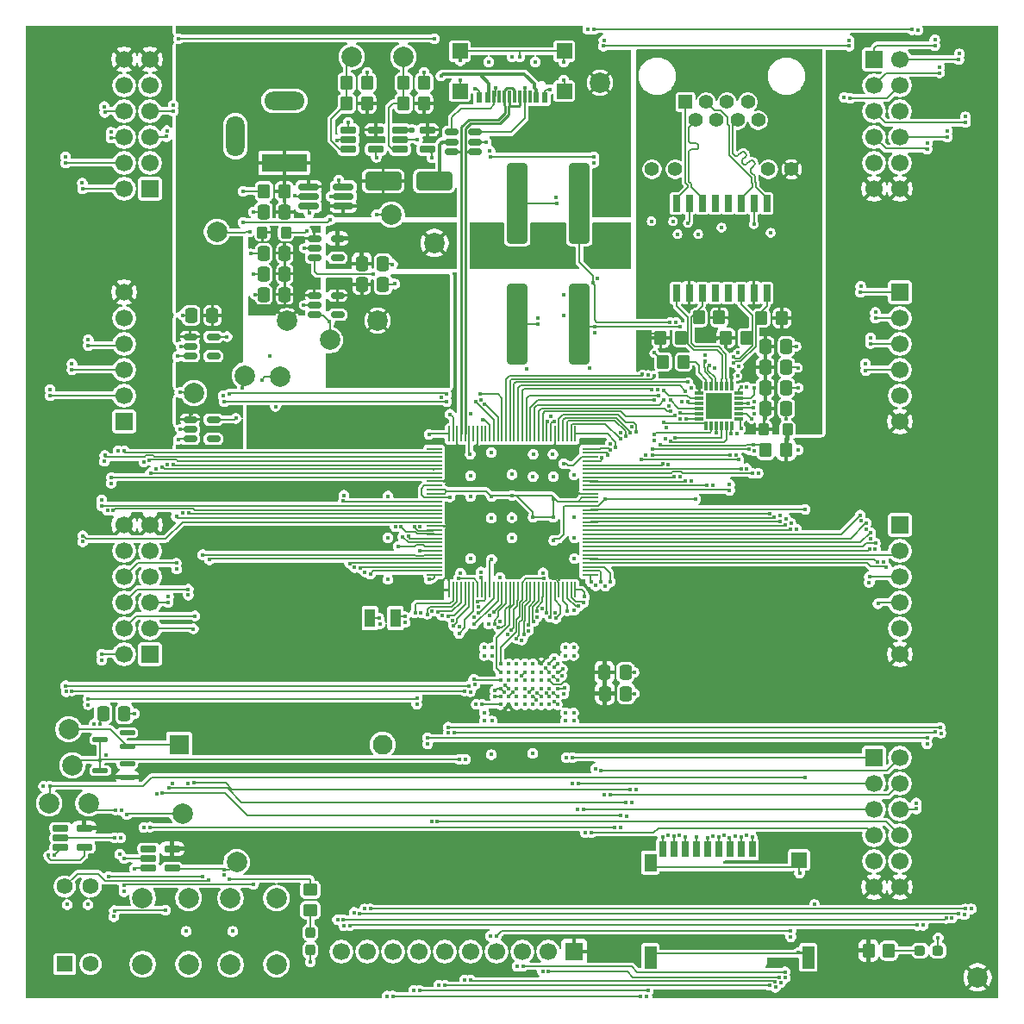
<source format=gbr>
%TF.GenerationSoftware,KiCad,Pcbnew,9.0.6-9.0.6~ubuntu24.04.1*%
%TF.CreationDate,2026-02-01T19:09:26-03:00*%
%TF.ProjectId,nuvoton_nuc980,6e75766f-746f-46e5-9f6e-75633938302e,0.0*%
%TF.SameCoordinates,Original*%
%TF.FileFunction,Copper,L1,Top*%
%TF.FilePolarity,Positive*%
%FSLAX46Y46*%
G04 Gerber Fmt 4.6, Leading zero omitted, Abs format (unit mm)*
G04 Created by KiCad (PCBNEW 9.0.6-9.0.6~ubuntu24.04.1) date 2026-02-01 19:09:26*
%MOMM*%
%LPD*%
G01*
G04 APERTURE LIST*
G04 Aperture macros list*
%AMRoundRect*
0 Rectangle with rounded corners*
0 $1 Rounding radius*
0 $2 $3 $4 $5 $6 $7 $8 $9 X,Y pos of 4 corners*
0 Add a 4 corners polygon primitive as box body*
4,1,4,$2,$3,$4,$5,$6,$7,$8,$9,$2,$3,0*
0 Add four circle primitives for the rounded corners*
1,1,$1+$1,$2,$3*
1,1,$1+$1,$4,$5*
1,1,$1+$1,$6,$7*
1,1,$1+$1,$8,$9*
0 Add four rect primitives between the rounded corners*
20,1,$1+$1,$2,$3,$4,$5,0*
20,1,$1+$1,$4,$5,$6,$7,0*
20,1,$1+$1,$6,$7,$8,$9,0*
20,1,$1+$1,$8,$9,$2,$3,0*%
G04 Aperture macros list end*
%TA.AperFunction,SMDPad,CuDef*%
%ADD10RoundRect,0.009100X-0.420900X-0.120900X0.420900X-0.120900X0.420900X0.120900X-0.420900X0.120900X0*%
%TD*%
%TA.AperFunction,SMDPad,CuDef*%
%ADD11RoundRect,0.009100X-0.120900X-0.420900X0.120900X-0.420900X0.120900X0.420900X-0.120900X0.420900X0*%
%TD*%
%TA.AperFunction,SMDPad,CuDef*%
%ADD12R,2.500000X2.500000*%
%TD*%
%TA.AperFunction,SMDPad,CuDef*%
%ADD13C,0.431800*%
%TD*%
%TA.AperFunction,SMDPad,CuDef*%
%ADD14C,2.000000*%
%TD*%
%TA.AperFunction,SMDPad,CuDef*%
%ADD15RoundRect,0.250000X-0.350000X-0.450000X0.350000X-0.450000X0.350000X0.450000X-0.350000X0.450000X0*%
%TD*%
%TA.AperFunction,SMDPad,CuDef*%
%ADD16RoundRect,0.250000X0.350000X0.450000X-0.350000X0.450000X-0.350000X-0.450000X0.350000X-0.450000X0*%
%TD*%
%TA.AperFunction,ComponentPad*%
%ADD17R,1.580000X1.580000*%
%TD*%
%TA.AperFunction,ComponentPad*%
%ADD18C,1.580000*%
%TD*%
%TA.AperFunction,SMDPad,CuDef*%
%ADD19RoundRect,0.150000X-0.650000X-0.150000X0.650000X-0.150000X0.650000X0.150000X-0.650000X0.150000X0*%
%TD*%
%TA.AperFunction,ComponentPad*%
%ADD20R,1.700000X1.700000*%
%TD*%
%TA.AperFunction,ComponentPad*%
%ADD21C,1.700000*%
%TD*%
%TA.AperFunction,SMDPad,CuDef*%
%ADD22RoundRect,0.250000X0.337500X0.475000X-0.337500X0.475000X-0.337500X-0.475000X0.337500X-0.475000X0*%
%TD*%
%TA.AperFunction,SMDPad,CuDef*%
%ADD23RoundRect,0.250000X-0.337500X-0.475000X0.337500X-0.475000X0.337500X0.475000X-0.337500X0.475000X0*%
%TD*%
%TA.AperFunction,ComponentPad*%
%ADD24R,4.500000X1.800000*%
%TD*%
%TA.AperFunction,ComponentPad*%
%ADD25O,4.000000X1.800000*%
%TD*%
%TA.AperFunction,ComponentPad*%
%ADD26O,1.800000X4.000000*%
%TD*%
%TA.AperFunction,SMDPad,CuDef*%
%ADD27RoundRect,0.237500X0.287500X0.237500X-0.287500X0.237500X-0.287500X-0.237500X0.287500X-0.237500X0*%
%TD*%
%TA.AperFunction,ComponentPad*%
%ADD28C,2.000000*%
%TD*%
%TA.AperFunction,SMDPad,CuDef*%
%ADD29RoundRect,0.250000X-1.500000X-0.650000X1.500000X-0.650000X1.500000X0.650000X-1.500000X0.650000X0*%
%TD*%
%TA.AperFunction,SMDPad,CuDef*%
%ADD30R,0.760000X1.700000*%
%TD*%
%TA.AperFunction,SMDPad,CuDef*%
%ADD31R,0.700000X1.600000*%
%TD*%
%TA.AperFunction,SMDPad,CuDef*%
%ADD32R,1.200000X1.800000*%
%TD*%
%TA.AperFunction,SMDPad,CuDef*%
%ADD33R,1.600000X1.500000*%
%TD*%
%TA.AperFunction,SMDPad,CuDef*%
%ADD34R,1.200000X2.200000*%
%TD*%
%TA.AperFunction,SMDPad,CuDef*%
%ADD35RoundRect,0.150000X0.512500X0.150000X-0.512500X0.150000X-0.512500X-0.150000X0.512500X-0.150000X0*%
%TD*%
%TA.AperFunction,SMDPad,CuDef*%
%ADD36RoundRect,0.162500X-0.617500X-0.162500X0.617500X-0.162500X0.617500X0.162500X-0.617500X0.162500X0*%
%TD*%
%TA.AperFunction,SMDPad,CuDef*%
%ADD37R,0.600000X1.100000*%
%TD*%
%TA.AperFunction,SMDPad,CuDef*%
%ADD38R,0.300000X1.150000*%
%TD*%
%TA.AperFunction,SMDPad,CuDef*%
%ADD39R,1.500000X1.500000*%
%TD*%
%TA.AperFunction,SMDPad,CuDef*%
%ADD40RoundRect,0.150000X-0.512500X-0.150000X0.512500X-0.150000X0.512500X0.150000X-0.512500X0.150000X0*%
%TD*%
%TA.AperFunction,SMDPad,CuDef*%
%ADD41R,1.000000X1.800000*%
%TD*%
%TA.AperFunction,SMDPad,CuDef*%
%ADD42RoundRect,0.162500X-0.837500X-0.162500X0.837500X-0.162500X0.837500X0.162500X-0.837500X0.162500X0*%
%TD*%
%TA.AperFunction,SMDPad,CuDef*%
%ADD43RoundRect,0.237500X0.237500X-0.287500X0.237500X0.287500X-0.237500X0.287500X-0.237500X-0.287500X0*%
%TD*%
%TA.AperFunction,SMDPad,CuDef*%
%ADD44RoundRect,0.250000X-0.750000X3.687500X-0.750000X-3.687500X0.750000X-3.687500X0.750000X3.687500X0*%
%TD*%
%TA.AperFunction,SMDPad,CuDef*%
%ADD45RoundRect,0.112500X0.637500X-0.112500X0.637500X0.112500X-0.637500X0.112500X-0.637500X-0.112500X0*%
%TD*%
%TA.AperFunction,ComponentPad*%
%ADD46R,1.397000X1.397000*%
%TD*%
%TA.AperFunction,ComponentPad*%
%ADD47C,1.397000*%
%TD*%
%TA.AperFunction,SMDPad,CuDef*%
%ADD48RoundRect,0.250000X0.275000X0.350000X-0.275000X0.350000X-0.275000X-0.350000X0.275000X-0.350000X0*%
%TD*%
%TA.AperFunction,SMDPad,CuDef*%
%ADD49RoundRect,0.250000X-0.450000X0.350000X-0.450000X-0.350000X0.450000X-0.350000X0.450000X0.350000X0*%
%TD*%
%TA.AperFunction,SMDPad,CuDef*%
%ADD50RoundRect,0.062500X-0.675000X-0.062500X0.675000X-0.062500X0.675000X0.062500X-0.675000X0.062500X0*%
%TD*%
%TA.AperFunction,SMDPad,CuDef*%
%ADD51RoundRect,0.062500X-0.062500X-0.675000X0.062500X-0.675000X0.062500X0.675000X-0.062500X0.675000X0*%
%TD*%
%TA.AperFunction,ComponentPad*%
%ADD52C,1.950000*%
%TD*%
%TA.AperFunction,ComponentPad*%
%ADD53R,1.950000X1.950000*%
%TD*%
%TA.AperFunction,SMDPad,CuDef*%
%ADD54RoundRect,0.250000X0.750000X-3.687500X0.750000X3.687500X-0.750000X3.687500X-0.750000X-3.687500X0*%
%TD*%
%TA.AperFunction,ViaPad*%
%ADD55C,0.450000*%
%TD*%
%TA.AperFunction,ViaPad*%
%ADD56C,0.600000*%
%TD*%
%TA.AperFunction,Conductor*%
%ADD57C,0.150000*%
%TD*%
%TA.AperFunction,Conductor*%
%ADD58C,0.300000*%
%TD*%
%TA.AperFunction,Conductor*%
%ADD59C,0.177300*%
%TD*%
%TA.AperFunction,Conductor*%
%ADD60C,0.239500*%
%TD*%
%TA.AperFunction,Conductor*%
%ADD61C,0.200000*%
%TD*%
G04 APERTURE END LIST*
D10*
%TO.P,U9,1,VDD2A*%
%TO.N,VDDA*%
X142845000Y-87396000D03*
%TO.P,U9,2,LED2/~{NINTSEL}*%
%TO.N,/ethernet/led2_nintsel*%
X142845000Y-87896000D03*
%TO.P,U9,3,LED1/REGOFF*%
%TO.N,/ethernet/led1_regoff*%
X142845000Y-88396000D03*
%TO.P,U9,4,XTAL2*%
%TO.N,/ethernet/xt_out*%
X142845000Y-88896000D03*
%TO.P,U9,5,XTAL1/CLKLN*%
%TO.N,/ethernet/xt_in*%
X142845000Y-89396000D03*
%TO.P,U9,6,VDDCR*%
%TO.N,+1V2*%
X142845000Y-89896000D03*
D11*
%TO.P,U9,7,RXD1/MODE1*%
%TO.N,/RMII0_RXD1*%
X143530000Y-90581000D03*
%TO.P,U9,8,RXD0/MODE0*%
%TO.N,/RMII0_RXD0*%
X144030000Y-90581000D03*
%TO.P,U9,9,VDDIO*%
%TO.N,+3V3*%
X144530000Y-90581000D03*
%TO.P,U9,10,RXER/PHYADO*%
%TO.N,/RMII0_RXERR*%
X145030000Y-90581000D03*
%TO.P,U9,11,CRS_DV/MODE2*%
%TO.N,/RMII0_CRSDV*%
X145530000Y-90581000D03*
%TO.P,U9,12,MDIO*%
%TO.N,/RMII0_MDIO*%
X146030000Y-90581000D03*
D10*
%TO.P,U9,13,MDC*%
%TO.N,/RMII0_MDC*%
X146715000Y-89896000D03*
%TO.P,U9,14,~{NINT}/REFCLKO*%
%TO.N,/RMII0_REFCLK*%
X146715000Y-89396000D03*
%TO.P,U9,15,~{NRST}*%
%TO.N,/rst#*%
X146715000Y-88896000D03*
%TO.P,U9,16,TXEN*%
%TO.N,/RMII0_TXEN*%
X146715000Y-88396000D03*
%TO.P,U9,17,TXD0*%
%TO.N,/RMII0_TXD0*%
X146715000Y-87896000D03*
%TO.P,U9,18,TXD1*%
%TO.N,/RMII0_TXD1*%
X146715000Y-87396000D03*
D11*
%TO.P,U9,19,VDD1A*%
%TO.N,VDDA*%
X146030000Y-86711000D03*
%TO.P,U9,20,TXN*%
%TO.N,/ethernet/PHY_TXN*%
X145530000Y-86711000D03*
%TO.P,U9,21,TXP*%
%TO.N,/ethernet/PHY_TXP*%
X145030000Y-86711000D03*
%TO.P,U9,22,RXN*%
%TO.N,/ethernet/PHY_RXN*%
X144530000Y-86711000D03*
%TO.P,U9,23,RXP*%
%TO.N,/ethernet/PHY_RXP*%
X144030000Y-86711000D03*
%TO.P,U9,24,RBIAS*%
%TO.N,Net-(U9-RBIAS)*%
X143530000Y-86711000D03*
D12*
%TO.P,U9,25,VSS*%
%TO.N,GND*%
X144780000Y-88646000D03*
%TD*%
D13*
%TO.P,U10,A1,NC*%
%TO.N,unconnected-(U10-NC-PadA1)*%
X121717400Y-119582399D03*
%TO.P,U10,A2,NC*%
%TO.N,unconnected-(U10-NC-PadA2)*%
X121717400Y-118782399D03*
%TO.P,U10,A9,NC*%
%TO.N,unconnected-(U10-NC-PadA9)*%
X121717400Y-113182399D03*
%TO.P,U10,A10,NC*%
%TO.N,unconnected-(U10-NC-PadA10)*%
X121717400Y-112382400D03*
%TO.P,U10,B1,NC*%
%TO.N,unconnected-(U10-NC-PadB1)*%
X122517400Y-119582399D03*
%TO.P,U10,B9,NC*%
%TO.N,unconnected-(U10-NC-PadB9)*%
X122517400Y-113182399D03*
%TO.P,U10,B10,NC*%
%TO.N,unconnected-(U10-NC-PadB10)*%
X122517400Y-112382400D03*
%TO.P,U10,C3,WP#*%
%TO.N,/nand_wp#*%
X123317400Y-117982399D03*
%TO.P,U10,C4,ALE*%
%TO.N,/nand_ale*%
X123317400Y-117182399D03*
%TO.P,U10,C5,VSS*%
%TO.N,GND*%
X123317400Y-116382399D03*
%TO.P,U10,C6,CE#*%
%TO.N,/nand_cs#*%
X123317400Y-115582399D03*
%TO.P,U10,C7,WE#*%
%TO.N,/nand_we#*%
X123317400Y-114782399D03*
%TO.P,U10,C8,R/B#*%
%TO.N,/nand_rdy#*%
X123317400Y-113982399D03*
%TO.P,U10,D3,VCC*%
%TO.N,+3V3*%
X124117400Y-117982399D03*
%TO.P,U10,D4,RE#*%
%TO.N,/nand_re#*%
X124117400Y-117182399D03*
%TO.P,U10,D5,CLE*%
%TO.N,/nand_cle*%
X124117400Y-116382399D03*
%TO.P,U10,D6,NC*%
%TO.N,unconnected-(U10-NC-PadD6)*%
X124117400Y-115582399D03*
%TO.P,U10,D7,NC*%
%TO.N,unconnected-(U10-NC-PadD7)*%
X124117400Y-114782399D03*
%TO.P,U10,D8,NC*%
%TO.N,unconnected-(U10-NC-PadD8)*%
X124117400Y-113982399D03*
%TO.P,U10,E3,NC*%
%TO.N,unconnected-(U10-NC-PadE3)*%
X124917400Y-117982399D03*
%TO.P,U10,E4,NC*%
%TO.N,unconnected-(U10-NC-PadE4)*%
X124917400Y-117182399D03*
%TO.P,U10,E5,NC*%
%TO.N,unconnected-(U10-NC-PadE5)*%
X124917400Y-116382399D03*
%TO.P,U10,E6,NC*%
%TO.N,unconnected-(U10-NC-PadE6)*%
X124917400Y-115582399D03*
%TO.P,U10,E7,NC*%
%TO.N,unconnected-(U10-NC-PadE7)*%
X124917400Y-114782399D03*
%TO.P,U10,E8,NC*%
%TO.N,unconnected-(U10-NC-PadE8)*%
X124917400Y-113982399D03*
%TO.P,U10,F3,NC*%
%TO.N,unconnected-(U10-NC-PadF3)*%
X125717400Y-117982399D03*
%TO.P,U10,F4,NC*%
%TO.N,unconnected-(U10-NC-PadF4)*%
X125717400Y-117182399D03*
%TO.P,U10,F5,NC*%
%TO.N,unconnected-(U10-NC-PadF5)*%
X125717400Y-116382399D03*
%TO.P,U10,F6,NC*%
%TO.N,unconnected-(U10-NC-PadF6)*%
X125717400Y-115582399D03*
%TO.P,U10,F7,VSS*%
%TO.N,GND*%
X125717400Y-114782399D03*
%TO.P,U10,F8,NC*%
%TO.N,unconnected-(U10-NC-PadF8)*%
X125717400Y-113982399D03*
%TO.P,U10,G3,NC*%
%TO.N,unconnected-(U10-NC-PadG3)*%
X126517400Y-117982399D03*
%TO.P,U10,G4,VCC*%
%TO.N,+3V3*%
X126517400Y-117182399D03*
%TO.P,U10,G5,PT*%
%TO.N,GND*%
X126517400Y-116382399D03*
%TO.P,U10,G6,NC*%
%TO.N,unconnected-(U10-NC-PadG6)*%
X126517400Y-115582399D03*
%TO.P,U10,G7,NC*%
%TO.N,unconnected-(U10-NC-PadG7)*%
X126517400Y-114782399D03*
%TO.P,U10,G8,NC*%
%TO.N,unconnected-(U10-NC-PadG8)*%
X126517400Y-113982399D03*
%TO.P,U10,H3,NC*%
%TO.N,unconnected-(U10-NC-PadH3)*%
X127317400Y-117982399D03*
%TO.P,U10,H4,I/O0*%
%TO.N,/nand_data0*%
X127317400Y-117182399D03*
%TO.P,U10,H5,NC*%
%TO.N,unconnected-(U10-NC-PadH5)*%
X127317400Y-116382399D03*
%TO.P,U10,H6,NC*%
%TO.N,unconnected-(U10-NC-PadH6)*%
X127317400Y-115582399D03*
%TO.P,U10,H7,NC*%
%TO.N,unconnected-(U10-NC-PadH7)*%
X127317400Y-114782399D03*
%TO.P,U10,H8,VCC*%
%TO.N,+3V3*%
X127317400Y-113982399D03*
%TO.P,U10,J3,NC*%
%TO.N,unconnected-(U10-NC-PadJ3)*%
X128117400Y-117982399D03*
%TO.P,U10,J4,I/O1*%
%TO.N,/nand_data1*%
X128117400Y-117182399D03*
%TO.P,U10,J5,NC*%
%TO.N,unconnected-(U10-NC-PadJ5)*%
X128117400Y-116382399D03*
%TO.P,U10,J6,VCC*%
%TO.N,+3V3*%
X128117400Y-115582399D03*
%TO.P,U10,J7,I/O5*%
%TO.N,/nand_data5*%
X128117400Y-114782399D03*
%TO.P,U10,J8,I/O7*%
%TO.N,/nand_data7*%
X128117400Y-113982399D03*
%TO.P,U10,K3,VSS*%
%TO.N,GND*%
X128917399Y-117982399D03*
%TO.P,U10,K4,I/O2*%
%TO.N,/nand_data2*%
X128917399Y-117182399D03*
%TO.P,U10,K5,I/O3*%
%TO.N,/nand_data3*%
X128917399Y-116382399D03*
%TO.P,U10,K6,I/O4*%
%TO.N,/nand_data4*%
X128917399Y-115582399D03*
%TO.P,U10,K7,I/O6*%
%TO.N,/nand_data6*%
X128917399Y-114782399D03*
%TO.P,U10,K8,VSS*%
%TO.N,GND*%
X128917399Y-113982399D03*
%TO.P,U10,L1,NC*%
%TO.N,unconnected-(U10-NC-PadL1)*%
X129717399Y-119582399D03*
%TO.P,U10,L2,NC*%
%TO.N,unconnected-(U10-NC-PadL2)*%
X129717399Y-118782399D03*
%TO.P,U10,L9,NC*%
%TO.N,unconnected-(U10-NC-PadL9)*%
X129717399Y-113182399D03*
%TO.P,U10,L10,NC*%
%TO.N,unconnected-(U10-NC-PadL10)*%
X129717399Y-112382400D03*
%TO.P,U10,M1,NC*%
%TO.N,unconnected-(U10-NC-PadM1)*%
X130517399Y-119582399D03*
%TO.P,U10,M2,NC*%
%TO.N,unconnected-(U10-NC-PadM2)*%
X130517399Y-118782399D03*
%TO.P,U10,M9,NC*%
%TO.N,unconnected-(U10-NC-PadM9)*%
X130517399Y-113182399D03*
%TO.P,U10,M10,NC*%
%TO.N,unconnected-(U10-NC-PadM10)*%
X130517399Y-112382400D03*
%TD*%
D14*
%TO.P,TP1,1,1*%
%TO.N,+2V2*%
X102362000Y-80264000D03*
%TD*%
D15*
%TO.P,R5,2*%
%TO.N,GND*%
X110220000Y-56896000D03*
%TO.P,R5,1*%
%TO.N,Net-(U5--)*%
X108220000Y-56896000D03*
%TD*%
D16*
%TO.P,R6,2*%
%TO.N,Net-(U5--)*%
X108220000Y-58928000D03*
%TO.P,R6,1*%
%TO.N,+5V*%
X110220000Y-58928000D03*
%TD*%
D17*
%TO.P,SW2,1A*%
%TO.N,Net-(R11-Pad1)*%
X80518000Y-143472500D03*
D18*
%TO.P,SW2,1B*%
%TO.N,/boot0*%
X80518000Y-135852500D03*
%TO.P,SW2,2A*%
%TO.N,Net-(R12-Pad1)*%
X83058000Y-143472500D03*
%TO.P,SW2,2B*%
%TO.N,/boot1*%
X83058000Y-135852500D03*
%TD*%
D19*
%TO.P,U12,5,VCC*%
%TO.N,+3V3*%
X91066000Y-132146000D03*
%TO.P,U12,4*%
%TO.N,/EINT3*%
X91066000Y-134046000D03*
%TO.P,U12,3,GND*%
%TO.N,GND*%
X88766000Y-134046000D03*
%TO.P,U12,2*%
%TO.N,Net-(C67-Pad1)*%
X88766000Y-133096000D03*
%TO.P,U12,1,NC*%
%TO.N,unconnected-(U12-NC-Pad1)*%
X88766000Y-132146000D03*
%TD*%
D14*
%TO.P,TP19,1,1*%
%TO.N,/EINT3*%
X97409000Y-133477000D03*
%TD*%
D20*
%TO.P,J8,1,CTS#/GPIO*%
%TO.N,/UART4_CTS*%
X162560200Y-77470000D03*
D21*
%TO.P,J8,2,TXD*%
%TO.N,/UART4_TX*%
X162560200Y-80010000D03*
%TO.P,J8,3,RXD*%
%TO.N,/UART4_RX*%
X162560200Y-82550000D03*
%TO.P,J8,4,RTS#/GPIO*%
%TO.N,/UART4_RTS*%
X162560200Y-85090000D03*
%TO.P,J8,5,GND*%
%TO.N,GND*%
X162560200Y-87630000D03*
%TO.P,J8,6,VCC*%
%TO.N,+3V3*%
X162560200Y-90170000D03*
%TD*%
D20*
%TO.P,J7,1,CS*%
%TO.N,/SPI0_SS0*%
X162560000Y-100330000D03*
D21*
%TO.P,J7,2,MOSI*%
%TO.N,/SPI0_MOSI*%
X162560000Y-102870000D03*
%TO.P,J7,3,MISO*%
%TO.N,/SPI0_MISO*%
X162560000Y-105410000D03*
%TO.P,J7,4,SCK*%
%TO.N,/SPI0_CLK*%
X162560000Y-107950000D03*
%TO.P,J7,5,GND*%
%TO.N,GND*%
X162560000Y-110490000D03*
%TO.P,J7,6,VCC*%
%TO.N,+3V3*%
X162560000Y-113030000D03*
%TD*%
D20*
%TO.P,J5,1,NC/INT#*%
%TO.N,/EINT0*%
X86360000Y-90170000D03*
D21*
%TO.P,J5,2,NC/RESET#*%
%TO.N,/rst#*%
X86360000Y-87630000D03*
%TO.P,J5,3,SCL*%
%TO.N,/I2C2_SCL*%
X86360000Y-85090000D03*
%TO.P,J5,4,SDA*%
%TO.N,/I2C2_SDA*%
X86360000Y-82550000D03*
%TO.P,J5,5,GND*%
%TO.N,GND*%
X86360000Y-80010000D03*
%TO.P,J5,6,VCC*%
%TO.N,+3V3*%
X86360000Y-77470000D03*
%TD*%
D20*
%TO.P,J3,1,LRCLK*%
%TO.N,/I2S_LRCK*%
X88900000Y-67310000D03*
D21*
%TO.P,J3,2,DAC_Data*%
%TO.N,/I2S_DO*%
X88900000Y-64770000D03*
%TO.P,J3,3,ADC_Data*%
%TO.N,/I2S_DI*%
X88900000Y-62230000D03*
%TO.P,J3,4,BCLK*%
%TO.N,/I2S_BCLK*%
X88900000Y-59690000D03*
%TO.P,J3,5,GND*%
%TO.N,GND*%
X88900000Y-57150000D03*
%TO.P,J3,6,VCC*%
%TO.N,+3V3*%
X88900000Y-54610000D03*
%TO.P,J3,7,GPIO0*%
%TO.N,/GPIO12*%
X86360000Y-67310000D03*
%TO.P,J3,8,GPIO1*%
%TO.N,/GPIO13*%
X86360000Y-64770000D03*
%TO.P,J3,9,GPIO2/MCLK*%
%TO.N,/I2S_MCLK*%
X86360000Y-62230000D03*
%TO.P,J3,10,GPIO3*%
%TO.N,/EINT1*%
X86360000Y-59690000D03*
%TO.P,J3,11,GND*%
%TO.N,GND*%
X86360000Y-57150000D03*
%TO.P,J3,12,VCC*%
%TO.N,+3V3*%
X86360000Y-54610000D03*
%TD*%
D20*
%TO.P,J13,1,CTS#/GPIO*%
%TO.N,/UART1_CTS*%
X88900000Y-113030000D03*
D21*
%TO.P,J13,2,TXD*%
%TO.N,/UART1_TX*%
X88900000Y-110490000D03*
%TO.P,J13,3,RXD*%
%TO.N,/UART1_RX*%
X88900000Y-107950000D03*
%TO.P,J13,4,RTS#/GPIO*%
%TO.N,/UART1_RTS*%
X88900000Y-105410000D03*
%TO.P,J13,5,GND*%
%TO.N,GND*%
X88900000Y-102870000D03*
%TO.P,J13,6,VCC*%
%TO.N,+3V3*%
X88900000Y-100330000D03*
%TO.P,J13,7,GPIO/INT*%
%TO.N,/GPIO8*%
X86360000Y-113030000D03*
%TO.P,J13,8,GPIO/RESET*%
%TO.N,/GPIO9*%
X86360000Y-110490000D03*
%TO.P,J13,9,GPIO*%
%TO.N,/GPIO10*%
X86360000Y-107950000D03*
%TO.P,J13,10,GPIO*%
%TO.N,/GPIO11*%
X86360000Y-105410000D03*
%TO.P,J13,11,GND*%
%TO.N,GND*%
X86360000Y-102870000D03*
%TO.P,J13,12,VCC*%
%TO.N,+3V3*%
X86360000Y-100330000D03*
%TD*%
D20*
%TO.P,J14,1,IO1*%
%TO.N,/QSPI0_SS0*%
X160020000Y-123190000D03*
D21*
%TO.P,J14,2,IO2/PWM*%
%TO.N,/QSPI0_CLK*%
X160020000Y-125730000D03*
%TO.P,J14,3,IO3*%
%TO.N,/QSPI0_MOSI0*%
X160020000Y-128270000D03*
%TO.P,J14,4,IO4*%
%TO.N,/QSPI0_MISO0*%
X160020000Y-130810000D03*
%TO.P,J14,5,GND*%
%TO.N,GND*%
X160020000Y-133350000D03*
%TO.P,J14,6,VCC*%
%TO.N,+3V3*%
X160020000Y-135890000D03*
%TO.P,J14,7,IO5*%
%TO.N,/QSPI0_MOSI1*%
X162560000Y-123190000D03*
%TO.P,J14,8,IO6/PWM*%
%TO.N,/QSPI0_MISO1*%
X162560000Y-125730000D03*
%TO.P,J14,9,IO7*%
%TO.N,/ADC0*%
X162560000Y-128270000D03*
%TO.P,J14,10,IO8*%
%TO.N,/ADC1*%
X162560000Y-130810000D03*
%TO.P,J14,11,GND*%
%TO.N,GND*%
X162560000Y-133350000D03*
%TO.P,J14,12,VCC*%
%TO.N,+3V3*%
X162560000Y-135890000D03*
%TD*%
D20*
%TO.P,J6,1,IO1*%
%TO.N,/GPIO0*%
X160020000Y-54610000D03*
D21*
%TO.P,J6,2,IO2/PWM*%
%TO.N,/GPIO1*%
X160020000Y-57150000D03*
%TO.P,J6,3,IO3*%
%TO.N,/GPIO2*%
X160020000Y-59690000D03*
%TO.P,J6,4,IO4*%
%TO.N,/GPIO3*%
X160020000Y-62230000D03*
%TO.P,J6,5,GND*%
%TO.N,GND*%
X160020000Y-64770000D03*
%TO.P,J6,6,VCC*%
%TO.N,+3V3*%
X160020000Y-67310000D03*
%TO.P,J6,7,IO5*%
%TO.N,/GPIO4*%
X162560000Y-54610000D03*
%TO.P,J6,8,IO6/PWM*%
%TO.N,/GPIO5*%
X162560000Y-57150000D03*
%TO.P,J6,9,IO7*%
%TO.N,/GPIO6*%
X162560000Y-59690000D03*
%TO.P,J6,10,IO8*%
%TO.N,/GPIO7*%
X162560000Y-62230000D03*
%TO.P,J6,11,GND*%
%TO.N,GND*%
X162560000Y-64770000D03*
%TO.P,J6,12,VCC*%
%TO.N,+3V3*%
X162560000Y-67310000D03*
%TD*%
D14*
%TO.P,TP14,1,1*%
%TO.N,/rst#*%
X78994000Y-127685800D03*
%TD*%
D22*
%TO.P,C60,1*%
%TO.N,+5V*%
X95017500Y-79756000D03*
%TO.P,C60,2*%
%TO.N,GND*%
X92942500Y-79756000D03*
%TD*%
D20*
%TO.P,J9,1,Pin_1*%
%TO.N,+3V3*%
X130556000Y-142240000D03*
D21*
%TO.P,J9,2,Pin_2*%
%TO.N,/TMS*%
X128016000Y-142240000D03*
%TO.P,J9,3,Pin_3*%
%TO.N,/TCK*%
X125476000Y-142240000D03*
%TO.P,J9,4,Pin_4*%
%TO.N,/TDO*%
X122936000Y-142240000D03*
%TO.P,J9,5,Pin_5*%
%TO.N,/TDI*%
X120396000Y-142240000D03*
%TO.P,J9,6,Pin_6*%
%TO.N,/TRST#*%
X117856000Y-142240000D03*
%TO.P,J9,7,Pin_7*%
%TO.N,/UART0_TX*%
X115316000Y-142240000D03*
%TO.P,J9,8,Pin_8*%
%TO.N,/UART0_RX*%
X112776000Y-142240000D03*
%TO.P,J9,9,Pin_9*%
%TO.N,GND*%
X110236000Y-142240000D03*
%TO.P,J9,10,Pin_10*%
X107696000Y-142240000D03*
%TD*%
D23*
%TO.P,C64,1*%
%TO.N,VDDA*%
X149330500Y-88900000D03*
%TO.P,C64,2*%
%TO.N,GND*%
X151405500Y-88900000D03*
%TD*%
D24*
%TO.P,J1,1*%
%TO.N,+5V*%
X102082301Y-64773998D03*
D25*
%TO.P,J1,2*%
%TO.N,GND*%
X102082301Y-58674000D03*
D26*
%TO.P,J1,3*%
X97282300Y-62174001D03*
%TD*%
D23*
%TO.P,C32,1*%
%TO.N,+1V2*%
X109706500Y-76708000D03*
%TO.P,C32,2*%
%TO.N,GND*%
X111781500Y-76708000D03*
%TD*%
D22*
%TO.P,C39,1*%
%TO.N,+2V2*%
X102129500Y-77724000D03*
%TO.P,C39,2*%
%TO.N,GND*%
X100054500Y-77724000D03*
%TD*%
D27*
%TO.P,D5,1,K*%
%TO.N,GND*%
X166291200Y-142138400D03*
%TO.P,D5,2,A*%
%TO.N,Net-(D5-A)*%
X164541200Y-142138400D03*
%TD*%
D28*
%TO.P,SW1,1,1*%
%TO.N,GND*%
X92674000Y-136979500D03*
X92674000Y-143479500D03*
%TO.P,SW1,2,2*%
%TO.N,Net-(R3-Pad1)*%
X88174000Y-136979500D03*
X88174000Y-143479500D03*
%TD*%
D29*
%TO.P,D1,1*%
%TO.N,+5V*%
X111800000Y-66548000D03*
%TO.P,D1,2*%
%TO.N,VBUS*%
X116800000Y-66548000D03*
%TD*%
D30*
%TO.P,T1,1,TD1+*%
%TO.N,/ethernet/PHY_TXP*%
X140589000Y-77552000D03*
%TO.P,T1,2,CT1_2*%
%TO.N,VDDA*%
X141859000Y-77552000D03*
%TO.P,T1,3,TD1-*%
%TO.N,/ethernet/PHY_TXN*%
X143129000Y-77552000D03*
%TO.P,T1,4*%
%TO.N,unconnected-(T1-Pad4)*%
X144399000Y-77552000D03*
%TO.P,T1,5*%
%TO.N,unconnected-(T1-Pad5)*%
X145669000Y-77552000D03*
%TO.P,T1,6,TD2+*%
%TO.N,/ethernet/PHY_RXP*%
X146939000Y-77552000D03*
%TO.P,T1,7,CT2_7*%
%TO.N,VDDA*%
X148209000Y-77552000D03*
%TO.P,T1,8,TD2-*%
%TO.N,/ethernet/PHY_RXN*%
X149479000Y-77552000D03*
%TO.P,T1,9,TX2-*%
%TO.N,/ethernet/RXN*%
X149479000Y-68752000D03*
%TO.P,T1,10,CT2_10*%
%TO.N,Net-(T1-CT2_10)*%
X148209000Y-68752000D03*
%TO.P,T1,11,TX2+*%
%TO.N,/ethernet/RXP*%
X146939000Y-68752000D03*
%TO.P,T1,12*%
%TO.N,unconnected-(T1-Pad12)*%
X145669000Y-68752000D03*
%TO.P,T1,13*%
%TO.N,unconnected-(T1-Pad13)*%
X144399000Y-68752000D03*
%TO.P,T1,14,TX1-*%
%TO.N,/ethernet/TXN*%
X143129000Y-68752000D03*
%TO.P,T1,15,CT1_15*%
%TO.N,Net-(T1-CT1_15)*%
X141859000Y-68752000D03*
%TO.P,T1,16,TX1+*%
%TO.N,/ethernet/TXP*%
X140589000Y-68752000D03*
%TD*%
D28*
%TO.P,SW3,1,1*%
%TO.N,GND*%
X96810000Y-143495500D03*
X96810000Y-136995500D03*
%TO.P,SW3,2,2*%
%TO.N,Net-(R42-Pad2)*%
X101310000Y-143495500D03*
X101310000Y-136995500D03*
%TD*%
D31*
%TO.P,J11,1,DAT2*%
%TO.N,/SD1_D2*%
X148046000Y-132205200D03*
%TO.P,J11,2,CD/DAT3*%
%TO.N,/SD1_D3*%
X146946000Y-132205200D03*
%TO.P,J11,3,CMD*%
%TO.N,/SD1_CMD*%
X145846000Y-132205200D03*
%TO.P,J11,4,VDD*%
%TO.N,+3V3*%
X144746000Y-132205200D03*
%TO.P,J11,5,CLK*%
%TO.N,/SD1_CLK*%
X143646000Y-132205200D03*
%TO.P,J11,6,VSS*%
%TO.N,GND*%
X142546000Y-132205200D03*
%TO.P,J11,7,DAT0*%
%TO.N,/SD1_D0*%
X141446000Y-132205200D03*
%TO.P,J11,8,DAT1*%
%TO.N,/SD1_D1*%
X140346000Y-132205200D03*
%TO.P,J11,CD,CD*%
%TO.N,/SD1_CD*%
X139246000Y-132205200D03*
D32*
%TO.P,J11,G1,COVER_GND*%
%TO.N,Net-(J11-COVER_GND)*%
X138046000Y-133505200D03*
D33*
%TO.P,J11,G2,COVER_GND__1*%
X152646000Y-133255200D03*
D34*
%TO.P,J11,G3,COVER_GND__2*%
X138046000Y-142805200D03*
%TO.P,J11,G4,COVER_GND__3*%
X153546000Y-142805200D03*
%TD*%
D35*
%TO.P,U1,1,IO1*%
%TO.N,/usb0_d-*%
X120796900Y-63662600D03*
%TO.P,U1,2,VN*%
%TO.N,GND*%
X120796900Y-62712600D03*
%TO.P,U1,3,IO2*%
%TO.N,/USB/cc1*%
X120796900Y-61762600D03*
%TO.P,U1,4,IO3*%
%TO.N,/USB/cc2*%
X118521900Y-61762600D03*
%TO.P,U1,5,VP*%
%TO.N,VBUS*%
X118521900Y-62712600D03*
%TO.P,U1,6,IO4*%
%TO.N,/usb0_d+*%
X118521900Y-63662600D03*
%TD*%
D36*
%TO.P,U7,1,+*%
%TO.N,+1V8*%
X113458000Y-61534000D03*
%TO.P,U7,2,V-*%
%TO.N,GND*%
X113458000Y-62484000D03*
%TO.P,U7,3,-*%
%TO.N,Net-(U7--)*%
X113458000Y-63434000D03*
%TO.P,U7,4*%
%TO.N,/Power/en_3.3v*%
X116158000Y-63434000D03*
%TO.P,U7,5,V+*%
%TO.N,+5V*%
X116158000Y-61534000D03*
%TD*%
D14*
%TO.P,TP13,1,1*%
%TO.N,Net-(BT1-+)*%
X80899000Y-120396000D03*
%TD*%
D16*
%TO.P,R30,1*%
%TO.N,VDDA*%
X144814800Y-79959200D03*
%TO.P,R30,2*%
%TO.N,/ethernet/PHY_TXN*%
X142814800Y-79959200D03*
%TD*%
D37*
%TO.P,J2,A1_B12,GND*%
%TO.N,GND*%
X127660000Y-58330000D03*
%TO.P,J2,A4_B9,VBUS*%
%TO.N,VBUS*%
X126860000Y-58330000D03*
D38*
%TO.P,J2,A5,CC1*%
%TO.N,/USB/cc1*%
X125710000Y-58280000D03*
%TO.P,J2,A6,DP1*%
%TO.N,/usb0_d+*%
X124710000Y-58280000D03*
%TO.P,J2,A7,DN1*%
%TO.N,/usb0_d-*%
X124210000Y-58280000D03*
%TO.P,J2,A8,SBU1*%
%TO.N,unconnected-(J2-SBU1-PadA8)*%
X123210000Y-58280000D03*
D37*
%TO.P,J2,A12_B1,GND*%
%TO.N,GND*%
X121260000Y-58330000D03*
%TO.P,J2,B4_A9,VBUS*%
%TO.N,VBUS*%
X122060000Y-58330000D03*
D38*
%TO.P,J2,B5,CC2*%
%TO.N,/USB/cc2*%
X122710000Y-58280000D03*
%TO.P,J2,B6,DP2*%
%TO.N,/usb0_d+*%
X123710000Y-58280000D03*
%TO.P,J2,B7,DN2*%
%TO.N,/usb0_d-*%
X125210000Y-58280000D03*
%TO.P,J2,B8,SBU2*%
%TO.N,unconnected-(J2-SBU2-PadB8)*%
X126210000Y-58280000D03*
D39*
%TO.P,J2,SH1,SHIELD1*%
%TO.N,Net-(J2-SHIELD1)*%
X129580000Y-57715000D03*
%TO.P,J2,SH2,SHIELD2*%
X119340000Y-57715000D03*
%TO.P,J2,SH3,SHIELD3*%
X129580000Y-53785000D03*
%TO.P,J2,SH4,SHIELD4*%
X119340000Y-53785000D03*
%TD*%
D23*
%TO.P,C36,1*%
%TO.N,+1V8*%
X109706500Y-74676000D03*
%TO.P,C36,2*%
%TO.N,GND*%
X111781500Y-74676000D03*
%TD*%
D15*
%TO.P,R29,1*%
%TO.N,VDDA*%
X139055600Y-81940400D03*
%TO.P,R29,2*%
%TO.N,/ethernet/PHY_TXP*%
X141055600Y-81940400D03*
%TD*%
D23*
%TO.P,C63,1*%
%TO.N,VDDA*%
X149330500Y-86868000D03*
%TO.P,C63,2*%
%TO.N,GND*%
X151405500Y-86868000D03*
%TD*%
D19*
%TO.P,U6,1,NC*%
%TO.N,unconnected-(U6-NC-Pad1)*%
X80130000Y-130114000D03*
%TO.P,U6,2*%
%TO.N,Net-(C31-Pad1)*%
X80130000Y-131064000D03*
%TO.P,U6,3,GND*%
%TO.N,GND*%
X80130000Y-132014000D03*
%TO.P,U6,4*%
%TO.N,/rst#*%
X82430000Y-132014000D03*
%TO.P,U6,5,VCC*%
%TO.N,+3V3*%
X82430000Y-130114000D03*
%TD*%
D16*
%TO.P,R32,1*%
%TO.N,VDDA*%
X150961600Y-80010000D03*
%TO.P,R32,2*%
%TO.N,/ethernet/PHY_RXN*%
X148961600Y-80010000D03*
%TD*%
D15*
%TO.P,R38,1*%
%TO.N,+3V3*%
X159477200Y-142138400D03*
%TO.P,R38,2*%
%TO.N,Net-(D5-A)*%
X161477200Y-142138400D03*
%TD*%
D22*
%TO.P,C40,1*%
%TO.N,+2V2*%
X102129500Y-73660000D03*
%TO.P,C40,2*%
%TO.N,GND*%
X100054500Y-73660000D03*
%TD*%
D40*
%TO.P,U13,1,IN*%
%TO.N,+2V2*%
X105034500Y-72202000D03*
%TO.P,U13,2,GND*%
%TO.N,GND*%
X105034500Y-73152000D03*
%TO.P,U13,3,EN*%
%TO.N,/Power/en_1.8v*%
X105034500Y-74102000D03*
%TO.P,U13,4,NC*%
%TO.N,unconnected-(U13-NC-Pad4)*%
X107309500Y-74102000D03*
%TO.P,U13,5,OUT*%
%TO.N,+1V8*%
X107309500Y-72202000D03*
%TD*%
D14*
%TO.P,TP15,1,1*%
%TO.N,Net-(C31-Pad1)*%
X82854800Y-127685800D03*
%TD*%
%TO.P,TP2,1,1*%
%TO.N,Net-(U3-FB)*%
X95478600Y-71551800D03*
%TD*%
D23*
%TO.P,C30,1*%
%TO.N,+VBAT*%
X84306500Y-118872000D03*
%TO.P,C30,2*%
%TO.N,GND*%
X86381500Y-118872000D03*
%TD*%
D14*
%TO.P,TP18,1,1*%
%TO.N,Net-(C67-Pad1)*%
X92100400Y-128701800D03*
%TD*%
%TO.P,TP3,1,1*%
%TO.N,+1V2*%
X111252000Y-80264000D03*
%TD*%
%TO.P,TP11,1,1*%
%TO.N,Net-(U4-OUT)*%
X98196400Y-85648800D03*
%TD*%
D23*
%TO.P,C43,1*%
%TO.N,+3V3*%
X133531700Y-114808000D03*
%TO.P,C43,2*%
%TO.N,GND*%
X135606700Y-114808000D03*
%TD*%
D41*
%TO.P,Y2,1,1*%
%TO.N,/x32_in*%
X110510000Y-109474000D03*
%TO.P,Y2,2,2*%
%TO.N,/x32_out*%
X113010000Y-109474000D03*
%TD*%
D42*
%TO.P,U3,1,EN*%
%TO.N,+5V*%
X104462000Y-67122000D03*
%TO.P,U3,2,GND*%
%TO.N,GND*%
X104462000Y-68072000D03*
%TO.P,U3,3,SW*%
%TO.N,Net-(U3-SW)*%
X104462000Y-69022000D03*
%TO.P,U3,4,VIN*%
%TO.N,+5V*%
X107882000Y-69022000D03*
%TO.P,U3,5,PG*%
%TO.N,/Power/pg_2v2*%
X107882000Y-68072000D03*
%TO.P,U3,6,FB*%
%TO.N,Net-(U3-FB)*%
X107882000Y-67122000D03*
%TD*%
D43*
%TO.P,D2,1,K*%
%TO.N,GND*%
X104648000Y-142115000D03*
%TO.P,D2,2,A*%
%TO.N,Net-(D2-A)*%
X104648000Y-140365000D03*
%TD*%
D44*
%TO.P,Y1,1,1*%
%TO.N,/xt_in*%
X124968000Y-68738500D03*
%TO.P,Y1,2,2*%
%TO.N,/xt_out*%
X124968000Y-80613500D03*
%TD*%
D45*
%TO.P,D3,1*%
%TO.N,+3V3*%
X86674000Y-125110000D03*
%TO.P,D3,2*%
%TO.N,unconnected-(D3-Pad2)*%
X86674000Y-123810000D03*
%TO.P,D3,3*%
%TO.N,+VBAT*%
X84014000Y-124460000D03*
%TD*%
D14*
%TO.P,TP16,1,1*%
%TO.N,+5V*%
X133096000Y-56896000D03*
%TD*%
D40*
%TO.P,U4,1,IN*%
%TO.N,+5V*%
X92842500Y-89982000D03*
%TO.P,U4,2,GND*%
%TO.N,GND*%
X92842500Y-90932000D03*
%TO.P,U4,3,EN*%
%TO.N,/Power/en_3.3v*%
X92842500Y-91882000D03*
%TO.P,U4,4,NC*%
%TO.N,unconnected-(U4-NC-Pad4)*%
X95117500Y-91882000D03*
%TO.P,U4,5,OUT*%
%TO.N,Net-(U4-OUT)*%
X95117500Y-89982000D03*
%TD*%
D46*
%TO.P,J4,1,TXP*%
%TO.N,/ethernet/TXP*%
X141497099Y-58801000D03*
D47*
%TO.P,J4,2,TXN*%
%TO.N,/ethernet/TXN*%
X142517100Y-60580999D03*
%TO.P,J4,3,RXP*%
%TO.N,/ethernet/RXP*%
X143537100Y-58801000D03*
%TO.P,J4,4*%
%TO.N,Net-(J4-Pad4)*%
X144557098Y-60580999D03*
%TO.P,J4,5*%
X145577099Y-58801000D03*
%TO.P,J4,6,RXN*%
%TO.N,/ethernet/RXN*%
X146597099Y-60580999D03*
%TO.P,J4,7*%
%TO.N,Net-(J4-Pad7)*%
X147617100Y-58801000D03*
%TO.P,J4,8*%
X148637100Y-60580999D03*
%TO.P,J4,9*%
%TO.N,Net-(J4-Pad9)*%
X138207100Y-65400999D03*
%TO.P,J4,10*%
%TO.N,/ethernet/led2_nintsel*%
X140497100Y-65400999D03*
%TO.P,J4,11*%
%TO.N,Net-(J4-Pad11)*%
X149637099Y-65400999D03*
%TO.P,J4,12*%
%TO.N,VDDA*%
X151927099Y-65400999D03*
%TD*%
D48*
%TO.P,L2,1,1*%
%TO.N,+3V3*%
X151518000Y-90932000D03*
%TO.P,L2,2,2*%
%TO.N,VDDA*%
X149218000Y-90932000D03*
%TD*%
D14*
%TO.P,TP9,1,1*%
%TO.N,+3V3*%
X170180000Y-144780000D03*
%TD*%
%TO.P,TP12,1,1*%
%TO.N,+VBAT*%
X81280000Y-123952000D03*
%TD*%
%TO.P,TP17,1,1*%
%TO.N,/Power/pg_2v2*%
X106553000Y-82169000D03*
%TD*%
%TO.P,TP6,1,1*%
%TO.N,+1V8*%
X116840000Y-72644000D03*
%TD*%
D49*
%TO.P,R41,1*%
%TO.N,/EINT2*%
X104648000Y-136176000D03*
%TO.P,R41,2*%
%TO.N,Net-(D2-A)*%
X104648000Y-138176000D03*
%TD*%
D40*
%TO.P,U11,1,IN*%
%TO.N,+2V2*%
X105034500Y-77790000D03*
%TO.P,U11,2,GND*%
%TO.N,GND*%
X105034500Y-78740000D03*
%TO.P,U11,3,EN*%
%TO.N,/Power/pg_2v2*%
X105034500Y-79690000D03*
%TO.P,U11,4,NC*%
%TO.N,unconnected-(U11-NC-Pad4)*%
X107309500Y-79690000D03*
%TO.P,U11,5,OUT*%
%TO.N,+1V2*%
X107309500Y-77790000D03*
%TD*%
D50*
%TO.P,U14,1,USB0_ID*%
%TO.N,unconnected-(U14H-USB0_ID-Pad1)*%
X116797500Y-92860000D03*
%TO.P,U14,2,PA0*%
%TO.N,/EINT0*%
X116797500Y-93260000D03*
%TO.P,U14,3,PA1*%
%TO.N,/EINT1*%
X116797500Y-93660000D03*
%TO.P,U14,4,PA2*%
%TO.N,/I2S_LRCK*%
X116797500Y-94060000D03*
%TO.P,U14,5,PA3*%
%TO.N,/I2S_BCLK*%
X116797500Y-94460000D03*
%TO.P,U14,6,PA4*%
%TO.N,/I2S_DI*%
X116797500Y-94860000D03*
%TO.P,U14,7,PA5*%
%TO.N,/I2S_DO*%
X116797500Y-95260000D03*
%TO.P,U14,8,PA6*%
%TO.N,/I2S_MCLK*%
X116797500Y-95660000D03*
%TO.P,U14,9,VDDIO*%
%TO.N,+3V3*%
X116797500Y-96060000D03*
%TO.P,U14,10,VDD*%
%TO.N,+1V2*%
X116797500Y-96460000D03*
%TO.P,U14,11,MVDD*%
%TO.N,+1V8*%
X116797500Y-96860000D03*
%TO.P,U14,12,MVDD*%
X116797500Y-97260000D03*
%TO.P,U14,13,VDD*%
%TO.N,+1V2*%
X116797500Y-97660000D03*
%TO.P,U14,14,PA7*%
%TO.N,/GPIO7*%
X116797500Y-98060000D03*
%TO.P,U14,15,PA8*%
%TO.N,/GPIO8*%
X116797500Y-98460000D03*
%TO.P,U14,16,PA9*%
%TO.N,/GPIO9*%
X116797500Y-98860000D03*
%TO.P,U14,17,PA10*%
%TO.N,/GPIO10*%
X116797500Y-99260000D03*
%TO.P,U14,18,PA11*%
%TO.N,/GPIO11*%
X116797500Y-99660000D03*
%TO.P,U14,19,PA12*%
%TO.N,/GPIO12*%
X116797500Y-100060000D03*
%TO.P,U14,20,VDDIO*%
%TO.N,+3V3*%
X116797500Y-100460000D03*
%TO.P,U14,21,PG9*%
%TO.N,/sd1_boot*%
X116797500Y-100860000D03*
%TO.P,U14,22,PG8*%
%TO.N,/nand_ecc8*%
X116797500Y-101260000D03*
%TO.P,U14,23,PG7*%
%TO.N,/nand_page_size_2k_1*%
X116797500Y-101660000D03*
%TO.P,U14,24,PG6*%
%TO.N,/nand_page_size_2k_0*%
X116797500Y-102060000D03*
%TO.P,U14,25,PG5*%
%TO.N,/uart0_debug*%
X116797500Y-102460000D03*
%TO.P,U14,26,PG3*%
%TO.N,/wdt_off*%
X116797500Y-102860000D03*
%TO.P,U14,27,PG1*%
%TO.N,/boot1*%
X116797500Y-103260000D03*
%TO.P,U14,28,PG0*%
%TO.N,/boot0*%
X116797500Y-103660000D03*
%TO.P,U14,29,PB0*%
%TO.N,/ADC0*%
X116797500Y-104060000D03*
%TO.P,U14,30,PB6*%
%TO.N,/GPIO4*%
X116797500Y-104460000D03*
%TO.P,U14,31,PB4*%
%TO.N,/GPIO2*%
X116797500Y-104860000D03*
%TO.P,U14,32,AVSS_ADC*%
%TO.N,GND*%
X116797500Y-105260000D03*
D51*
%TO.P,U14,33,AVDD_ADC*%
%TO.N,+3V3*%
X118260000Y-106722500D03*
%TO.P,U14,34,PB7*%
%TO.N,/I2C2_SDA*%
X118660000Y-106722500D03*
%TO.P,U14,35,PB5*%
%TO.N,/GPIO3*%
X119060000Y-106722500D03*
%TO.P,U14,36,PB1*%
%TO.N,/ADC1*%
X119460000Y-106722500D03*
%TO.P,U14,37,PB3*%
%TO.N,/GPIO1*%
X119860000Y-106722500D03*
%TO.P,U14,38,PB2*%
%TO.N,/GPIO0*%
X120260000Y-106722500D03*
%TO.P,U14,39,VBAT33*%
%TO.N,+VBAT*%
X120660000Y-106722500D03*
%TO.P,U14,40,X32_IN*%
%TO.N,/x32_in*%
X121060000Y-106722500D03*
%TO.P,U14,41,X32_OUT*%
%TO.N,/x32_out*%
X121460000Y-106722500D03*
%TO.P,U14,42,PB8*%
%TO.N,/I2C2_SCL*%
X121860000Y-106722500D03*
%TO.P,U14,43,VDD*%
%TO.N,+1V2*%
X122260000Y-106722500D03*
%TO.P,U14,44,PC0*%
%TO.N,/GPIO13*%
X122660000Y-106722500D03*
%TO.P,U14,45,PC1*%
%TO.N,/nand_cs#*%
X123060000Y-106722500D03*
%TO.P,U14,46,PC2*%
%TO.N,/nand_wp#*%
X123460000Y-106722500D03*
%TO.P,U14,47,PC3*%
%TO.N,/nand_ale*%
X123860000Y-106722500D03*
%TO.P,U14,48,PC4*%
%TO.N,/nand_cle*%
X124260000Y-106722500D03*
%TO.P,U14,49,PC5*%
%TO.N,/nand_we#*%
X124660000Y-106722500D03*
%TO.P,U14,50,PC6*%
%TO.N,/nand_re#*%
X125060000Y-106722500D03*
%TO.P,U14,51,PC7*%
%TO.N,/nand_rdy#*%
X125460000Y-106722500D03*
%TO.P,U14,52,PC8*%
%TO.N,/nand_data0*%
X125860000Y-106722500D03*
%TO.P,U14,53,PC9*%
%TO.N,/nand_data1*%
X126260000Y-106722500D03*
%TO.P,U14,54,PC10*%
%TO.N,/nand_data2*%
X126660000Y-106722500D03*
%TO.P,U14,55,PC11*%
%TO.N,/nand_data3*%
X127060000Y-106722500D03*
%TO.P,U14,56,PC12*%
%TO.N,/nand_data4*%
X127460000Y-106722500D03*
%TO.P,U14,57,PC13*%
%TO.N,/nand_data5*%
X127860000Y-106722500D03*
%TO.P,U14,58,PC14*%
%TO.N,/nand_data6*%
X128260000Y-106722500D03*
%TO.P,U14,59,PC15*%
%TO.N,/nand_data7*%
X128660000Y-106722500D03*
%TO.P,U14,60,VDDIO*%
%TO.N,+3V3*%
X129060000Y-106722500D03*
%TO.P,U14,61,PD2*%
%TO.N,/QSPI0_SS0*%
X129460000Y-106722500D03*
%TO.P,U14,62,PD3*%
%TO.N,/QSPI0_CLK*%
X129860000Y-106722500D03*
%TO.P,U14,63,PD4*%
%TO.N,/QSPI0_MOSI0*%
X130260000Y-106722500D03*
%TO.P,U14,64,VSS*%
%TO.N,GND*%
X130660000Y-106722500D03*
D50*
%TO.P,U14,65,PD5*%
%TO.N,/QSPI0_MISO0*%
X132122500Y-105260000D03*
%TO.P,U14,66,PD6*%
%TO.N,/QSPI0_MOSI1*%
X132122500Y-104860000D03*
%TO.P,U14,67,PD7*%
%TO.N,/QSPI0_MISO1*%
X132122500Y-104460000D03*
%TO.P,U14,68,PD8*%
%TO.N,/SPI0_SS0*%
X132122500Y-104060000D03*
%TO.P,U14,69,PD9*%
%TO.N,/SPI0_CLK*%
X132122500Y-103660000D03*
%TO.P,U14,70,PD10*%
%TO.N,/SPI0_MOSI*%
X132122500Y-103260000D03*
%TO.P,U14,71,PD11*%
%TO.N,/SPI0_MISO*%
X132122500Y-102860000D03*
%TO.P,U14,72,PD12*%
%TO.N,/UART4_TX*%
X132122500Y-102460000D03*
%TO.P,U14,73,PD13*%
%TO.N,/UART4_RX*%
X132122500Y-102060000D03*
%TO.P,U14,74,PD14*%
%TO.N,/UART4_RTS*%
X132122500Y-101660000D03*
%TO.P,U14,75,PD15*%
%TO.N,/UART4_CTS*%
X132122500Y-101260000D03*
%TO.P,U14,76,PG11*%
%TO.N,/TDO*%
X132122500Y-100860000D03*
%TO.P,U14,77,PG12*%
%TO.N,/TCK*%
X132122500Y-100460000D03*
%TO.P,U14,78,PG13*%
%TO.N,/TMS*%
X132122500Y-100060000D03*
%TO.P,U14,79,PG14*%
%TO.N,/TDI*%
X132122500Y-99660000D03*
%TO.P,U14,80,PG15*%
%TO.N,/TRST#*%
X132122500Y-99260000D03*
%TO.P,U14,81,RESET#*%
%TO.N,/rst#*%
X132122500Y-98860000D03*
%TO.P,U14,82,VDD*%
%TO.N,+1V2*%
X132122500Y-98460000D03*
%TO.P,U14,83,MVDD*%
%TO.N,+1V8*%
X132122500Y-98060000D03*
%TO.P,U14,84,MVDD*%
X132122500Y-97660000D03*
%TO.P,U14,85,VDDIO*%
%TO.N,+3V3*%
X132122500Y-97260000D03*
%TO.P,U14,86,PF0*%
%TO.N,/SD1_CMD*%
X132122500Y-96860000D03*
%TO.P,U14,87,PF1*%
%TO.N,/SD1_CLK*%
X132122500Y-96460000D03*
%TO.P,U14,88,PF2*%
%TO.N,/SD1_D0*%
X132122500Y-96060000D03*
%TO.P,U14,89,PF3*%
%TO.N,/SD1_D1*%
X132122500Y-95660000D03*
%TO.P,U14,90,PF4*%
%TO.N,/SD1_D2*%
X132122500Y-95260000D03*
%TO.P,U14,91,PF5*%
%TO.N,/SD1_D3*%
X132122500Y-94860000D03*
%TO.P,U14,92,PF6*%
%TO.N,/SD1_CD*%
X132122500Y-94460000D03*
%TO.P,U14,93,PB13*%
%TO.N,/GPIO5*%
X132122500Y-94060000D03*
%TO.P,U14,94,VDD*%
%TO.N,+1V2*%
X132122500Y-93660000D03*
%TO.P,U14,95,PLL_VSS*%
%TO.N,GND*%
X132122500Y-93260000D03*
%TO.P,U14,96,PF7*%
%TO.N,/UART1_CTS*%
X132122500Y-92860000D03*
D51*
%TO.P,U14,97,PF8*%
%TO.N,/UART1_RTS*%
X130660000Y-91397500D03*
%TO.P,U14,98,PF9*%
%TO.N,/UART1_RX*%
X130260000Y-91397500D03*
%TO.P,U14,99,PF10*%
%TO.N,/UART1_TX*%
X129860000Y-91397500D03*
%TO.P,U14,100,PF11*%
%TO.N,/UART0_RX*%
X129460000Y-91397500D03*
%TO.P,U14,101,PF12*%
%TO.N,/UART0_TX*%
X129060000Y-91397500D03*
%TO.P,U14,102,VDDIO*%
%TO.N,+3V3*%
X128660000Y-91397500D03*
%TO.P,U14,103,XT_IN*%
%TO.N,/xt_in*%
X128260000Y-91397500D03*
%TO.P,U14,104,XT_OUT*%
%TO.N,/xt_out*%
X127860000Y-91397500D03*
%TO.P,U14,105,PE0*%
%TO.N,/RMII0_RXERR*%
X127460000Y-91397500D03*
%TO.P,U14,106,PE1*%
%TO.N,/RMII0_CRSDV*%
X127060000Y-91397500D03*
%TO.P,U14,107,PE2*%
%TO.N,/RMII0_RXD1*%
X126660000Y-91397500D03*
%TO.P,U14,108,PE3*%
%TO.N,/RMII0_RXD0*%
X126260000Y-91397500D03*
%TO.P,U14,109,PE4*%
%TO.N,/RMII0_REFCLK*%
X125860000Y-91397500D03*
%TO.P,U14,110,PE5*%
%TO.N,/RMII0_TXEN*%
X125460000Y-91397500D03*
%TO.P,U14,111,PE6*%
%TO.N,/RMII0_TXD1*%
X125060000Y-91397500D03*
%TO.P,U14,112,PE7*%
%TO.N,/RMII0_TXD0*%
X124660000Y-91397500D03*
%TO.P,U14,113,PE8*%
%TO.N,/RMII0_MDIO*%
X124260000Y-91397500D03*
%TO.P,U14,114,PE9*%
%TO.N,/RMII0_MDC*%
X123860000Y-91397500D03*
%TO.P,U14,115,PE10*%
%TO.N,/EINT2*%
X123460000Y-91397500D03*
%TO.P,U14,116,PE11*%
%TO.N,/GPIO6*%
X123060000Y-91397500D03*
%TO.P,U14,117,PE12*%
%TO.N,/EINT3*%
X122660000Y-91397500D03*
%TO.P,U14,118,VDD*%
%TO.N,+1V2*%
X122260000Y-91397500D03*
%TO.P,U14,119,USB1_DM*%
%TO.N,unconnected-(U14H-USB1_DM-Pad119)*%
X121860000Y-91397500D03*
%TO.P,U14,120,USB1_DP*%
%TO.N,unconnected-(U14H-USB1_DP-Pad120)*%
X121460000Y-91397500D03*
%TO.P,U14,121,USB1_VDD33*%
%TO.N,+3V3*%
X121060000Y-91397500D03*
%TO.P,U14,122,USB1_REXT*%
%TO.N,unconnected-(U14H-USB1_REXT-Pad122)*%
X120660000Y-91397500D03*
%TO.P,U14,123,USB0_VDD*%
%TO.N,+1V2*%
X120260000Y-91397500D03*
%TO.P,U14,124,USB0_DM*%
%TO.N,/usb0_d-*%
X119860000Y-91397500D03*
%TO.P,U14,125,USB0_DP*%
%TO.N,/usb0_d+*%
X119460000Y-91397500D03*
%TO.P,U14,126,USB0_VDD33*%
%TO.N,+3V3*%
X119060000Y-91397500D03*
%TO.P,U14,127,USB0_REXT*%
%TO.N,/usb0_rext*%
X118660000Y-91397500D03*
%TO.P,U14,128,VSS*%
%TO.N,GND*%
X118260000Y-91397500D03*
%TD*%
D23*
%TO.P,C56,1*%
%TO.N,VDDA*%
X149330500Y-82804000D03*
%TO.P,C56,2*%
%TO.N,GND*%
X151405500Y-82804000D03*
%TD*%
D14*
%TO.P,TP8,1,1*%
%TO.N,/Power/en_3.3v*%
X93218000Y-87376000D03*
%TD*%
D15*
%TO.P,R31,1*%
%TO.N,VDDA*%
X145456400Y-81940400D03*
%TO.P,R31,2*%
%TO.N,/ethernet/PHY_RXP*%
X147456400Y-81940400D03*
%TD*%
D40*
%TO.P,U2,1,IN*%
%TO.N,+5V*%
X92842500Y-81854000D03*
%TO.P,U2,2,GND*%
%TO.N,GND*%
X92842500Y-82804000D03*
%TO.P,U2,3,EN*%
%TO.N,/Power/en_3.3v*%
X92842500Y-83754000D03*
%TO.P,U2,4,NC*%
%TO.N,unconnected-(U2-NC-Pad4)*%
X95117500Y-83754000D03*
%TO.P,U2,5,OUT*%
%TO.N,Net-(U2-OUT)*%
X95117500Y-81854000D03*
%TD*%
D15*
%TO.P,R21,1*%
%TO.N,/RMII0_REFCLK*%
X149368000Y-92964000D03*
%TO.P,R21,2*%
%TO.N,+3V3*%
X151368000Y-92964000D03*
%TD*%
D52*
%TO.P,BT1,N,-*%
%TO.N,GND*%
X111741000Y-121920000D03*
D53*
%TO.P,BT1,P,+*%
%TO.N,Net-(BT1-+)*%
X91741000Y-121920000D03*
%TD*%
D14*
%TO.P,TP7,1,1*%
%TO.N,Net-(U7--)*%
X113792000Y-54356000D03*
%TD*%
D22*
%TO.P,C42,1*%
%TO.N,+5V*%
X102129500Y-69596000D03*
%TO.P,C42,2*%
%TO.N,GND*%
X100054500Y-69596000D03*
%TD*%
D15*
%TO.P,R19,1*%
%TO.N,/Power/pg_2v2*%
X100092000Y-67564000D03*
%TO.P,R19,2*%
%TO.N,+5V*%
X102092000Y-67564000D03*
%TD*%
D48*
%TO.P,L1,1,1*%
%TO.N,Net-(U3-SW)*%
X102242000Y-71628000D03*
%TO.P,L1,2,2*%
%TO.N,+2V2*%
X99942000Y-71628000D03*
%TD*%
D14*
%TO.P,TP10,1,1*%
%TO.N,Net-(U2-OUT)*%
X101650800Y-85801200D03*
%TD*%
D23*
%TO.P,C55,1*%
%TO.N,VDDA*%
X149330500Y-84836000D03*
%TO.P,C55,2*%
%TO.N,GND*%
X151405500Y-84836000D03*
%TD*%
D54*
%TO.P,Y3,1,1*%
%TO.N,/ethernet/xt_in*%
X131064000Y-80613500D03*
%TO.P,Y3,2,2*%
%TO.N,/ethernet/xt_out*%
X131064000Y-68738500D03*
%TD*%
D14*
%TO.P,TP4,1,1*%
%TO.N,Net-(U5--)*%
X108712000Y-54356000D03*
%TD*%
D22*
%TO.P,C35,1*%
%TO.N,+2V2*%
X102129500Y-75692000D03*
%TO.P,C35,2*%
%TO.N,GND*%
X100054500Y-75692000D03*
%TD*%
D36*
%TO.P,U5,1,+*%
%TO.N,+1V2*%
X108378000Y-61534000D03*
%TO.P,U5,2,V-*%
%TO.N,GND*%
X108378000Y-62484000D03*
%TO.P,U5,3,-*%
%TO.N,Net-(U5--)*%
X108378000Y-63434000D03*
%TO.P,U5,4*%
%TO.N,/Power/en_1.8v*%
X111078000Y-63434000D03*
%TO.P,U5,5,V+*%
%TO.N,+5V*%
X111078000Y-61534000D03*
%TD*%
D23*
%TO.P,C45,1*%
%TO.N,+3V3*%
X133582500Y-116890800D03*
%TO.P,C45,2*%
%TO.N,GND*%
X135657500Y-116890800D03*
%TD*%
D45*
%TO.P,D4,1*%
%TO.N,Net-(BT1-+)*%
X86674000Y-122062000D03*
%TO.P,D4,2*%
%TO.N,unconnected-(D4-Pad2)*%
X86674000Y-120762000D03*
%TO.P,D4,3*%
%TO.N,+VBAT*%
X84014000Y-121412000D03*
%TD*%
D14*
%TO.P,TP5,1,1*%
%TO.N,/Power/en_1.8v*%
X112623600Y-69850000D03*
%TD*%
D15*
%TO.P,R22,1*%
%TO.N,GND*%
X139309600Y-84328000D03*
%TO.P,R22,2*%
%TO.N,Net-(U9-RBIAS)*%
X141309600Y-84328000D03*
%TD*%
D16*
%TO.P,R7,1*%
%TO.N,+5V*%
X115808000Y-58928000D03*
%TO.P,R7,2*%
%TO.N,Net-(U7--)*%
X113808000Y-58928000D03*
%TD*%
D15*
%TO.P,R8,2*%
%TO.N,GND*%
X115824000Y-56896000D03*
%TO.P,R8,1*%
%TO.N,Net-(U7--)*%
X113824000Y-56896000D03*
%TD*%
D55*
%TO.N,+3V3*%
X102870000Y-91440000D03*
X104140000Y-90170000D03*
X154940000Y-96520000D03*
X154940000Y-106680000D03*
X155067748Y-108949538D03*
X154940000Y-113030000D03*
X113030000Y-113030000D03*
X113030000Y-119380000D03*
X128270000Y-135890000D03*
X115590081Y-135880150D03*
X77470000Y-130810000D03*
X77546648Y-113089860D03*
X77470000Y-101600000D03*
X77470000Y-93980000D03*
X81280000Y-58420000D03*
X78740000Y-53340000D03*
X78754785Y-60754341D03*
X78725214Y-71059959D03*
X78740000Y-78740000D03*
X78740000Y-83820000D03*
X149860000Y-96520000D03*
X157480000Y-96520000D03*
X157480000Y-88900000D03*
X162560000Y-73660000D03*
X157480000Y-73660000D03*
X162560000Y-71120000D03*
X170180000Y-55880000D03*
X170180000Y-68580000D03*
X170180000Y-88900000D03*
X170180000Y-101600000D03*
X170180000Y-116840000D03*
X160020000Y-144780000D03*
X165100000Y-132080000D03*
X170180000Y-132080000D03*
X129540000Y-132080000D03*
X116823334Y-132043743D03*
X104538210Y-132065034D03*
X101600000Y-132080000D03*
X104140000Y-119380000D03*
X101600000Y-119380000D03*
X99060000Y-119380000D03*
X99060000Y-114300000D03*
X106680000Y-109220000D03*
X101600000Y-109220000D03*
X99060000Y-109220000D03*
X104140000Y-114300000D03*
X101600000Y-114300000D03*
X154940000Y-116840000D03*
X104140000Y-91440000D03*
%TO.N,GND*%
X85953412Y-132689412D03*
%TO.N,Net-(C67-Pad1)*%
X86614000Y-128778000D03*
%TO.N,+1V2*%
X133604000Y-97790000D03*
X142494000Y-97790000D03*
%TO.N,VDDA*%
X138176000Y-79739904D03*
X137160000Y-79756000D03*
X136906000Y-81534000D03*
%TO.N,+1V2*%
X141531402Y-89913253D03*
%TO.N,GND*%
X115180600Y-62484000D03*
%TO.N,VDDA*%
X137922000Y-81534000D03*
X142240000Y-85852000D03*
X137160000Y-74930000D03*
X138430000Y-74930000D03*
X138513438Y-63282012D03*
X152400000Y-62230000D03*
X152400000Y-59690000D03*
X146050000Y-55880000D03*
X143510000Y-55880000D03*
X138430000Y-60960000D03*
X138430000Y-59182000D03*
%TO.N,GND*%
X151384000Y-89916000D03*
X114791797Y-146050000D03*
%TO.N,/UART0_TX*%
X115366800Y-146050000D03*
%TO.N,Net-(U3-FB)*%
X107442000Y-66446400D03*
D56*
%TO.N,+1V8*%
X114655600Y-61569600D03*
D55*
X123190000Y-74930000D03*
X116205000Y-74930000D03*
X118110000Y-74930000D03*
X125095000Y-73660000D03*
X135255000Y-73025000D03*
X135255000Y-71120000D03*
X132715000Y-73025000D03*
X132715000Y-71120000D03*
X130175000Y-73660000D03*
X128270000Y-73660000D03*
X128270000Y-72578503D03*
X123190000Y-73660000D03*
X123190000Y-72390000D03*
X120650000Y-72390000D03*
X120650000Y-73660000D03*
X118110000Y-73660000D03*
X111760000Y-72390000D03*
X110490000Y-72390000D03*
X110490000Y-71120000D03*
X109220000Y-71120000D03*
X109220000Y-72390000D03*
X114808000Y-71120000D03*
%TO.N,+1V2*%
X111760000Y-78740000D03*
X109220000Y-78740000D03*
X109220000Y-81280000D03*
X114300000Y-81280000D03*
X114300000Y-78740000D03*
X116840000Y-78740000D03*
X116840000Y-81280000D03*
X116840000Y-86360000D03*
X114300000Y-86360000D03*
X111760000Y-86360000D03*
X109220000Y-86360000D03*
X109220000Y-83820000D03*
X111760000Y-83820000D03*
X114300000Y-83820000D03*
X116840000Y-83820000D03*
%TO.N,+2V2*%
X101092000Y-73660000D03*
X101092000Y-75692000D03*
X101092000Y-77724000D03*
X102108000Y-72694800D03*
X104140000Y-74930000D03*
X104140000Y-76200000D03*
X100330000Y-79248000D03*
X99060000Y-79248000D03*
%TO.N,+1V2*%
X108712000Y-77724000D03*
X107696000Y-78740000D03*
%TO.N,GND*%
X110236000Y-55880000D03*
X115824000Y-55880000D03*
%TO.N,/Power/pg_2v2*%
X106514900Y-80378300D03*
X98044000Y-70612000D03*
X106578400Y-70358000D03*
%TO.N,/Power/en_1.8v*%
X111125000Y-69850000D03*
X110845600Y-75692000D03*
X111125000Y-64236600D03*
%TO.N,/Power/pg_2v2*%
X98044000Y-67564000D03*
%TO.N,/Power/en_3.3v*%
X116586000Y-64262000D03*
X91694000Y-52578000D03*
X116840000Y-52578000D03*
%TO.N,+5V*%
X111078000Y-60756800D03*
%TO.N,Net-(U3-FB)*%
X98679000Y-71577200D03*
%TO.N,/Power/en_3.3v*%
X91821000Y-87325200D03*
%TO.N,GND*%
X91897200Y-90932000D03*
%TO.N,/Power/en_3.3v*%
X91668600Y-91922600D03*
X91617800Y-83769200D03*
%TO.N,+5V*%
X92964000Y-89408000D03*
%TO.N,Net-(C31-Pad1)*%
X85445600Y-131064000D03*
%TO.N,GND*%
X88290400Y-130048000D03*
X86068549Y-128378015D03*
%TO.N,Net-(C31-Pad1)*%
X85496400Y-128320800D03*
%TO.N,GND*%
X86020603Y-131064000D03*
X85344000Y-138811000D03*
%TO.N,Net-(C31-Pad1)*%
X85394800Y-138226800D03*
%TO.N,/rst#*%
X78930514Y-132803898D03*
%TO.N,GND*%
X79503823Y-132759798D03*
%TO.N,/boot1*%
X84836000Y-134874000D03*
%TO.N,GND*%
X82804000Y-137630500D03*
X80772000Y-137630500D03*
%TO.N,/EINT3*%
X96215200Y-134162800D03*
%TO.N,GND*%
X86334600Y-136347200D03*
%TO.N,Net-(C67-Pad1)*%
X86334600Y-135763000D03*
X99060000Y-135636000D03*
%TO.N,GND*%
X78435200Y-125984000D03*
X79095600Y-87054997D03*
%TO.N,/rst#*%
X153263600Y-98806000D03*
X153263600Y-125120400D03*
X79095600Y-87630000D03*
X79044800Y-125984000D03*
%TO.N,GND*%
X148267835Y-89417999D03*
X148205537Y-88268307D03*
%TO.N,/rst#*%
X148183600Y-88849200D03*
%TO.N,GND*%
X148253879Y-93071165D03*
X146608800Y-85699600D03*
%TO.N,VDDA*%
X149352000Y-83820000D03*
%TO.N,GND*%
X152400000Y-82804000D03*
X141132315Y-88268314D03*
%TO.N,/ethernet/led2_nintsel*%
X139369800Y-87122000D03*
%TO.N,GND*%
X132842000Y-76149200D03*
X132613400Y-81423203D03*
X140563600Y-80416400D03*
%TO.N,/ethernet/xt_out*%
X139994793Y-88082834D03*
%TO.N,/ethernet/xt_in*%
X141003369Y-89357419D03*
%TO.N,GND*%
X138455400Y-91998800D03*
%TO.N,/RMII0_REFCLK*%
X147980400Y-89916000D03*
X148183600Y-92487200D03*
X139052300Y-92443300D03*
%TO.N,GND*%
X139559330Y-91889624D03*
%TO.N,/RMII0_RXD0*%
X138455400Y-91414600D03*
%TO.N,/RMII0_REFCLK*%
X138875279Y-87639166D03*
%TO.N,GND*%
X138785600Y-87071200D03*
X139840248Y-88636679D03*
X140957159Y-89942794D03*
X139575039Y-90810479D03*
%TO.N,/RMII0_TXEN*%
X147701000Y-92913200D03*
%TO.N,GND*%
X146572859Y-91324560D03*
X146428753Y-93443042D03*
%TO.N,/RMII0_MDC*%
X146939000Y-90881200D03*
X146735800Y-93929200D03*
%TO.N,/RMII0_MDIO*%
X145999200Y-91363800D03*
X145846800Y-93472000D03*
%TO.N,/RMII0_TXEN*%
X138277600Y-92887800D03*
X138201400Y-87071200D03*
%TO.N,GND*%
X147523200Y-86766400D03*
%TO.N,/RMII0_TXD1*%
X141459745Y-87172800D03*
%TO.N,GND*%
X142036800Y-86842600D03*
X137591800Y-93472000D03*
X139816810Y-94394765D03*
%TO.N,/SD1_CD*%
X139242800Y-94361000D03*
%TO.N,GND*%
X142544800Y-130987800D03*
X139783999Y-130807058D03*
X140909879Y-130797848D03*
X147520652Y-94791113D03*
X144185979Y-130882798D03*
X145288499Y-130822625D03*
X146372153Y-130873374D03*
X147490767Y-130829196D03*
X148630885Y-95278714D03*
X140935403Y-95605600D03*
X142078403Y-96012000D03*
X144148314Y-96420439D03*
X145821400Y-96351397D03*
X137823568Y-85598319D03*
X138427753Y-83442558D03*
X143423081Y-83668105D03*
X144370667Y-84888018D03*
%TO.N,/ethernet/PHY_RXP*%
X143379738Y-84266540D03*
%TO.N,/ethernet/PHY_RXN*%
X143804002Y-84690804D03*
%TO.N,GND*%
X146652503Y-83422560D03*
X146711613Y-84752101D03*
%TO.N,/ethernet/PHY_RXN*%
X146207300Y-84424800D03*
%TO.N,/ethernet/PHY_RXP*%
X146207300Y-83824800D03*
%TO.N,VDDA*%
X140716000Y-75692000D03*
X149860000Y-75692000D03*
X152146000Y-80060800D03*
%TO.N,GND*%
X140716000Y-71780400D03*
%TO.N,+3V3*%
X118385500Y-103632000D03*
X118385500Y-93472000D03*
X123748800Y-118364000D03*
X130632200Y-93395800D03*
X101092000Y-140100000D03*
X88392000Y-140208000D03*
X128549400Y-105613200D03*
X144746000Y-131013200D03*
X124434600Y-93370400D03*
X126847600Y-117500400D03*
X122428000Y-101676200D03*
X130632200Y-97459800D03*
X144500600Y-91313000D03*
%TO.N,GND*%
X133481821Y-52714992D03*
X122783600Y-116620597D03*
X142748000Y-71780400D03*
X119888000Y-123342400D03*
X92075000Y-79730600D03*
X130581400Y-103657400D03*
X128524000Y-95580200D03*
X168387068Y-54061517D03*
X92623377Y-125760518D03*
X165260765Y-62824390D03*
X127466397Y-144221200D03*
X119398653Y-105066550D03*
X118186200Y-120767803D03*
X130530600Y-108737400D03*
X112988397Y-100507800D03*
X122428000Y-93218000D03*
X129530904Y-116926041D03*
X126542800Y-93395800D03*
X159223201Y-100765171D03*
X122360997Y-140716000D03*
X123291600Y-105511600D03*
X132105400Y-84912200D03*
X126915926Y-109370955D03*
X97028000Y-140245500D03*
X91186000Y-59114997D03*
X133835105Y-93492193D03*
X130556000Y-95427800D03*
X160145703Y-79457367D03*
X122245425Y-109238607D03*
X140274302Y-70518293D03*
X138150600Y-70510400D03*
X107264200Y-62534800D03*
X132689600Y-106299000D03*
X154152600Y-137617200D03*
X145034000Y-71120000D03*
X164328008Y-51719221D03*
X120700800Y-109423200D03*
X124438500Y-95377000D03*
X107943301Y-97419891D03*
X120370600Y-95504000D03*
X159164765Y-84515990D03*
X124434600Y-101600000D03*
X157581600Y-52714197D03*
X90610997Y-94386400D03*
X130895397Y-128270000D03*
X149860000Y-71628000D03*
X124460000Y-54356000D03*
X136185603Y-127584200D03*
X99060000Y-69596000D03*
X120810701Y-116032802D03*
X122428000Y-99669600D03*
X126492000Y-122783600D03*
X131543838Y-107394186D03*
X112175597Y-146608800D03*
X88300372Y-94151509D03*
X116539821Y-129490546D03*
X152552400Y-84886800D03*
X122174000Y-54864000D03*
X115417600Y-100533200D03*
X137695664Y-146636710D03*
X117280997Y-145567400D03*
X90555821Y-61604992D03*
X159664400Y-81949597D03*
X126060200Y-110718600D03*
X122292635Y-63586390D03*
X159532579Y-105984208D03*
X119820997Y-145034000D03*
X124434600Y-99618800D03*
X116611400Y-108813600D03*
X84556600Y-122910600D03*
X164836803Y-139649200D03*
X100685600Y-83718400D03*
X129803197Y-123190000D03*
X160959800Y-103987600D03*
X133511597Y-126873000D03*
X151841200Y-140783003D03*
X84429600Y-94081600D03*
X123279638Y-109855052D03*
X168986200Y-60232597D03*
X158707565Y-76895990D03*
X112725200Y-74726800D03*
X166446200Y-55355797D03*
X108991400Y-104521000D03*
X122428000Y-122885200D03*
X98806000Y-73660000D03*
X127501585Y-105041051D03*
X84150200Y-113605003D03*
X116310500Y-91440000D03*
X111499480Y-110036239D03*
X112284000Y-97510600D03*
X136474200Y-116890800D03*
X121416834Y-88062683D03*
X131911397Y-51663600D03*
X115107979Y-117947608D03*
X134115086Y-92403393D03*
X120374500Y-89408000D03*
X99187000Y-77724000D03*
X103987600Y-78740000D03*
X165989000Y-52663397D03*
X82829400Y-82127397D03*
X92659200Y-107229603D03*
X112928400Y-76657200D03*
X128600200Y-117652800D03*
X120370600Y-97536000D03*
X107324197Y-139090400D03*
X89535000Y-126746000D03*
X126161800Y-116738400D03*
X96090537Y-87647830D03*
X117500400Y-87782400D03*
X164156886Y-127644915D03*
X160137803Y-102692200D03*
X82829400Y-117999203D03*
X145542000Y-88646000D03*
X96183305Y-134736917D03*
X126517400Y-95580200D03*
X113946350Y-109921352D03*
X83422797Y-119862600D03*
X89509600Y-94818200D03*
X117605493Y-109241961D03*
X129540000Y-79756000D03*
X118644135Y-109706904D03*
X108940600Y-138404600D03*
X144780000Y-88646000D03*
X135138509Y-91287415D03*
X124951797Y-143687800D03*
X127000000Y-80038497D03*
X167208200Y-61654997D03*
X124002612Y-111048988D03*
X127431800Y-108534200D03*
X120354070Y-116728339D03*
X116179600Y-121834603D03*
X109965797Y-138049000D03*
X126746000Y-54864000D03*
X152603200Y-86868000D03*
X116310500Y-105689400D03*
X128784699Y-68159091D03*
X80619600Y-64160400D03*
X119300631Y-110315487D03*
X128600200Y-114300000D03*
X99060000Y-75692000D03*
X167668693Y-138960565D03*
X128697697Y-108946871D03*
X151846777Y-100186825D03*
X130412797Y-125730000D03*
X112268000Y-101600000D03*
X82296000Y-101971803D03*
X121412000Y-104961997D03*
X152552400Y-92964000D03*
X123698000Y-116763800D03*
X152416203Y-100761800D03*
X107933797Y-139700000D03*
X158721204Y-99934945D03*
X144018000Y-88646000D03*
X169561203Y-138049000D03*
X131657397Y-130556000D03*
X159689800Y-101676200D03*
X90703400Y-107365800D03*
X128168400Y-57556400D03*
X115510003Y-108966000D03*
X121170698Y-108419886D03*
X129336800Y-115189000D03*
X150839364Y-145312005D03*
X136448800Y-114808000D03*
X103136700Y-67957700D03*
X166589012Y-120785793D03*
X136247096Y-90708175D03*
X130556000Y-99568000D03*
X165227000Y-121860003D03*
X128473200Y-93395800D03*
X101219000Y-88696800D03*
X135153400Y-130022600D03*
X91922600Y-82804000D03*
X130581400Y-101600000D03*
X84150200Y-97900797D03*
X132644499Y-124280803D03*
X112268000Y-105689400D03*
X129540000Y-77724000D03*
X120938597Y-117957600D03*
X85064600Y-61756597D03*
X81229200Y-84514997D03*
X128230665Y-89682114D03*
X125933200Y-85013800D03*
X150325127Y-145755215D03*
X91109800Y-125704600D03*
X132515114Y-64734685D03*
X84414033Y-59243458D03*
X84718197Y-98907600D03*
X136626600Y-126314200D03*
X150766168Y-99402161D03*
X87376000Y-118872000D03*
X80658045Y-116703206D03*
X151384000Y-99771200D03*
X125417153Y-111645826D03*
X166319200Y-140868400D03*
X157086314Y-58356502D03*
X125399800Y-115112800D03*
X121920000Y-62712600D03*
X92456000Y-140245500D03*
X122161314Y-110096298D03*
X91522695Y-104663317D03*
X120802400Y-57505600D03*
X87376000Y-134112000D03*
X133629400Y-106324400D03*
X151282400Y-144821603D03*
X110011460Y-104950901D03*
X85784997Y-93065600D03*
X135727410Y-128938765D03*
X82240379Y-66761192D03*
X120370600Y-103657400D03*
X92100400Y-99187000D03*
X168894480Y-138616639D03*
X104013000Y-73152000D03*
X85086972Y-96234467D03*
X104648000Y-143256000D03*
%TO.N,+1V2*%
X118364000Y-97586800D03*
X129540000Y-94310200D03*
X122453400Y-103708200D03*
X108204000Y-76225400D03*
X128549400Y-101854000D03*
X120345200Y-93370400D03*
X108378000Y-60786000D03*
%TO.N,+1V8*%
X124460000Y-97434400D03*
X128502500Y-99568000D03*
X122449500Y-97536000D03*
X126513500Y-99568000D03*
X128524000Y-97790000D03*
%TO.N,Net-(U4-OUT)*%
X97332800Y-89865200D03*
X97993200Y-86842600D03*
%TO.N,+5V*%
X116158000Y-60833000D03*
%TO.N,+VBAT*%
X119303800Y-123359000D03*
X84014000Y-123444000D03*
X83997800Y-119862600D03*
X119253000Y-110998000D03*
%TO.N,Net-(C31-Pad1)*%
X90424000Y-138176000D03*
%TO.N,/xt_out*%
X127000000Y-80613500D03*
X127889000Y-90144600D03*
%TO.N,/xt_in*%
X128828800Y-68732400D03*
X128600200Y-90144600D03*
%TO.N,/x32_out*%
X113919000Y-109347000D03*
X121412000Y-105537000D03*
%TO.N,/x32_in*%
X111379000Y-109474000D03*
X119202200Y-105606951D03*
%TO.N,/ethernet/xt_out*%
X139979400Y-80416400D03*
X132384800Y-76581000D03*
%TO.N,/ethernet/xt_in*%
X132613400Y-80848200D03*
X140995400Y-80865400D03*
%TO.N,VDDA*%
X144526000Y-82042000D03*
X146050000Y-85852000D03*
X145796000Y-80010000D03*
%TO.N,Net-(U2-OUT)*%
X96469200Y-81838800D03*
X99872800Y-86106000D03*
%TO.N,Net-(J2-SHIELD1)*%
X119380000Y-56642000D03*
X119380000Y-54737000D03*
X125222000Y-54356000D03*
X129540000Y-56642000D03*
X129540000Y-54864000D03*
%TO.N,Net-(C67-Pad1)*%
X86360000Y-133096000D03*
%TO.N,Net-(J11-COVER_GND)*%
X152603200Y-142341600D03*
X152704800Y-134518400D03*
%TO.N,VBUS*%
X117475000Y-56235600D03*
X117525800Y-62788800D03*
%TO.N,/USB/cc1*%
X125730000Y-57404000D03*
%TO.N,/USB/cc2*%
X122825000Y-57389202D03*
%TO.N,/I2S_DI*%
X90525600Y-62179200D03*
X90101655Y-94653229D03*
%TO.N,/EINT1*%
X84459821Y-93507392D03*
X84455000Y-59817000D03*
%TO.N,/I2S_MCLK*%
X85111800Y-95660000D03*
X85064600Y-62331600D03*
%TO.N,/GPIO13*%
X121154279Y-108994654D03*
X120243600Y-116128800D03*
X80619600Y-64770000D03*
X80619600Y-116128800D03*
%TO.N,/I2S_BCLK*%
X91186000Y-94386400D03*
X91186000Y-59690000D03*
%TO.N,/GPIO12*%
X82270600Y-67335400D03*
X82296000Y-101396800D03*
%TO.N,/I2S_LRCK*%
X88849200Y-93980000D03*
%TO.N,/I2S_DO*%
X88950800Y-95224600D03*
%TO.N,/EINT0*%
X86360000Y-93065600D03*
%TO.N,/I2C2_SCL*%
X119786400Y-116636800D03*
X121107200Y-107848400D03*
X81229200Y-116636800D03*
X81229200Y-85090000D03*
%TO.N,/I2C2_SDA*%
X82829400Y-117424200D03*
X114935000Y-108966000D03*
X115138200Y-117373400D03*
X82829400Y-82702400D03*
%TO.N,/GPIO0*%
X118758552Y-120712658D03*
X118726992Y-110275905D03*
X165989000Y-120675400D03*
X165989000Y-53238400D03*
%TO.N,/GPIO1*%
X118186200Y-120192800D03*
X166446200Y-55930800D03*
X118177888Y-109296652D03*
X166497000Y-120218200D03*
%TO.N,/GPIO7*%
X107899200Y-139090400D03*
X167093900Y-138976100D03*
X107899200Y-97993200D03*
X167208200Y-62230000D03*
%TO.N,/GPIO6*%
X122326400Y-64160400D03*
X121768792Y-88517384D03*
X163753800Y-51689000D03*
X132486400Y-51663600D03*
X132486400Y-64160400D03*
%TO.N,/GPIO2*%
X168986200Y-60807600D03*
X168986200Y-138049000D03*
X110541581Y-105173612D03*
X110540800Y-138049000D03*
%TO.N,/GPIO5*%
X157657800Y-58420000D03*
X157581600Y-53289200D03*
X133451600Y-53289200D03*
X133299200Y-93700600D03*
%TO.N,/GPIO3*%
X116119472Y-109111315D03*
X165227000Y-63398400D03*
X165227000Y-121285000D03*
X116179600Y-121259600D03*
%TO.N,/GPIO4*%
X168325800Y-138531600D03*
X168351200Y-54635400D03*
X109561962Y-104592320D03*
X109499400Y-138557000D03*
%TO.N,/SPI0_SS0*%
X161239200Y-104495600D03*
%TO.N,/SPI0_MISO*%
X159562800Y-102692200D03*
X159562800Y-105410000D03*
%TO.N,/SPI0_CLK*%
X160324800Y-103987600D03*
X160401000Y-108077000D03*
%TO.N,/UART4_RTS*%
X159207200Y-85166200D03*
X159236386Y-100190319D03*
%TO.N,/UART4_RX*%
X159664400Y-82524600D03*
X159689800Y-101101197D03*
%TO.N,/UART4_CTS*%
X158666682Y-99362533D03*
X158673800Y-77470000D03*
%TO.N,/UART4_TX*%
X160150047Y-80032353D03*
X160150047Y-102117327D03*
%TO.N,/TCK*%
X151282400Y-100355400D03*
X125526800Y-143687800D03*
X151282400Y-144246600D03*
%TO.N,/TDI*%
X150215600Y-99568000D03*
X120396000Y-145034000D03*
X150241000Y-145186400D03*
%TO.N,/TDO*%
X122936000Y-140716000D03*
X151841200Y-100761800D03*
X151841200Y-140208000D03*
%TO.N,/UART0_TX*%
X137820400Y-146075400D03*
X136667485Y-91233486D03*
%TO.N,/TMS*%
X128041400Y-144221200D03*
X150825200Y-99974400D03*
X150698200Y-144754600D03*
%TO.N,/UART0_RX*%
X136093200Y-91262200D03*
X112750600Y-146608800D03*
X137109200Y-146608800D03*
%TO.N,/TRST#*%
X149733000Y-145567400D03*
X117856000Y-145567400D03*
X149766599Y-99208799D03*
%TO.N,/SD1_CMD*%
X145821400Y-96926400D03*
X145821400Y-131038600D03*
%TO.N,/SD1_D2*%
X148046000Y-131013200D03*
X148056600Y-95250000D03*
%TO.N,/SD1_D3*%
X146946000Y-94811200D03*
X146946000Y-131013200D03*
%TO.N,/SD1_D0*%
X141503400Y-96012000D03*
X141452600Y-130987800D03*
%TO.N,/SD1_D1*%
X140346000Y-130937000D03*
X140360400Y-95605600D03*
%TO.N,/SD1_CLK*%
X143573500Y-96405700D03*
X143646000Y-131080400D03*
%TO.N,/SD1_CD*%
X139246000Y-131010000D03*
%TO.N,/UART1_TX*%
X93167200Y-110540800D03*
X135620812Y-91636646D03*
X93192600Y-125679200D03*
X136042400Y-126314200D03*
%TO.N,/GPIO10*%
X92710000Y-99161600D03*
X92659200Y-106654600D03*
%TO.N,/GPIO11*%
X91490800Y-99517200D03*
X91490800Y-104089200D03*
%TO.N,/UART1_RTS*%
X134610530Y-92728703D03*
X90119200Y-126695200D03*
X135153400Y-128905000D03*
%TO.N,/UART1_CTS*%
X88900000Y-130022600D03*
X134543800Y-130022600D03*
X134092355Y-92977946D03*
%TO.N,/GPIO9*%
X85293200Y-98907600D03*
X93319600Y-109270800D03*
%TO.N,/GPIO8*%
X84150200Y-98475800D03*
X84150200Y-113030000D03*
%TO.N,/UART1_RX*%
X135091159Y-91860465D03*
X90779600Y-126187200D03*
X135610600Y-127584200D03*
X90678000Y-107950000D03*
%TO.N,/QSPI0_MOSI1*%
X133181986Y-124485095D03*
X133197600Y-105919727D03*
%TO.N,/QSPI0_SS0*%
X129895600Y-108762800D03*
X130378200Y-123190000D03*
%TO.N,/QSPI0_MISO0*%
X132207000Y-105918000D03*
X132232400Y-130556000D03*
%TO.N,/QSPI0_MISO1*%
X134086600Y-105918000D03*
X134086600Y-126873000D03*
%TO.N,/ADC1*%
X117185283Y-108849468D03*
X117114579Y-129473792D03*
%TO.N,/ADC0*%
X108508800Y-104114600D03*
X164185600Y-128219200D03*
X164261800Y-139649200D03*
X108508800Y-139700000D03*
%TO.N,/QSPI0_CLK*%
X130987800Y-125730000D03*
X130987800Y-108331000D03*
%TO.N,/QSPI0_MOSI0*%
X131457700Y-107962700D03*
X131470400Y-128270000D03*
%TO.N,Net-(U3-SW)*%
X104521000Y-69723000D03*
X104317800Y-71475600D03*
%TO.N,/nand_rdy#*%
X127558800Y-105613200D03*
%TO.N,/nand_wp#*%
X122682000Y-108864400D03*
X121513600Y-117957600D03*
%TO.N,/sd1_boot*%
X114844291Y-100489099D03*
%TO.N,/nand_ecc8*%
X113563400Y-100507800D03*
%TO.N,/uart0_debug*%
X113284000Y-102463600D03*
%TO.N,/nand_page_size_2k_0*%
X113725990Y-101498400D03*
%TO.N,/nand_page_size_2k_1*%
X114300000Y-101447600D03*
%TO.N,/usb0_rext*%
X118350000Y-89458800D03*
%TO.N,/Power/pg_2v2*%
X106680000Y-68072000D03*
%TO.N,/wdt_off*%
X115366800Y-102870000D03*
%TO.N,/ethernet/led1_regoff*%
X141706600Y-88239600D03*
%TO.N,Net-(T1-CT1_15)*%
X141726861Y-70678515D03*
%TO.N,Net-(T1-CT2_10)*%
X148209000Y-70789800D03*
%TO.N,/EINT2*%
X96647000Y-87503000D03*
X96647000Y-135128000D03*
X118008400Y-87503000D03*
X121285000Y-87503000D03*
%TO.N,/boot1*%
X94081600Y-103260000D03*
X94081600Y-134848600D03*
%TO.N,/boot0*%
X94665800Y-135204200D03*
X94742000Y-103759000D03*
%TO.N,/EINT3*%
X96189800Y-88214200D03*
X120878600Y-88265000D03*
X118033800Y-88214200D03*
%TO.N,/RMII0_RXD0*%
X138455400Y-88036400D03*
%TO.N,/RMII0_RXD1*%
X139395200Y-88036400D03*
X139374446Y-90271600D03*
%TO.N,/RMII0_CRSDV*%
X140071253Y-92151470D03*
X140030200Y-89179400D03*
%TO.N,/RMII0_TXD1*%
X146950559Y-86818458D03*
%TO.N,/RMII0_TXEN*%
X147650200Y-88417400D03*
%TO.N,/RMII0_TXD0*%
X141757400Y-86309200D03*
X148234400Y-86893400D03*
%TO.N,/RMII0_RXERR*%
X140490350Y-91757792D03*
X140487400Y-89611200D03*
%TO.N,/RMII0_MDC*%
X137160000Y-93903800D03*
X137251464Y-85540659D03*
%TO.N,/RMII0_MDIO*%
X138395049Y-85661858D03*
X138252200Y-93472000D03*
%TO.N,/nand_ale*%
X122783600Y-117195600D03*
X122732800Y-110032800D03*
%TO.N,/nand_re#*%
X124409200Y-110642400D03*
X124498100Y-116801900D03*
%TO.N,/nand_data5*%
X127736600Y-114401600D03*
X127806007Y-108970775D03*
%TO.N,/nand_data1*%
X125614786Y-111105854D03*
X127812800Y-116865400D03*
%TO.N,/nand_data0*%
X126949200Y-116814600D03*
X124866400Y-111480600D03*
%TO.N,/nand_cs#*%
X120700800Y-115468400D03*
X120700800Y-110083600D03*
%TO.N,/nand_data4*%
X128549400Y-115214400D03*
X126896044Y-108796297D03*
%TO.N,/nand_data2*%
X126092095Y-110144483D03*
X128549400Y-116814600D03*
%TO.N,/nand_data7*%
X128750450Y-109519448D03*
X128619100Y-113480700D03*
%TO.N,/nand_data3*%
X129616200Y-116357400D03*
X126576990Y-109835445D03*
%TO.N,/nand_cle*%
X123139388Y-110439388D03*
X123799600Y-116064599D03*
%TO.N,/nand_data6*%
X129413000Y-114503200D03*
X128187845Y-109400690D03*
%TO.N,+1V8*%
X114300000Y-72390000D03*
X114300000Y-73660000D03*
X130175000Y-74930000D03*
%TO.N,+1V2*%
X121539000Y-90043000D03*
%TD*%
D57*
%TO.N,Net-(C67-Pad1)*%
X86614000Y-128778000D02*
X86690200Y-128701800D01*
X86690200Y-128701800D02*
X92100400Y-128701800D01*
%TO.N,+1V2*%
X132122500Y-98460000D02*
X132934000Y-98460000D01*
X132934000Y-98460000D02*
X133604000Y-97790000D01*
X142494000Y-97790000D02*
X133604000Y-97790000D01*
%TO.N,VDDA*%
X137922000Y-81534000D02*
X138430000Y-81534000D01*
X138430000Y-81534000D02*
X138836400Y-81940400D01*
X138836400Y-81940400D02*
X139055600Y-81940400D01*
%TO.N,+1V2*%
X141548655Y-89896000D02*
X141531402Y-89913253D01*
X142845000Y-89896000D02*
X141548655Y-89896000D01*
%TO.N,GND*%
X113458000Y-62484000D02*
X115180600Y-62484000D01*
%TO.N,VDDA*%
X142611803Y-86223803D02*
X142240000Y-85852000D01*
X142611803Y-86842600D02*
X142611803Y-86223803D01*
%TO.N,+1V8*%
X128524000Y-97790000D02*
X128701800Y-97790000D01*
X128981200Y-98069400D02*
X130937000Y-98069400D01*
X128701800Y-97790000D02*
X128981200Y-98069400D01*
X128524000Y-97790000D02*
X128524000Y-97612200D01*
X128524000Y-97612200D02*
X128346200Y-97434400D01*
X128346200Y-97434400D02*
X124460000Y-97434400D01*
X128524000Y-97790000D02*
X128502500Y-97811500D01*
X128502500Y-97811500D02*
X128502500Y-99568000D01*
%TO.N,+1V2*%
X128549400Y-101854000D02*
X128549400Y-101676200D01*
X129540000Y-101295200D02*
X129540000Y-98552000D01*
X128549400Y-101676200D02*
X128600200Y-101727000D01*
X128600200Y-101727000D02*
X129108200Y-101727000D01*
X129540000Y-98552000D02*
X129632000Y-98460000D01*
X129108200Y-101727000D02*
X129540000Y-101295200D01*
X129632000Y-98460000D02*
X132122500Y-98460000D01*
%TO.N,+3V3*%
X122177000Y-100460000D02*
X122428000Y-100711000D01*
X116797500Y-100460000D02*
X122177000Y-100460000D01*
X122428000Y-100711000D02*
X122428000Y-101676200D01*
X151518000Y-90932000D02*
X151518000Y-92814000D01*
X151518000Y-92814000D02*
X151368000Y-92964000D01*
%TO.N,GND*%
X151405500Y-88900000D02*
X151405500Y-89894500D01*
X151405500Y-89894500D02*
X151384000Y-89916000D01*
X151405500Y-88900000D02*
X151892000Y-88900000D01*
%TO.N,/rst#*%
X132122500Y-98860000D02*
X132199701Y-98782799D01*
X132199701Y-98782799D02*
X153240399Y-98782799D01*
X153240399Y-98782799D02*
X153263600Y-98806000D01*
%TO.N,/UART0_TX*%
X115392200Y-146075400D02*
X115366800Y-146050000D01*
X137820400Y-146075400D02*
X115392200Y-146075400D01*
%TO.N,/TDO*%
X151841200Y-140208000D02*
X123444000Y-140208000D01*
X123444000Y-140208000D02*
X122936000Y-140716000D01*
%TO.N,/GPIO12*%
X116797500Y-100060000D02*
X116788100Y-100050600D01*
X116788100Y-100050600D02*
X92075000Y-100050600D01*
X92075000Y-100050600D02*
X90424000Y-101701600D01*
X90424000Y-101701600D02*
X82628252Y-101701600D01*
X82628252Y-101701600D02*
X82472455Y-101545803D01*
X82472455Y-101545803D02*
X82445003Y-101545803D01*
X82445003Y-101545803D02*
X82296000Y-101396800D01*
%TO.N,/GPIO9*%
X116797500Y-98860000D02*
X115998600Y-98860000D01*
X115998600Y-98860000D02*
X115995400Y-98856800D01*
X115995400Y-98856800D02*
X93294200Y-98856800D01*
X93294200Y-98856800D02*
X93167200Y-98729800D01*
X93167200Y-98729800D02*
X85471000Y-98729800D01*
X85471000Y-98729800D02*
X85293200Y-98907600D01*
%TO.N,VDDA*%
X140716000Y-75692000D02*
X141274800Y-75692000D01*
X141274800Y-75692000D02*
X141859000Y-76276200D01*
X141859000Y-76276200D02*
X141859000Y-77552000D01*
X150961600Y-80010000D02*
X152095200Y-80010000D01*
X152095200Y-80010000D02*
X152146000Y-80060800D01*
%TO.N,Net-(U3-FB)*%
X107442000Y-66446400D02*
X107442000Y-66682000D01*
X107442000Y-66682000D02*
X107882000Y-67122000D01*
%TO.N,/Power/pg_2v2*%
X106680000Y-68072000D02*
X107882000Y-68072000D01*
D58*
%TO.N,+1V8*%
X114620000Y-61534000D02*
X114655600Y-61569600D01*
X113458000Y-61534000D02*
X114620000Y-61534000D01*
%TO.N,VBUS*%
X121290298Y-56050000D02*
X125671400Y-56050000D01*
X125671400Y-56050000D02*
X126619000Y-56997600D01*
X126619000Y-56997600D02*
X126619000Y-57369298D01*
X126619000Y-57369298D02*
X126860000Y-57610298D01*
X126860000Y-57610298D02*
X126860000Y-58330000D01*
D57*
%TO.N,GND*%
X110220000Y-55896000D02*
X110236000Y-55880000D01*
X110220000Y-56896000D02*
X110220000Y-55896000D01*
X115824000Y-56896000D02*
X115824000Y-55880000D01*
%TO.N,/Power/pg_2v2*%
X106514900Y-80378300D02*
X106553000Y-80416400D01*
X106553000Y-80416400D02*
X106553000Y-82169000D01*
X106578400Y-70358000D02*
X106324400Y-70612000D01*
X106324400Y-70612000D02*
X98044000Y-70612000D01*
%TO.N,/Power/en_1.8v*%
X112623600Y-69850000D02*
X111125000Y-69850000D01*
X105283000Y-75692000D02*
X105029000Y-75438000D01*
X110845600Y-75692000D02*
X105283000Y-75692000D01*
X105029000Y-75438000D02*
X105029000Y-75082400D01*
X111078000Y-64189600D02*
X111125000Y-64236600D01*
X111078000Y-63434000D02*
X111078000Y-64189600D01*
D58*
%TO.N,VBUS*%
X117525800Y-62788800D02*
X117348000Y-62966600D01*
X117348000Y-62966600D02*
X117348000Y-66000000D01*
X117348000Y-66000000D02*
X116800000Y-66548000D01*
X117449600Y-66787400D02*
X117210200Y-66548000D01*
X117210200Y-66548000D02*
X116800000Y-66548000D01*
D57*
%TO.N,Net-(U7--)*%
X113824000Y-56896000D02*
X113824000Y-54388000D01*
X113824000Y-54388000D02*
X113792000Y-54356000D01*
%TO.N,Net-(U3-FB)*%
X98679000Y-71577200D02*
X98272600Y-71577200D01*
X98247200Y-71602600D02*
X95529400Y-71602600D01*
X98272600Y-71577200D02*
X98247200Y-71602600D01*
X95529400Y-71602600D02*
X95478600Y-71551800D01*
%TO.N,/Power/pg_2v2*%
X100092000Y-67564000D02*
X98044000Y-67564000D01*
%TO.N,/Power/en_3.3v*%
X91694000Y-52578000D02*
X116840000Y-52578000D01*
X116586000Y-64262000D02*
X116586000Y-63862000D01*
X116586000Y-63862000D02*
X116158000Y-63434000D01*
%TO.N,Net-(U5--)*%
X108378000Y-63434000D02*
X107560945Y-63434000D01*
X107560945Y-63434000D02*
X106680000Y-62553055D01*
X106680000Y-62553055D02*
X106680000Y-60468000D01*
X106680000Y-60468000D02*
X108220000Y-58928000D01*
X108220000Y-56896000D02*
X108220000Y-54848000D01*
X108220000Y-54848000D02*
X108712000Y-54356000D01*
X108220000Y-58928000D02*
X108220000Y-56896000D01*
%TO.N,+1V2*%
X108378000Y-60786000D02*
X108378000Y-61534000D01*
%TO.N,+5V*%
X111078000Y-60756800D02*
X111078000Y-61534000D01*
%TO.N,Net-(U7--)*%
X113808000Y-58928000D02*
X113808000Y-56912000D01*
X113808000Y-56912000D02*
X113824000Y-56896000D01*
X113458000Y-63434000D02*
X112678001Y-63434000D01*
X112344200Y-59359800D02*
X112776000Y-58928000D01*
X112678001Y-63434000D02*
X112344200Y-63100199D01*
X112344200Y-63100199D02*
X112344200Y-59359800D01*
X112776000Y-58928000D02*
X113808000Y-58928000D01*
%TO.N,+5V*%
X116158000Y-60833000D02*
X116158000Y-61534000D01*
%TO.N,GND*%
X104462000Y-68072000D02*
X103251000Y-68072000D01*
X103251000Y-68072000D02*
X103136700Y-67957700D01*
X91922600Y-82804000D02*
X92842500Y-82804000D01*
X92278200Y-79730600D02*
X92303600Y-79756000D01*
X92075000Y-79730600D02*
X92278200Y-79730600D01*
X92303600Y-79756000D02*
X92942500Y-79756000D01*
%TO.N,/Power/en_3.3v*%
X91821000Y-87325200D02*
X93167200Y-87325200D01*
X93167200Y-87325200D02*
X93218000Y-87376000D01*
%TO.N,GND*%
X92842500Y-90932000D02*
X91897200Y-90932000D01*
%TO.N,/Power/en_3.3v*%
X91709200Y-91882000D02*
X91668600Y-91922600D01*
X92842500Y-91882000D02*
X91709200Y-91882000D01*
X91633000Y-83754000D02*
X91617800Y-83769200D01*
X92842500Y-83754000D02*
X91633000Y-83754000D01*
%TO.N,+5V*%
X92842500Y-89529500D02*
X92964000Y-89408000D01*
X92842500Y-89982000D02*
X92842500Y-89529500D01*
%TO.N,Net-(C31-Pad1)*%
X80130000Y-131064000D02*
X85445600Y-131064000D01*
X85496400Y-128320800D02*
X82905600Y-128320800D01*
X82905600Y-128320800D02*
X82804000Y-128219200D01*
X82804000Y-128219200D02*
X82804000Y-127736600D01*
X82804000Y-127736600D02*
X82854800Y-127685800D01*
%TO.N,/rst#*%
X79044800Y-125984000D02*
X79044800Y-127635000D01*
X79044800Y-127635000D02*
X78994000Y-127685800D01*
X78930514Y-132803898D02*
X78930514Y-133057914D01*
X78930514Y-133057914D02*
X79121000Y-133248400D01*
X79121000Y-133248400D02*
X82016600Y-133248400D01*
X82016600Y-133248400D02*
X82430000Y-132835000D01*
X82430000Y-132835000D02*
X82430000Y-132014000D01*
%TO.N,GND*%
X79503823Y-132759798D02*
X79503823Y-132738577D01*
X79503823Y-132738577D02*
X80137000Y-132105400D01*
X80137000Y-132105400D02*
X80137000Y-132021000D01*
X80137000Y-132021000D02*
X80130000Y-132014000D01*
%TO.N,/rst#*%
X153263600Y-125120400D02*
X89052400Y-125120400D01*
X89052400Y-125120400D02*
X88188800Y-125984000D01*
X88188800Y-125984000D02*
X79044800Y-125984000D01*
%TO.N,Net-(C31-Pad1)*%
X85445600Y-138176000D02*
X90424000Y-138176000D01*
X85394800Y-138226800D02*
X85445600Y-138176000D01*
%TO.N,/boot1*%
X84861400Y-134848600D02*
X84836000Y-134874000D01*
X94081600Y-134848600D02*
X84861400Y-134848600D01*
%TO.N,/boot0*%
X84504455Y-135304455D02*
X83820000Y-134620000D01*
X94565545Y-135304455D02*
X84504455Y-135304455D01*
X81750500Y-134620000D02*
X80518000Y-135852500D01*
X94665800Y-135204200D02*
X94565545Y-135304455D01*
X83820000Y-134620000D02*
X81750500Y-134620000D01*
%TO.N,/EINT3*%
X96215200Y-134162800D02*
X96723200Y-134162800D01*
X96723200Y-134162800D02*
X97409000Y-133477000D01*
%TO.N,Net-(C67-Pad1)*%
X86461600Y-135636000D02*
X86334600Y-135763000D01*
X99060000Y-135636000D02*
X86461600Y-135636000D01*
%TO.N,+VBAT*%
X84014000Y-123444000D02*
X81788000Y-123444000D01*
X81788000Y-123444000D02*
X81280000Y-123952000D01*
%TO.N,/QSPI0_MISO0*%
X138379200Y-130556000D02*
X138836400Y-130098800D01*
X138836400Y-130098800D02*
X159308800Y-130098800D01*
X132232400Y-130556000D02*
X138379200Y-130556000D01*
X159308800Y-130098800D02*
X160020000Y-130810000D01*
%TO.N,/rst#*%
X79095600Y-87630000D02*
X86360000Y-87630000D01*
%TO.N,/RMII0_REFCLK*%
X147980400Y-89916000D02*
X147497800Y-89433400D01*
X146752400Y-89433400D02*
X146715000Y-89396000D01*
X147497800Y-89433400D02*
X146752400Y-89433400D01*
%TO.N,/RMII0_TXD1*%
X146715000Y-87054017D02*
X146715000Y-87396000D01*
X146950559Y-86818458D02*
X146715000Y-87054017D01*
%TO.N,/rst#*%
X148183600Y-88849200D02*
X146761800Y-88849200D01*
X146761800Y-88849200D02*
X146715000Y-88896000D01*
X146719000Y-88900000D02*
X146715000Y-88896000D01*
%TO.N,/RMII0_TXEN*%
X147628800Y-88396000D02*
X146715000Y-88396000D01*
X147650200Y-88417400D02*
X147628800Y-88396000D01*
%TO.N,GND*%
X151405500Y-88900000D02*
X151405500Y-88362700D01*
%TO.N,VDDA*%
X149330500Y-84836000D02*
X149330500Y-83841500D01*
X149330500Y-83841500D02*
X149352000Y-83820000D01*
X149330500Y-82804000D02*
X149330500Y-83798500D01*
X149330500Y-83798500D02*
X149352000Y-83820000D01*
%TO.N,GND*%
X151405500Y-82804000D02*
X152400000Y-82804000D01*
X138427753Y-83442558D02*
X139309600Y-84324405D01*
X139309600Y-84324405D02*
X139309600Y-84328000D01*
%TO.N,/ethernet/led2_nintsel*%
X139846600Y-87598800D02*
X139369800Y-87122000D01*
X141668255Y-87598800D02*
X139846600Y-87598800D01*
X141965455Y-87896000D02*
X141668255Y-87598800D01*
X142845000Y-87896000D02*
X141965455Y-87896000D01*
%TO.N,/ethernet/xt_out*%
X132384800Y-76581000D02*
X132410200Y-76555600D01*
X132410200Y-76555600D02*
X132410200Y-75869800D01*
X132410200Y-75869800D02*
X131064000Y-74523600D01*
X131064000Y-74523600D02*
X131064000Y-68738500D01*
X132384800Y-76581000D02*
X132588000Y-76784200D01*
X132588000Y-80213200D02*
X132791200Y-80416400D01*
X132588000Y-76784200D02*
X132588000Y-80213200D01*
X132791200Y-80416400D02*
X139979400Y-80416400D01*
%TO.N,/ethernet/xt_in*%
X140995400Y-80865400D02*
X140978200Y-80848200D01*
X140978200Y-80848200D02*
X131298700Y-80848200D01*
X131298700Y-80848200D02*
X131064000Y-80613500D01*
%TO.N,/ethernet/xt_out*%
X140807959Y-88896000D02*
X139994793Y-88082834D01*
X141754515Y-88896000D02*
X140807959Y-88896000D01*
%TO.N,/ethernet/xt_in*%
X141041950Y-89396000D02*
X141003369Y-89357419D01*
X142845000Y-89396000D02*
X141041950Y-89396000D01*
%TO.N,/RMII0_REFCLK*%
X125860000Y-91397500D02*
X125860000Y-87881000D01*
X125860000Y-87881000D02*
X126136400Y-87604600D01*
X126136400Y-87604600D02*
X138840713Y-87604600D01*
X138840713Y-87604600D02*
X138875279Y-87639166D01*
%TO.N,/RMII0_CRSDV*%
X140071253Y-92151470D02*
X140096383Y-92176600D01*
X140096383Y-92176600D02*
X140306703Y-92176600D01*
X140306703Y-92176600D02*
X140313895Y-92183792D01*
X140313895Y-92183792D02*
X145306208Y-92183792D01*
X145306208Y-92183792D02*
X145530000Y-91960000D01*
X145530000Y-91960000D02*
X145530000Y-90581000D01*
%TO.N,/RMII0_RXD0*%
X138455400Y-91414600D02*
X138607800Y-91262200D01*
X138607800Y-91262200D02*
X143891000Y-91262200D01*
X143891000Y-91262200D02*
X144030000Y-91123200D01*
X144030000Y-91123200D02*
X144030000Y-90581000D01*
%TO.N,/RMII0_RXERR*%
X140490350Y-91757792D02*
X140528158Y-91795600D01*
X140528158Y-91795600D02*
X144983200Y-91795600D01*
X145034000Y-90585000D02*
X145030000Y-90581000D01*
X144983200Y-91795600D02*
X145034000Y-91744800D01*
X145034000Y-91744800D02*
X145034000Y-90585000D01*
%TO.N,/RMII0_REFCLK*%
X148183600Y-92487200D02*
X148891200Y-92487200D01*
X148891200Y-92487200D02*
X149368000Y-92964000D01*
%TO.N,/RMII0_RXD1*%
X143322200Y-90373200D02*
X143530000Y-90581000D01*
X139374446Y-90271600D02*
X139374446Y-90294657D01*
X139374446Y-90294657D02*
X139452989Y-90373200D01*
X139452989Y-90373200D02*
X143322200Y-90373200D01*
%TO.N,/RMII0_CRSDV*%
X139167945Y-88894200D02*
X139166145Y-88892400D01*
X140030200Y-89179400D02*
X139725400Y-89179400D01*
X139725400Y-89179400D02*
X139440200Y-88894200D01*
X139440200Y-88894200D02*
X139167945Y-88894200D01*
X139166145Y-88892400D02*
X127312400Y-88892400D01*
X127312400Y-88892400D02*
X127060000Y-89144800D01*
X127060000Y-89144800D02*
X127060000Y-91397500D01*
%TO.N,/RMII0_RXD0*%
X138455400Y-88036400D02*
X138328400Y-88036400D01*
X126260000Y-88807922D02*
X126260000Y-91397500D01*
X138328400Y-88036400D02*
X138303000Y-88061800D01*
X138303000Y-88061800D02*
X127006122Y-88061800D01*
X127006122Y-88061800D02*
X126260000Y-88807922D01*
%TO.N,/RMII0_RXD1*%
X139395200Y-88036400D02*
X139395200Y-88054655D01*
X139395200Y-88054655D02*
X138905455Y-88544400D01*
X138905455Y-88544400D02*
X126949200Y-88544400D01*
X126949200Y-88544400D02*
X126660000Y-88833600D01*
X126660000Y-88833600D02*
X126660000Y-91397500D01*
%TO.N,/UART0_RX*%
X136093200Y-91262200D02*
X136093200Y-91211400D01*
X136093200Y-91211400D02*
X134696200Y-89814400D01*
X134696200Y-89814400D02*
X129667000Y-89814400D01*
X129667000Y-89814400D02*
X129460000Y-90021400D01*
X129460000Y-90021400D02*
X129460000Y-91397500D01*
%TO.N,/RMII0_RXERR*%
X140487400Y-89611200D02*
X140462000Y-89636600D01*
X140462000Y-89636600D02*
X135636000Y-89636600D01*
X127460000Y-89379800D02*
X127460000Y-91397500D01*
X135636000Y-89636600D02*
X135153400Y-89154000D01*
X135153400Y-89154000D02*
X127685800Y-89154000D01*
X127685800Y-89154000D02*
X127460000Y-89379800D01*
%TO.N,/RMII0_TXEN*%
X147675600Y-92887800D02*
X147701000Y-92913200D01*
X138277600Y-92887800D02*
X147675600Y-92887800D01*
%TO.N,/RMII0_MDIO*%
X145999200Y-91363800D02*
X145999200Y-90611800D01*
X145999200Y-90611800D02*
X146030000Y-90581000D01*
%TO.N,/RMII0_MDC*%
X146939000Y-90881200D02*
X146913600Y-90855800D01*
X146913600Y-90855800D02*
X146913600Y-90094600D01*
X146913600Y-90094600D02*
X146715000Y-89896000D01*
%TO.N,/RMII0_MDIO*%
X145846800Y-93472000D02*
X138252200Y-93472000D01*
%TO.N,/RMII0_TXEN*%
X137845800Y-86969600D02*
X138099800Y-86969600D01*
X138099800Y-86969600D02*
X138201400Y-87071200D01*
X137845800Y-86969600D02*
X125653800Y-86969600D01*
X125653800Y-86969600D02*
X125460000Y-87163400D01*
X125460000Y-87163400D02*
X125460000Y-91397500D01*
%TO.N,/RMII0_TXD0*%
X148234400Y-86893400D02*
X148234400Y-87528400D01*
X148234400Y-87528400D02*
X147866800Y-87896000D01*
X147866800Y-87896000D02*
X146715000Y-87896000D01*
%TO.N,VDDA*%
X142849600Y-87391400D02*
X142845000Y-87396000D01*
X142611803Y-86842600D02*
X142849600Y-87080397D01*
X142849600Y-87080397D02*
X142849600Y-87391400D01*
%TO.N,/RMII0_TXD0*%
X141757400Y-86309200D02*
X124841000Y-86309200D01*
X124841000Y-86309200D02*
X124660000Y-86490200D01*
X124660000Y-86490200D02*
X124660000Y-91397500D01*
%TO.N,/RMII0_MDIO*%
X138395049Y-85661858D02*
X138395049Y-85826879D01*
X124260000Y-86179000D02*
X124260000Y-91397500D01*
X138395049Y-85826879D02*
X138192128Y-86029800D01*
X138192128Y-86029800D02*
X124409200Y-86029800D01*
X124409200Y-86029800D02*
X124260000Y-86179000D01*
%TO.N,/RMII0_MDC*%
X137251464Y-85540659D02*
X137251464Y-85608136D01*
X137251464Y-85608136D02*
X137210800Y-85648800D01*
X137210800Y-85648800D02*
X124206000Y-85648800D01*
X124206000Y-85648800D02*
X123850400Y-86004400D01*
X123850400Y-86004400D02*
X123850400Y-90640668D01*
X123850400Y-90640668D02*
X123860000Y-90650268D01*
X123860000Y-90650268D02*
X123860000Y-91397500D01*
%TO.N,/SD1_CD*%
X132122500Y-94460000D02*
X139143800Y-94460000D01*
X139143800Y-94460000D02*
X139242800Y-94361000D01*
%TO.N,GND*%
X142546000Y-130989000D02*
X142544800Y-130987800D01*
X142546000Y-132205200D02*
X142546000Y-130989000D01*
%TO.N,/SD1_D3*%
X146946000Y-94811200D02*
X146897200Y-94860000D01*
X146897200Y-94860000D02*
X132122500Y-94860000D01*
%TO.N,+3V3*%
X144746000Y-131013200D02*
X144746000Y-132205200D01*
%TO.N,/SD1_D3*%
X146946000Y-131013200D02*
X146946000Y-132205200D01*
%TO.N,/SD1_D2*%
X148056600Y-95250000D02*
X148046600Y-95260000D01*
X148046600Y-95260000D02*
X141192258Y-95260000D01*
X141192258Y-95260000D02*
X141055258Y-95123000D01*
X141055258Y-95123000D02*
X140240545Y-95123000D01*
X140240545Y-95123000D02*
X140103545Y-95260000D01*
X140103545Y-95260000D02*
X132122500Y-95260000D01*
X148046000Y-131013200D02*
X148046000Y-132205200D01*
%TO.N,/SD1_D1*%
X140360400Y-95605600D02*
X140309600Y-95656400D01*
X140309600Y-95656400D02*
X132126100Y-95656400D01*
X132126100Y-95656400D02*
X132122500Y-95660000D01*
%TO.N,/SD1_CD*%
X139246000Y-131010000D02*
X139246000Y-132205200D01*
%TO.N,/SD1_D0*%
X141338300Y-96024700D02*
X141300200Y-96062800D01*
X141503400Y-96012000D02*
X141490700Y-96024700D01*
X141490700Y-96024700D02*
X141338300Y-96024700D01*
X132125300Y-96062800D02*
X132122500Y-96060000D01*
X141300200Y-96062800D02*
X132125300Y-96062800D01*
%TO.N,/SD1_CLK*%
X143573500Y-96405700D02*
X143519200Y-96460000D01*
X143519200Y-96460000D02*
X132122500Y-96460000D01*
%TO.N,/SD1_D0*%
X141452600Y-130987800D02*
X141452600Y-131025400D01*
X141452600Y-131025400D02*
X141446000Y-131032000D01*
X141446000Y-131032000D02*
X141446000Y-132205200D01*
%TO.N,/SD1_CLK*%
X143646000Y-131080400D02*
X143646000Y-132205200D01*
%TO.N,/SD1_CMD*%
X145821400Y-96926400D02*
X145770600Y-96875600D01*
X132138100Y-96875600D02*
X132122500Y-96860000D01*
X145770600Y-96875600D02*
X132138100Y-96875600D01*
X145846000Y-131063200D02*
X145846000Y-132205200D01*
X145821400Y-131038600D02*
X145846000Y-131063200D01*
%TO.N,Net-(U9-RBIAS)*%
X143530000Y-86711000D02*
X143530000Y-86100600D01*
X142798800Y-85369400D02*
X142798800Y-84658200D01*
X143530000Y-86100600D02*
X142798800Y-85369400D01*
X142798800Y-84658200D02*
X142468600Y-84328000D01*
X142468600Y-84328000D02*
X141309600Y-84328000D01*
D59*
%TO.N,/ethernet/PHY_RXN*%
X146343649Y-84288451D02*
X146207300Y-84424800D01*
X146905185Y-84288451D02*
X146343649Y-84288451D01*
X148372650Y-82820986D02*
X146905185Y-84288451D01*
X148372650Y-79933351D02*
X148372650Y-82820986D01*
X149479000Y-78827001D02*
X148372650Y-79933351D01*
X149479000Y-77552000D02*
X149479000Y-78827001D01*
X144443650Y-85893814D02*
X144443650Y-86324650D01*
%TO.N,/ethernet/PHY_RXP*%
X143339352Y-84498339D02*
X143339352Y-84883269D01*
%TO.N,/ethernet/PHY_RXN*%
X143707039Y-85157203D02*
X144443650Y-85893814D01*
X144530000Y-86411000D02*
X144530000Y-86711000D01*
X143804002Y-84690804D02*
X143707039Y-84787767D01*
%TO.N,/ethernet/PHY_RXP*%
X143339352Y-84883269D02*
X143379738Y-84923655D01*
X143379738Y-84923655D02*
X143379738Y-85292774D01*
X144116350Y-86324650D02*
X144030000Y-86411000D01*
X143379738Y-85292774D02*
X144116350Y-86029386D01*
X144030000Y-86411000D02*
X144030000Y-86711000D01*
%TO.N,/ethernet/PHY_RXN*%
X144443650Y-86324650D02*
X144530000Y-86411000D01*
%TO.N,/ethernet/PHY_RXP*%
X144116350Y-86029386D02*
X144116350Y-86324650D01*
X143379738Y-84457953D02*
X143339352Y-84498339D01*
%TO.N,/ethernet/PHY_RXN*%
X143707039Y-84787767D02*
X143707039Y-85157203D01*
%TO.N,/ethernet/PHY_RXP*%
X143379738Y-84266540D02*
X143379738Y-84457953D01*
D57*
%TO.N,+3V3*%
X130632200Y-97459800D02*
X130835400Y-97256600D01*
X129336800Y-115925600D02*
X129590800Y-115671600D01*
X126517400Y-117182399D02*
X126529599Y-117182399D01*
X121742200Y-93929200D02*
X121056400Y-93243400D01*
X119060000Y-92797500D02*
X118385500Y-93472000D01*
X128117400Y-115582399D02*
X128130601Y-115582399D01*
X129060000Y-106722500D02*
X129060000Y-105985001D01*
X118385500Y-95473900D02*
X117799400Y-96060000D01*
X121056400Y-93243400D02*
X121056400Y-92148332D01*
X128117400Y-115582399D02*
X128509300Y-115974299D01*
X128688199Y-105613200D02*
X128549400Y-105613200D01*
X144530000Y-90581000D02*
X144530000Y-91283600D01*
X118385500Y-103632000D02*
X118260000Y-103757500D01*
X129288101Y-115974299D02*
X129336800Y-115925600D01*
X130933600Y-97260000D02*
X132122500Y-97260000D01*
X124117400Y-117982399D02*
X124117400Y-117995400D01*
X129286000Y-93395800D02*
X128660000Y-92769800D01*
X117799400Y-96060000D02*
X116797500Y-96060000D01*
X128117400Y-115582399D02*
X128120161Y-115582399D01*
X121060000Y-92144732D02*
X121060000Y-91397500D01*
X130930200Y-97256600D02*
X130933600Y-97260000D01*
X124117400Y-117995400D02*
X123748800Y-118364000D01*
X129590800Y-115671600D02*
X129921000Y-115671600D01*
X118385500Y-95473900D02*
X118385500Y-93472000D01*
X130632200Y-93395800D02*
X129286000Y-93395800D01*
X121056400Y-92148332D02*
X121060000Y-92144732D01*
X123875800Y-93929200D02*
X121742200Y-93929200D01*
X128660000Y-92769800D02*
X128660000Y-91397500D01*
X130835400Y-97256600D02*
X130930200Y-97256600D01*
X129060000Y-105985001D02*
X128688199Y-105613200D01*
X144530000Y-91283600D02*
X144500600Y-91313000D01*
X124117400Y-117982399D02*
X124073634Y-117982399D01*
X118260000Y-103757500D02*
X118260000Y-106722500D01*
X119060000Y-91397500D02*
X119060000Y-92797500D01*
X126529599Y-117182399D02*
X126847600Y-117500400D01*
X124434600Y-93370400D02*
X123875800Y-93929200D01*
X128509300Y-115974299D02*
X129288101Y-115974299D01*
%TO.N,GND*%
X112674400Y-74676000D02*
X112725200Y-74726800D01*
X116353000Y-91397500D02*
X116310500Y-91440000D01*
X131543838Y-106962162D02*
X131304176Y-106722500D01*
X111781500Y-76708000D02*
X112877600Y-76708000D01*
X120802400Y-57505600D02*
X120998775Y-57505600D01*
X105034500Y-73152000D02*
X104013000Y-73152000D01*
X111781500Y-74676000D02*
X112674400Y-74676000D01*
X128917399Y-117982399D02*
X128917399Y-117969999D01*
X122783600Y-116586000D02*
X122987201Y-116382399D01*
X166291200Y-142138400D02*
X166291200Y-140896400D01*
X131543838Y-107394186D02*
X131543838Y-106962162D01*
X128168400Y-57556400D02*
X127837067Y-57556400D01*
X126517400Y-116382800D02*
X126161800Y-116738400D01*
X105034500Y-78740000D02*
X103987600Y-78740000D01*
X104648000Y-142115000D02*
X104648000Y-143256000D01*
X166291200Y-140896400D02*
X166319200Y-140868400D01*
X125717400Y-114782399D02*
X125717400Y-114795200D01*
X86381500Y-118872000D02*
X87376000Y-118872000D01*
X120998775Y-57505600D02*
X121260000Y-57766825D01*
X151405500Y-84836000D02*
X152501600Y-84836000D01*
X123317400Y-116408600D02*
X123317400Y-116382399D01*
X100054500Y-73660000D02*
X98806000Y-73660000D01*
X127660000Y-57733467D02*
X127660000Y-58330000D01*
X133835105Y-93341778D02*
X133753327Y-93260000D01*
X100054500Y-77724000D02*
X99187000Y-77724000D01*
X120796900Y-62712600D02*
X121920000Y-62712600D01*
X123596400Y-116687600D02*
X123317400Y-116408600D01*
X123698000Y-116762999D02*
X123317400Y-116382399D01*
X128917399Y-117969999D02*
X128600200Y-117652800D01*
X116636800Y-105689400D02*
X116310500Y-105689400D01*
X121260000Y-57766825D02*
X121260000Y-58330000D01*
X127837067Y-57556400D02*
X127660000Y-57733467D01*
X135657500Y-116890800D02*
X136474200Y-116890800D01*
X125717400Y-114795200D02*
X125399800Y-115112800D01*
X100054500Y-69596000D02*
X99060000Y-69596000D01*
X125717400Y-114782399D02*
X125717400Y-114817860D01*
X133753327Y-93260000D02*
X132122500Y-93260000D01*
X100054500Y-75692000D02*
X99060000Y-75692000D01*
X112877600Y-76708000D02*
X112928400Y-76657200D01*
X116797500Y-105528700D02*
X116636800Y-105689400D01*
X131304176Y-106722500D02*
X130660000Y-106722500D01*
X123698000Y-116763800D02*
X123698000Y-116762999D01*
X128917399Y-113982801D02*
X128600200Y-114300000D01*
X133835105Y-93492193D02*
X133835105Y-93341778D01*
X151405500Y-86868000D02*
X152603200Y-86868000D01*
X122783600Y-116620597D02*
X122783600Y-116586000D01*
X152501600Y-84836000D02*
X152552400Y-84886800D01*
X107315000Y-62484000D02*
X107264200Y-62534800D01*
X122987201Y-116382399D02*
X123317400Y-116382399D01*
X126517400Y-116382399D02*
X126517400Y-116382800D01*
X116797500Y-105260000D02*
X116797500Y-105528700D01*
X128917399Y-113982399D02*
X128917399Y-113982801D01*
X135606700Y-114808000D02*
X136448800Y-114808000D01*
X118260000Y-91397500D02*
X116353000Y-91397500D01*
X108378000Y-62484000D02*
X107315000Y-62484000D01*
%TO.N,+1V2*%
X116797500Y-96460000D02*
X115858600Y-96460000D01*
X115570000Y-97383600D02*
X115846400Y-97660000D01*
X122260000Y-105730400D02*
X122260000Y-103901600D01*
X121767600Y-90043000D02*
X122072400Y-90347800D01*
X122260000Y-103901600D02*
X122453400Y-103708200D01*
X115858600Y-96460000D02*
X115570000Y-96748600D01*
X122072400Y-90347800D02*
X122072400Y-90354645D01*
X115570000Y-96748600D02*
X115570000Y-97383600D01*
X129540000Y-94310200D02*
X129813784Y-94310200D01*
X121539000Y-90043000D02*
X121767600Y-90043000D01*
X122260000Y-90542245D02*
X122260000Y-91397500D01*
X129991584Y-94488000D02*
X130454400Y-94488000D01*
X122072400Y-90354645D02*
X122260000Y-90542245D01*
X118290800Y-97660000D02*
X118364000Y-97586800D01*
X120260000Y-91397500D02*
X120260000Y-93285200D01*
X122260000Y-106722500D02*
X122260000Y-105730400D01*
X130454400Y-94488000D02*
X131292600Y-93649800D01*
X132112300Y-93649800D02*
X132122500Y-93660000D01*
X116797500Y-97660000D02*
X118290800Y-97660000D01*
X131292600Y-93649800D02*
X132112300Y-93649800D01*
X115846400Y-97660000D02*
X116797500Y-97660000D01*
X129813784Y-94310200D02*
X129991584Y-94488000D01*
X120260000Y-93285200D02*
X120345200Y-93370400D01*
%TO.N,+1V8*%
X125171200Y-97688400D02*
X124917200Y-97434400D01*
X131346400Y-97660000D02*
X132122500Y-97660000D01*
X121941500Y-97028000D02*
X122449500Y-97536000D01*
X128502500Y-99568000D02*
X126513500Y-99568000D01*
X117891200Y-96860000D02*
X117957600Y-96926400D01*
X132113100Y-98069400D02*
X130937000Y-98069400D01*
X117957600Y-96926400D02*
X117957600Y-97028000D01*
X126513500Y-99030700D02*
X125171200Y-97688400D01*
X130937000Y-98069400D02*
X131346400Y-97660000D01*
X124917200Y-97434400D02*
X124460000Y-97434400D01*
X117827200Y-97260000D02*
X116797500Y-97260000D01*
X116797500Y-96860000D02*
X117891200Y-96860000D01*
X117957600Y-97028000D02*
X117957600Y-97129600D01*
X132122500Y-98060000D02*
X132113100Y-98069400D01*
X126513500Y-99568000D02*
X126513500Y-99030700D01*
X117957600Y-97028000D02*
X121941500Y-97028000D01*
X122551100Y-97434400D02*
X122449500Y-97536000D01*
X124460000Y-97434400D02*
X122551100Y-97434400D01*
X117957600Y-97129600D02*
X117827200Y-97260000D01*
%TO.N,Net-(U4-OUT)*%
X97216000Y-89982000D02*
X97332800Y-89865200D01*
X95117500Y-89982000D02*
X97216000Y-89982000D01*
X97993200Y-85852000D02*
X98196400Y-85648800D01*
X97993200Y-86842600D02*
X97993200Y-85852000D01*
%TO.N,+VBAT*%
X119811800Y-109628381D02*
X120116600Y-109323581D01*
X119811800Y-110439200D02*
X119811800Y-109628381D01*
X84014000Y-121412000D02*
X84014000Y-123444000D01*
X120116600Y-109323581D02*
X120116600Y-109321600D01*
X120660000Y-108778200D02*
X120660000Y-106722500D01*
X83997800Y-119862600D02*
X83997800Y-119180700D01*
X83997800Y-119180700D02*
X84306500Y-118872000D01*
X119253000Y-110998000D02*
X119811800Y-110439200D01*
X119303800Y-123359000D02*
X84099000Y-123359000D01*
X120116600Y-109321600D02*
X120660000Y-108778200D01*
X84099000Y-123359000D02*
X84014000Y-123444000D01*
X84014000Y-123444000D02*
X84014000Y-124460000D01*
%TO.N,Net-(C31-Pad1)*%
X90394500Y-138205500D02*
X90424000Y-138176000D01*
%TO.N,/xt_out*%
X127860000Y-90173600D02*
X127889000Y-90144600D01*
X127000000Y-80613500D02*
X124968000Y-80613500D01*
X127860000Y-91397500D02*
X127860000Y-90173600D01*
%TO.N,/xt_in*%
X128187700Y-68738500D02*
X124968000Y-68738500D01*
X128193800Y-68732400D02*
X128187700Y-68738500D01*
X128260000Y-90383200D02*
X128270000Y-90373200D01*
X128270000Y-90373200D02*
X128498600Y-90144600D01*
X128828800Y-68732400D02*
X128193800Y-68732400D01*
X128260000Y-91397500D02*
X128260000Y-90383200D01*
X128498600Y-90144600D02*
X128600200Y-90144600D01*
%TO.N,/x32_out*%
X121412000Y-105537000D02*
X121462800Y-105587800D01*
X121460000Y-105975268D02*
X121460000Y-106722500D01*
X113137000Y-109347000D02*
X113010000Y-109474000D01*
X113919000Y-109347000D02*
X113137000Y-109347000D01*
X121462800Y-105972468D02*
X121460000Y-105975268D01*
X121462800Y-105587800D02*
X121462800Y-105972468D01*
%TO.N,/x32_in*%
X120694551Y-105606951D02*
X121060000Y-105972400D01*
X121060000Y-105972400D02*
X121060000Y-106722500D01*
X111379000Y-109474000D02*
X110510000Y-109474000D01*
X119202200Y-105606951D02*
X120694551Y-105606951D01*
%TO.N,/ethernet/xt_out*%
X141754515Y-88896000D02*
X142845000Y-88896000D01*
%TO.N,VDDA*%
X144814800Y-79959200D02*
X145745200Y-79959200D01*
X145745200Y-79959200D02*
X145796000Y-80010000D01*
X144627600Y-81940400D02*
X144526000Y-82042000D01*
X149218000Y-89012500D02*
X149330500Y-88900000D01*
X146030000Y-86711000D02*
X146030000Y-85872000D01*
X145456400Y-81940400D02*
X144627600Y-81940400D01*
X146030000Y-85872000D02*
X146050000Y-85852000D01*
%TO.N,Net-(U9-RBIAS)*%
X141448700Y-84730500D02*
X141452600Y-84734400D01*
X141448700Y-84683600D02*
X141448700Y-84730500D01*
%TO.N,VDDA*%
X149218000Y-90932000D02*
X149218000Y-89012500D01*
%TO.N,Net-(U2-OUT)*%
X96469200Y-81838800D02*
X95132700Y-81838800D01*
X100177600Y-85801200D02*
X101650800Y-85801200D01*
X99872800Y-86106000D02*
X100177600Y-85801200D01*
X95132700Y-81838800D02*
X95117500Y-81854000D01*
%TO.N,Net-(J2-SHIELD1)*%
X123952000Y-53785000D02*
X125222000Y-53785000D01*
X119340000Y-56682000D02*
X119380000Y-56642000D01*
X119340000Y-53785000D02*
X123952000Y-53785000D01*
X119380000Y-54737000D02*
X119380000Y-53825000D01*
X129580000Y-56682000D02*
X129540000Y-56642000D01*
X125222000Y-53785000D02*
X129580000Y-53785000D01*
X129580000Y-57715000D02*
X129580000Y-56682000D01*
X119380000Y-53825000D02*
X119340000Y-53785000D01*
X125222000Y-53785000D02*
X125222000Y-54356000D01*
X129540000Y-53825000D02*
X129580000Y-53785000D01*
X119340000Y-57715000D02*
X119340000Y-56682000D01*
X129540000Y-54864000D02*
X129540000Y-53825000D01*
%TO.N,Net-(J11-COVER_GND)*%
X152646000Y-133255200D02*
X152646000Y-134459600D01*
X153170000Y-142429200D02*
X153546000Y-142805200D01*
X138046000Y-142805200D02*
X138422000Y-142429200D01*
X152603200Y-142341600D02*
X153082400Y-142341600D01*
X153082400Y-142341600D02*
X153546000Y-142805200D01*
X138046000Y-133505200D02*
X138495000Y-133954200D01*
X152646000Y-134459600D02*
X152704800Y-134518400D01*
X138495000Y-133954200D02*
X151947000Y-133954200D01*
X138422000Y-142429200D02*
X153170000Y-142429200D01*
X151947000Y-133954200D02*
X152646000Y-133255200D01*
D58*
%TO.N,VBUS*%
X117602000Y-62712600D02*
X118521900Y-62712600D01*
X117660600Y-56050000D02*
X121290298Y-56050000D01*
X117525800Y-62788800D02*
X117602000Y-62712600D01*
X117475000Y-56235600D02*
X117660600Y-56050000D01*
D57*
%TO.N,Net-(D2-A)*%
X104648000Y-140365000D02*
X104648000Y-138176000D01*
%TO.N,Net-(BT1-+)*%
X86816000Y-121920000D02*
X86674000Y-122062000D01*
X85008000Y-120396000D02*
X80772000Y-120396000D01*
X91741000Y-121920000D02*
X86816000Y-121920000D01*
X86674000Y-122062000D02*
X85008000Y-120396000D01*
%TO.N,Net-(D5-A)*%
X164541200Y-142138400D02*
X161477200Y-142138400D01*
%TO.N,/USB/cc1*%
X125710000Y-58280000D02*
X125710000Y-60395800D01*
X124343200Y-61762600D02*
X120796900Y-61762600D01*
X125710000Y-58280000D02*
X125710000Y-57424000D01*
X125710000Y-60395800D02*
X124343200Y-61762600D01*
D60*
%TO.N,/usb0_d-*%
X119860000Y-61772800D02*
X119860000Y-63652400D01*
X124155750Y-59994250D02*
X123248250Y-60901750D01*
X119860000Y-61413250D02*
X119860000Y-61772800D01*
X120796900Y-63662600D02*
X119870200Y-63662600D01*
X125122500Y-59182000D02*
X124249499Y-59182000D01*
X123248250Y-60901750D02*
X120371500Y-60901750D01*
X119860000Y-63652400D02*
X119860000Y-91397500D01*
X120371500Y-60901750D02*
X119860000Y-61413250D01*
X124155750Y-59196751D02*
X124155750Y-59994250D01*
X124210000Y-59142501D02*
X124155750Y-59196751D01*
X124210000Y-58280000D02*
X124210000Y-59142501D01*
X124249499Y-59182000D02*
X124210000Y-59142501D01*
X125210000Y-58280000D02*
X125210000Y-59094500D01*
X119870200Y-63662600D02*
X119860000Y-63652400D01*
X125210000Y-59094500D02*
X125122500Y-59182000D01*
%TO.N,/usb0_d+*%
X124710000Y-57654000D02*
X124460000Y-57404000D01*
X124460000Y-57404000D02*
X123952000Y-57404000D01*
X123765250Y-59832502D02*
X123765250Y-59197751D01*
X123710000Y-59142501D02*
X123710000Y-58280000D01*
X119460000Y-91397500D02*
X119460000Y-63677800D01*
X124710000Y-58280000D02*
X124710000Y-57654000D01*
X120209750Y-60511250D02*
X123086502Y-60511250D01*
X119460000Y-63677800D02*
X119460000Y-61261000D01*
X118521900Y-63662600D02*
X119444800Y-63662600D01*
X123765250Y-59197751D02*
X123710000Y-59142501D01*
X119460000Y-61261000D02*
X120209750Y-60511250D01*
X119444800Y-63662600D02*
X119460000Y-63677800D01*
X123952000Y-57404000D02*
X123710000Y-57646000D01*
X123086502Y-60511250D02*
X123765250Y-59832502D01*
X123710000Y-57646000D02*
X123710000Y-58280000D01*
D57*
%TO.N,/USB/cc2*%
X122842596Y-57479000D02*
X122834000Y-57479000D01*
X122752798Y-57389202D02*
X122842596Y-57479000D01*
X122710000Y-58280000D02*
X122710000Y-59005000D01*
X122834000Y-58156000D02*
X122710000Y-58280000D01*
X119430800Y-59410600D02*
X118521900Y-60319500D01*
X122825000Y-57389202D02*
X122752798Y-57389202D01*
X122710000Y-59005000D02*
X122304400Y-59410600D01*
X122304400Y-59410600D02*
X119430800Y-59410600D01*
X118521900Y-60319500D02*
X118521900Y-61762600D01*
X122834000Y-57479000D02*
X122834000Y-58156000D01*
%TO.N,/I2S_DI*%
X90101655Y-94653229D02*
X90308426Y-94860000D01*
X90308426Y-94860000D02*
X116797500Y-94860000D01*
X116797500Y-94860000D02*
X116768500Y-94889000D01*
X90525600Y-62179200D02*
X90474800Y-62230000D01*
X90474800Y-62230000D02*
X88900000Y-62230000D01*
%TO.N,/EINT1*%
X89193000Y-93511000D02*
X89357200Y-93675200D01*
X89357200Y-93675200D02*
X116782300Y-93675200D01*
X84455000Y-93512213D02*
X84455000Y-93599000D01*
X116782300Y-93675200D02*
X116797500Y-93660000D01*
X88505400Y-93511000D02*
X89193000Y-93511000D01*
X84511600Y-93655600D02*
X88360800Y-93655600D01*
X84455000Y-59817000D02*
X84582000Y-59690000D01*
X84455000Y-93599000D02*
X84511600Y-93655600D01*
X116797500Y-93660000D02*
X116787300Y-93649800D01*
X84459821Y-93507392D02*
X84455000Y-93512213D01*
X84582000Y-59690000D02*
X86360000Y-59690000D01*
X88360800Y-93655600D02*
X88505400Y-93511000D01*
%TO.N,/I2S_MCLK*%
X86258400Y-62331600D02*
X86360000Y-62230000D01*
X85111800Y-95660000D02*
X116797500Y-95660000D01*
X85064600Y-62331600D02*
X86258400Y-62331600D01*
%TO.N,/GPIO13*%
X122660000Y-107568411D02*
X122660000Y-106722500D01*
X121233757Y-108994654D02*
X122660000Y-107568411D01*
X80619600Y-64770000D02*
X86360000Y-64770000D01*
X121154279Y-108994654D02*
X121233757Y-108994654D01*
X120243600Y-116128800D02*
X80619600Y-116128800D01*
%TO.N,/I2S_BCLK*%
X91186000Y-94386400D02*
X91259600Y-94460000D01*
X91186000Y-59690000D02*
X88900000Y-59690000D01*
X91259600Y-94460000D02*
X116797500Y-94460000D01*
%TO.N,/GPIO12*%
X82270600Y-67335400D02*
X82296000Y-67310000D01*
X82296000Y-67310000D02*
X86360000Y-67310000D01*
%TO.N,/I2S_LRCK*%
X91490800Y-93929200D02*
X91643200Y-94081600D01*
X88900000Y-93929200D02*
X91490800Y-93929200D01*
X116775900Y-94081600D02*
X116797500Y-94060000D01*
X88849200Y-93980000D02*
X88900000Y-93929200D01*
X91643200Y-94081600D02*
X116775900Y-94081600D01*
%TO.N,/I2S_DO*%
X88986200Y-95260000D02*
X116797500Y-95260000D01*
X88950800Y-95224600D02*
X88986200Y-95260000D01*
D59*
%TO.N,/ethernet/TXN*%
X142022650Y-66810414D02*
X142022650Y-67175650D01*
X141824400Y-66612164D02*
X142022650Y-66810414D01*
X142536864Y-63460252D02*
X142064400Y-63460252D01*
X142776864Y-63100252D02*
X142776864Y-63220252D01*
X143129000Y-68282000D02*
X143129000Y-68752000D01*
X141824400Y-63961587D02*
X141824400Y-66612164D01*
X142517100Y-60580999D02*
X141824400Y-61273699D01*
X141824400Y-61273699D02*
X141824400Y-62620252D01*
X142022650Y-67175650D02*
X143129000Y-68282000D01*
X142064400Y-62860252D02*
X142536864Y-62860252D01*
X141824400Y-63700252D02*
X141824400Y-63820252D01*
X141824400Y-63820252D02*
X141824400Y-63961587D01*
X142536864Y-62860252D02*
G75*
G02*
X142776948Y-63100252I36J-240048D01*
G01*
X142064400Y-63460252D02*
G75*
G03*
X141824352Y-63700252I0J-240048D01*
G01*
X141824400Y-62620252D02*
G75*
G03*
X142064400Y-62860300I240000J-48D01*
G01*
X142776864Y-63220252D02*
G75*
G02*
X142536864Y-63460264I-239964J-48D01*
G01*
%TO.N,/ethernet/TXP*%
X141695350Y-67175650D02*
X140589000Y-68282000D01*
X141497099Y-58801000D02*
X141497099Y-66747735D01*
X141497099Y-66747735D02*
X141695350Y-66945986D01*
X140589000Y-68282000D02*
X140589000Y-68752000D01*
X141695350Y-66945986D02*
X141695350Y-67175650D01*
%TO.N,/ethernet/RXP*%
X148019950Y-66724051D02*
X148045350Y-66749451D01*
X148019950Y-66209386D02*
X148019950Y-66724051D01*
X148045350Y-66749451D02*
X148045350Y-67175650D01*
X145793448Y-61104093D02*
X145793448Y-63982884D01*
X145658949Y-60969594D02*
X145793448Y-61104093D01*
X145793448Y-63982884D02*
X148019950Y-66209386D01*
X148045350Y-67175650D02*
X146939000Y-68282000D01*
X146939000Y-68282000D02*
X146939000Y-68752000D01*
X145658949Y-60285394D02*
X145658949Y-60969594D01*
X143537100Y-58801000D02*
X144328949Y-59592849D01*
X144328949Y-59592849D02*
X144966404Y-59592849D01*
X144966404Y-59592849D02*
X145658949Y-60285394D01*
%TO.N,/ethernet/RXN*%
X148258605Y-65008114D02*
X147939781Y-65326935D01*
X147515520Y-64902673D02*
X147834341Y-64583849D01*
X147325207Y-63735340D02*
X147410059Y-63820192D01*
X146120750Y-61057348D02*
X146120750Y-63847314D01*
X148173753Y-64583850D02*
X148258605Y-64668702D01*
X146666992Y-64054145D02*
X146985795Y-63735339D01*
X147091254Y-64817819D02*
X147176108Y-64902672D01*
X147939782Y-65666347D02*
X148024636Y-65751200D01*
X147410059Y-64159604D02*
X147091253Y-64478407D01*
X148024636Y-65751200D02*
X148347250Y-66073814D01*
X148347250Y-66598800D02*
X148372650Y-66624200D01*
X146597099Y-60580999D02*
X146120750Y-61057348D01*
X148372650Y-66624200D02*
X148372650Y-67175650D01*
X148372650Y-67175650D02*
X149479000Y-68282000D01*
X148347250Y-66073814D02*
X148347250Y-66598800D01*
X149479000Y-68282000D02*
X149479000Y-68752000D01*
X146120750Y-63847314D02*
X146327580Y-64054144D01*
X147410059Y-63820192D02*
G75*
G02*
X147410061Y-64159606I-169659J-169708D01*
G01*
X146327580Y-64054144D02*
G75*
G03*
X146667005Y-64054159I169720J169744D01*
G01*
X147939781Y-65326935D02*
G75*
G03*
X147939822Y-65666306I169719J-169665D01*
G01*
X146985795Y-63735339D02*
G75*
G02*
X147325206Y-63735341I169705J-169661D01*
G01*
X147176108Y-64902672D02*
G75*
G03*
X147515505Y-64902659I169692J169672D01*
G01*
X147091253Y-64478407D02*
G75*
G03*
X147091266Y-64817807I169747J-169693D01*
G01*
X148258605Y-64668702D02*
G75*
G02*
X148258597Y-65008106I-169705J-169698D01*
G01*
X147834341Y-64583849D02*
G75*
G02*
X148173707Y-64583896I169659J-169751D01*
G01*
D57*
%TO.N,/EINT0*%
X86360000Y-93065600D02*
X86360000Y-93167200D01*
X86452800Y-93260000D02*
X116797500Y-93260000D01*
X86360000Y-93167200D02*
X86452800Y-93260000D01*
%TO.N,/I2C2_SCL*%
X121869200Y-107645200D02*
X121869200Y-106731700D01*
X121869200Y-106731700D02*
X121860000Y-106722500D01*
X81229200Y-85090000D02*
X86360000Y-85090000D01*
X121107200Y-107848400D02*
X121158000Y-107797600D01*
X121716800Y-107797600D02*
X121869200Y-107645200D01*
X83464400Y-116636800D02*
X81229200Y-116636800D01*
X121158000Y-107797600D02*
X121716800Y-107797600D01*
X119786400Y-116636800D02*
X83464400Y-116636800D01*
%TO.N,/I2C2_SDA*%
X82829400Y-117424200D02*
X115138200Y-117424200D01*
X115138200Y-117424200D02*
X115138200Y-117373400D01*
X114935000Y-108204000D02*
X115062000Y-108077000D01*
X82829400Y-82702400D02*
X86207600Y-82702400D01*
X114935000Y-108966000D02*
X114935000Y-108204000D01*
X86207600Y-82702400D02*
X86360000Y-82550000D01*
X115062000Y-108077000D02*
X118344722Y-108077000D01*
X118660000Y-107761722D02*
X118660000Y-106722500D01*
X82829400Y-117398800D02*
X82829400Y-117424200D01*
X118344722Y-108077000D02*
X118660000Y-107761722D01*
%TO.N,/GPIO0*%
X118758552Y-120712658D02*
X165951742Y-120712658D01*
X118792338Y-110132904D02*
X118820590Y-110132904D01*
X118726992Y-110275905D02*
X118726992Y-110198250D01*
X119070135Y-109883359D02*
X119070135Y-109575938D01*
X160274000Y-53238400D02*
X160020000Y-53492400D01*
X165989000Y-53238400D02*
X160274000Y-53238400D01*
X165951742Y-120712658D02*
X165989000Y-120675400D01*
X118726992Y-110198250D02*
X118792338Y-110132904D01*
X160020000Y-53492400D02*
X160020000Y-54610000D01*
X118820590Y-110132904D02*
X119070135Y-109883359D01*
X119070135Y-109575938D02*
X120260000Y-108386073D01*
X120260000Y-108386073D02*
X120260000Y-106722500D01*
%TO.N,/GPIO1*%
X119860000Y-108149678D02*
X119860000Y-106722500D01*
X118210940Y-109263600D02*
X118746078Y-109263600D01*
X166446200Y-55930800D02*
X161239200Y-55930800D01*
X161239200Y-55930800D02*
X160020000Y-57150000D01*
X118211600Y-120218200D02*
X118186200Y-120192800D01*
X118177888Y-109296652D02*
X118210940Y-109263600D01*
X166497000Y-120218200D02*
X118211600Y-120218200D01*
X118746078Y-109263600D02*
X119860000Y-108149678D01*
%TO.N,/GPIO7*%
X167208200Y-62230000D02*
X162560000Y-62230000D01*
X166979600Y-139090400D02*
X107899200Y-139090400D01*
X107966000Y-98060000D02*
X107899200Y-97993200D01*
X110582200Y-98060000D02*
X116797500Y-98060000D01*
X167093900Y-138976100D02*
X166979600Y-139090400D01*
X110582200Y-98060000D02*
X107966000Y-98060000D01*
%TO.N,/GPIO6*%
X121791384Y-88517384D02*
X123063000Y-89789000D01*
X121768792Y-88517384D02*
X121791384Y-88517384D01*
X123063000Y-90648175D02*
X123060000Y-90651175D01*
X132689600Y-51638200D02*
X163703000Y-51638200D01*
X122326400Y-64160400D02*
X132486400Y-64160400D01*
X123060000Y-90651175D02*
X123060000Y-91397500D01*
X132664200Y-51663600D02*
X132689600Y-51638200D01*
X132486400Y-51663600D02*
X132664200Y-51663600D01*
X123063000Y-89789000D02*
X123063000Y-90648175D01*
X163703000Y-51638200D02*
X163753800Y-51689000D01*
%TO.N,/GPIO2*%
X110541581Y-105173612D02*
X110541581Y-105155219D01*
X110541581Y-105155219D02*
X110836800Y-104860000D01*
X168986200Y-60807600D02*
X161137600Y-60807600D01*
X110836800Y-104860000D02*
X116797500Y-104860000D01*
X110540800Y-138049000D02*
X168986200Y-138049000D01*
X161137600Y-60807600D02*
X160020000Y-59690000D01*
%TO.N,/GPIO5*%
X157581600Y-53289200D02*
X133451600Y-53289200D01*
X161290000Y-58420000D02*
X162560000Y-57150000D01*
X133168400Y-94060000D02*
X132122500Y-94060000D01*
X133299200Y-93700600D02*
X133299200Y-93929200D01*
X157657800Y-58420000D02*
X161290000Y-58420000D01*
X133299200Y-93929200D02*
X133168400Y-94060000D01*
%TO.N,/GPIO3*%
X118548700Y-108387600D02*
X119060000Y-107876300D01*
X116185400Y-108990055D02*
X116185400Y-108637145D01*
X116434945Y-108387600D02*
X118548700Y-108387600D01*
X116185400Y-108637145D02*
X116434945Y-108387600D01*
X116119472Y-109111315D02*
X116213066Y-109017721D01*
X161163000Y-63373000D02*
X160020000Y-62230000D01*
X165100000Y-63373000D02*
X161163000Y-63373000D01*
X119060000Y-107876300D02*
X119060000Y-106722500D01*
X116213066Y-109017721D02*
X116185400Y-108990055D01*
X165125400Y-63398400D02*
X165100000Y-63373000D01*
X116205000Y-121285000D02*
X165227000Y-121285000D01*
X165227000Y-63398400D02*
X165125400Y-63398400D01*
X116179600Y-121259600D02*
X116205000Y-121285000D01*
%TO.N,/GPIO4*%
X168351200Y-54635400D02*
X168325800Y-54610000D01*
X109575600Y-138480800D02*
X168275000Y-138480800D01*
X168275000Y-138480800D02*
X168325800Y-138531600D01*
X109561962Y-104592320D02*
X109684082Y-104470200D01*
X116787300Y-104470200D02*
X116797500Y-104460000D01*
X109684082Y-104470200D02*
X116787300Y-104470200D01*
X109499400Y-138557000D02*
X109575600Y-138480800D01*
X168325800Y-54610000D02*
X162560000Y-54610000D01*
%TO.N,/SPI0_MOSI*%
X162170000Y-103260000D02*
X162560000Y-102870000D01*
X132122500Y-103260000D02*
X162170000Y-103260000D01*
%TO.N,/SPI0_SS0*%
X132126300Y-104063800D02*
X132122500Y-104060000D01*
X161239200Y-104495600D02*
X161163000Y-104419400D01*
X159715200Y-104419400D02*
X159359600Y-104063800D01*
X159359600Y-104063800D02*
X132126300Y-104063800D01*
X161163000Y-104419400D02*
X159715200Y-104419400D01*
%TO.N,/SPI0_MISO*%
X159395000Y-102860000D02*
X132122500Y-102860000D01*
X159562800Y-102692200D02*
X159395000Y-102860000D01*
X159562800Y-105410000D02*
X162560000Y-105410000D01*
%TO.N,/SPI0_CLK*%
X160401000Y-108077000D02*
X160528000Y-107950000D01*
X160020000Y-103682800D02*
X132145300Y-103682800D01*
X160528000Y-107950000D02*
X162560000Y-107950000D01*
X160324800Y-103987600D02*
X160020000Y-103682800D01*
X132145300Y-103682800D02*
X132122500Y-103660000D01*
%TO.N,/UART4_RTS*%
X159236386Y-100190319D02*
X159169081Y-100190319D01*
X159207200Y-85166200D02*
X159283400Y-85090000D01*
X159283400Y-85090000D02*
X162560200Y-85090000D01*
X159169081Y-100190319D02*
X157699400Y-101660000D01*
X157699400Y-101660000D02*
X132122500Y-101660000D01*
%TO.N,/UART4_RX*%
X159689800Y-82550000D02*
X162560200Y-82550000D01*
X159655203Y-101101197D02*
X158696400Y-102060000D01*
X158696400Y-102060000D02*
X132122500Y-102060000D01*
X159689800Y-101101197D02*
X159655203Y-101101197D01*
X159664400Y-82524600D02*
X159689800Y-82550000D01*
%TO.N,/UART4_CTS*%
X158673800Y-77470000D02*
X162560200Y-77470000D01*
X156769215Y-101260000D02*
X132122500Y-101260000D01*
X158666682Y-99362533D02*
X156769215Y-101260000D01*
%TO.N,/UART4_TX*%
X160172400Y-80010000D02*
X162560200Y-80010000D01*
X160150047Y-80032353D02*
X160172400Y-80010000D01*
X160150047Y-102117327D02*
X159274073Y-102117327D01*
X158931400Y-102460000D02*
X132122500Y-102460000D01*
X159274073Y-102117327D02*
X158931400Y-102460000D01*
%TO.N,/TCK*%
X136759400Y-144252400D02*
X136194800Y-143687800D01*
X134291545Y-100437000D02*
X132145500Y-100437000D01*
X134291545Y-100437000D02*
X151200800Y-100437000D01*
X151282400Y-144246600D02*
X150850600Y-144246600D01*
X150844800Y-144252400D02*
X136759400Y-144252400D01*
X151200800Y-100437000D02*
X151282400Y-100355400D01*
X132145500Y-100437000D02*
X132122500Y-100460000D01*
X136194800Y-143687800D02*
X125526800Y-143687800D01*
X150850600Y-144246600D02*
X150844800Y-144252400D01*
%TO.N,/TDI*%
X150190200Y-145135600D02*
X120497600Y-145135600D01*
X135357900Y-99660000D02*
X150123600Y-99660000D01*
X150123600Y-99660000D02*
X150215600Y-99568000D01*
X135357900Y-99660000D02*
X132122500Y-99660000D01*
X150241000Y-145186400D02*
X150190200Y-145135600D01*
X120497600Y-145135600D02*
X120396000Y-145034000D01*
%TO.N,/TDO*%
X151841200Y-100761800D02*
X151743000Y-100860000D01*
X151743000Y-100860000D02*
X132122500Y-100860000D01*
%TO.N,/UART0_TX*%
X129489200Y-89484200D02*
X129060000Y-89913400D01*
X135671975Y-90282175D02*
X134874000Y-89484200D01*
X136667485Y-91233486D02*
X136673096Y-91239097D01*
X129060000Y-89913400D02*
X129060000Y-91397500D01*
X136423551Y-90282175D02*
X135671975Y-90282175D01*
X134874000Y-89484200D02*
X129489200Y-89484200D01*
X136673096Y-90531720D02*
X136423551Y-90282175D01*
X136673096Y-91239097D02*
X136673096Y-90531720D01*
%TO.N,/TMS*%
X135575216Y-100009784D02*
X150789816Y-100009784D01*
X132172716Y-100009784D02*
X132122500Y-100060000D01*
X128041400Y-144221200D02*
X135781255Y-144221200D01*
X135575216Y-100009784D02*
X132172716Y-100009784D01*
X150789816Y-100009784D02*
X150825200Y-99974400D01*
X135781255Y-144221200D02*
X136314655Y-144754600D01*
X136314655Y-144754600D02*
X150698200Y-144754600D01*
%TO.N,/UART0_RX*%
X116496255Y-146608800D02*
X112750600Y-146608800D01*
X137109200Y-146608800D02*
X116496255Y-146608800D01*
%TO.N,/TRST#*%
X149733000Y-145567400D02*
X117856000Y-145567400D01*
X149715398Y-99260000D02*
X149766599Y-99208799D01*
X132122500Y-99260000D02*
X149715398Y-99260000D01*
X132171500Y-99211000D02*
X132122500Y-99260000D01*
%TO.N,/SD1_D2*%
X132122500Y-95260000D02*
X132157900Y-95295400D01*
%TO.N,/SD1_D1*%
X140346000Y-130937000D02*
X140346000Y-132205200D01*
%TO.N,/UART1_TX*%
X93116400Y-110490000D02*
X88900000Y-110490000D01*
X136042400Y-126314200D02*
X96976568Y-126314200D01*
X93167200Y-110540800D02*
X93116400Y-110490000D01*
X96341568Y-125679200D02*
X93192600Y-125679200D01*
X96976568Y-126314200D02*
X96341568Y-125679200D01*
%TO.N,/GPIO10*%
X92659200Y-106654600D02*
X87655400Y-106654600D01*
X92710000Y-99161600D02*
X92808400Y-99260000D01*
X92808400Y-99260000D02*
X116797500Y-99260000D01*
X87655400Y-106654600D02*
X86360000Y-107950000D01*
%TO.N,/GPIO11*%
X91490800Y-104089200D02*
X87680800Y-104089200D01*
X91490800Y-99517200D02*
X91633600Y-99660000D01*
X87680800Y-104089200D02*
X86360000Y-105410000D01*
X91633600Y-99660000D02*
X116797500Y-99660000D01*
%TO.N,/UART1_RTS*%
X90119200Y-126695200D02*
X96266000Y-126695200D01*
X134610530Y-92728703D02*
X134610530Y-92192530D01*
X96266000Y-126695200D02*
X98475800Y-128905000D01*
X133815500Y-91397500D02*
X130660000Y-91397500D01*
X134610530Y-92192530D02*
X133815500Y-91397500D01*
X98475800Y-128905000D02*
X135153400Y-128905000D01*
%TO.N,/UART1_CTS*%
X134092355Y-92977946D02*
X133951409Y-92837000D01*
X133107597Y-92860000D02*
X132122500Y-92860000D01*
X133951409Y-92837000D02*
X133130597Y-92837000D01*
X88900000Y-130022600D02*
X134543800Y-130022600D01*
X133130597Y-92837000D02*
X133107597Y-92860000D01*
%TO.N,/GPIO9*%
X87579200Y-109270800D02*
X86360000Y-110490000D01*
X93319600Y-109270800D02*
X87579200Y-109270800D01*
%TO.N,/GPIO8*%
X84166000Y-98460000D02*
X116797500Y-98460000D01*
X84150200Y-98475800D02*
X84166000Y-98460000D01*
X84150200Y-113030000D02*
X86360000Y-113030000D01*
%TO.N,/UART1_RX*%
X130372349Y-90398600D02*
X130260000Y-90510949D01*
X96494600Y-126187200D02*
X90779600Y-126187200D01*
X130260000Y-90510949D02*
X130260000Y-91397500D01*
X135610600Y-127584200D02*
X97891600Y-127584200D01*
X135091159Y-91860465D02*
X133629294Y-90398600D01*
X133629294Y-90398600D02*
X130372349Y-90398600D01*
X97891600Y-127584200D02*
X96494600Y-126187200D01*
X90678000Y-107950000D02*
X88900000Y-107950000D01*
%TO.N,/QSPI0_MOSI1*%
X133197600Y-104970400D02*
X133087200Y-104860000D01*
X133207081Y-124460000D02*
X161290000Y-124460000D01*
X161290000Y-124460000D02*
X162560000Y-123190000D01*
X133197600Y-105919727D02*
X133197600Y-104970400D01*
X133087200Y-104860000D02*
X132122500Y-104860000D01*
X133181986Y-124485095D02*
X133207081Y-124460000D01*
%TO.N,/QSPI0_SS0*%
X129460000Y-107793800D02*
X129460000Y-106722500D01*
X129895600Y-108762800D02*
X129895600Y-108229400D01*
X130378200Y-123190000D02*
X160020000Y-123190000D01*
X129895600Y-108229400D02*
X129460000Y-107793800D01*
%TO.N,/QSPI0_MISO0*%
X132122500Y-105833500D02*
X132207000Y-105918000D01*
X132122500Y-105260000D02*
X132122500Y-105833500D01*
%TO.N,/QSPI0_MISO1*%
X134086600Y-105918000D02*
X134086600Y-105054400D01*
X134086600Y-126873000D02*
X161417000Y-126873000D01*
X161417000Y-126873000D02*
X162560000Y-125730000D01*
X133492200Y-104460000D02*
X132122500Y-104460000D01*
X134086600Y-105054400D02*
X133492200Y-104460000D01*
%TO.N,/ADC1*%
X119460000Y-107920800D02*
X119460000Y-106722500D01*
X117221151Y-108813600D02*
X118567200Y-108813600D01*
X161239200Y-129489200D02*
X162560000Y-130810000D01*
X117185283Y-108849468D02*
X117221151Y-108813600D01*
X117129987Y-129489200D02*
X161239200Y-129489200D01*
X117114579Y-129473792D02*
X117129987Y-129489200D01*
X118567200Y-108813600D02*
X119460000Y-107920800D01*
%TO.N,/ADC0*%
X164261800Y-139649200D02*
X108559600Y-139649200D01*
X164185600Y-128219200D02*
X164134800Y-128270000D01*
X108508800Y-104114600D02*
X108563400Y-104060000D01*
X164134800Y-128270000D02*
X162560000Y-128270000D01*
X108563400Y-104060000D02*
X116797500Y-104060000D01*
X108559600Y-139649200D02*
X108508800Y-139700000D01*
%TO.N,/QSPI0_CLK*%
X129860000Y-107499700D02*
X129860000Y-106722500D01*
X130987800Y-125730000D02*
X160020000Y-125730000D01*
X130691300Y-108331000D02*
X129860000Y-107499700D01*
X130987800Y-108331000D02*
X130691300Y-108331000D01*
%TO.N,/QSPI0_MOSI0*%
X130702400Y-107899200D02*
X130260000Y-107456800D01*
X131394200Y-107899200D02*
X130702400Y-107899200D01*
X131457700Y-107962700D02*
X131394200Y-107899200D01*
X130260000Y-107456800D02*
X130260000Y-106722500D01*
X131470400Y-128270000D02*
X160020000Y-128270000D01*
%TO.N,Net-(U3-SW)*%
X104462000Y-69022000D02*
X104462000Y-69664000D01*
X104462000Y-69664000D02*
X104521000Y-69723000D01*
X104317800Y-71475600D02*
X104165400Y-71628000D01*
X104165400Y-71628000D02*
X102242000Y-71628000D01*
%TO.N,/nand_rdy#*%
X124914200Y-109656485D02*
X124914200Y-110797800D01*
X125831801Y-105613200D02*
X127558800Y-105613200D01*
X125219751Y-109350934D02*
X124914200Y-109656485D01*
X124914200Y-110797800D02*
X123317400Y-112394600D01*
X125460000Y-105985001D02*
X125831801Y-105613200D01*
X125460000Y-107685883D02*
X125219751Y-107926132D01*
X125219751Y-107926132D02*
X125219751Y-109350934D01*
X125460000Y-106722500D02*
X125460000Y-105985001D01*
X123317400Y-112394600D02*
X123317400Y-113982399D01*
X125460000Y-106722500D02*
X125460000Y-107685883D01*
%TO.N,/nand_wp#*%
X122682000Y-108864400D02*
X123460000Y-108086400D01*
X123292601Y-117957600D02*
X123317400Y-117982399D01*
X121513600Y-117957600D02*
X123292601Y-117957600D01*
X123460000Y-108086400D02*
X123460000Y-106722500D01*
%TO.N,/sd1_boot*%
X114844291Y-100562346D02*
X114844291Y-100489099D01*
X116698300Y-100959200D02*
X115241145Y-100959200D01*
X115241145Y-100959200D02*
X114844291Y-100562346D01*
X116797500Y-100860000D02*
X116698300Y-100959200D01*
%TO.N,/nand_ecc8*%
X116747700Y-101210200D02*
X115137177Y-101210200D01*
X114942777Y-101015800D02*
X114071400Y-101015800D01*
X116797500Y-101260000D02*
X116747700Y-101210200D01*
X114071400Y-101015800D02*
X113563400Y-100507800D01*
X115137177Y-101210200D02*
X114942777Y-101015800D01*
%TO.N,/uart0_debug*%
X115748600Y-102312000D02*
X115896600Y-102460000D01*
X115896600Y-102460000D02*
X116797500Y-102460000D01*
X113759400Y-102463600D02*
X113763000Y-102460000D01*
X114887800Y-102460000D02*
X115035800Y-102312000D01*
X115035800Y-102312000D02*
X115748600Y-102312000D01*
X113284000Y-102463600D02*
X113759400Y-102463600D01*
X113763000Y-102460000D02*
X114887800Y-102460000D01*
%TO.N,/nand_page_size_2k_0*%
X113725990Y-101498400D02*
X114288590Y-102061000D01*
X114288590Y-102061000D02*
X116796500Y-102061000D01*
X116796500Y-102061000D02*
X116797500Y-102060000D01*
%TO.N,/nand_page_size_2k_1*%
X114300000Y-101549200D02*
X114410800Y-101660000D01*
X114410800Y-101660000D02*
X116797500Y-101660000D01*
X114300000Y-101549200D02*
X114300000Y-101447600D01*
%TO.N,/usb0_rext*%
X118350000Y-89458800D02*
X118660000Y-89768800D01*
X118660000Y-89768800D02*
X118660000Y-91397500D01*
%TO.N,/wdt_off*%
X116797500Y-102860000D02*
X115376800Y-102860000D01*
X115376800Y-102860000D02*
X115366800Y-102870000D01*
%TO.N,/ethernet/led1_regoff*%
X141706600Y-88281559D02*
X141821041Y-88396000D01*
X141706600Y-88239600D02*
X141706600Y-88281559D01*
X141821041Y-88396000D02*
X142845000Y-88396000D01*
D61*
%TO.N,Net-(T1-CT1_15)*%
X141859000Y-70546376D02*
X141726861Y-70678515D01*
X141859000Y-68752000D02*
X141859000Y-70546376D01*
%TO.N,Net-(T1-CT2_10)*%
X148183600Y-70815200D02*
X148209000Y-70789800D01*
X148209000Y-68752000D02*
X148209000Y-70789800D01*
D59*
%TO.N,/ethernet/PHY_TXP*%
X140589000Y-77552000D02*
X140589000Y-78827001D01*
X141695350Y-79933351D02*
X141695350Y-82566986D01*
X144610614Y-83170850D02*
X145116350Y-83676586D01*
X145116350Y-85979649D02*
X145030000Y-86065999D01*
X141695350Y-82566986D02*
X142299214Y-83170850D01*
X145030000Y-86065999D02*
X145030000Y-86711000D01*
X142299214Y-83170850D02*
X144610614Y-83170850D01*
X140589000Y-78827001D02*
X141695350Y-79933351D01*
X145116350Y-83676586D02*
X145116350Y-85979649D01*
%TO.N,/ethernet/PHY_TXN*%
X145443650Y-85979649D02*
X145530000Y-86065999D01*
X143129000Y-78827001D02*
X142022650Y-79933351D01*
X143129000Y-77552000D02*
X143129000Y-78827001D01*
X144746186Y-82843550D02*
X145443650Y-83541014D01*
X145443650Y-83541014D02*
X145443650Y-85979649D01*
X142022650Y-79933351D02*
X142022650Y-82431414D01*
X142022650Y-82431414D02*
X142434786Y-82843550D01*
X145530000Y-86065999D02*
X145530000Y-86711000D01*
X142434786Y-82843550D02*
X144746186Y-82843550D01*
D57*
%TO.N,/EINT2*%
X121285000Y-87503000D02*
X123103000Y-87503000D01*
X96647000Y-135128000D02*
X104521000Y-135128000D01*
X104521000Y-135128000D02*
X104648000Y-135128000D01*
X104521000Y-135128000D02*
X104648000Y-135255000D01*
X118008400Y-87503000D02*
X117856000Y-87350600D01*
X104648000Y-135255000D02*
X104648000Y-136176000D01*
X96799400Y-87350600D02*
X96647000Y-87503000D01*
X123460000Y-87860000D02*
X123460000Y-91397500D01*
X117856000Y-87350600D02*
X96799400Y-87350600D01*
X123103000Y-87503000D02*
X123460000Y-87860000D01*
%TO.N,/boot1*%
X115865800Y-103260000D02*
X116797500Y-103260000D01*
X114918600Y-103260000D02*
X115067600Y-103409000D01*
X115067600Y-103409000D02*
X115716800Y-103409000D01*
X94081600Y-103260000D02*
X114918600Y-103260000D01*
X115716800Y-103409000D02*
X115865800Y-103260000D01*
%TO.N,/boot0*%
X94841000Y-103660000D02*
X116797500Y-103660000D01*
X94742000Y-103759000D02*
X94841000Y-103660000D01*
X94535000Y-135335000D02*
X94665800Y-135204200D01*
%TO.N,/Power/en_1.8v*%
X105029000Y-74107500D02*
X105034500Y-74102000D01*
X105029000Y-75057000D02*
X105029000Y-74107500D01*
%TO.N,/EINT3*%
X96316800Y-88214200D02*
X118033800Y-88214200D01*
X120878600Y-88265000D02*
X120912228Y-88265000D01*
X120912228Y-88265000D02*
X122660000Y-90012772D01*
X122660000Y-90012772D02*
X122660000Y-91397500D01*
%TO.N,/nand_ale*%
X123139200Y-108763432D02*
X123860000Y-108042632D01*
X122732800Y-110032800D02*
X122732800Y-109728000D01*
X123304199Y-117195600D02*
X123317400Y-117182399D01*
X122732800Y-109728000D02*
X123139200Y-109321600D01*
X122783600Y-117195600D02*
X123304199Y-117195600D01*
X123860000Y-108042632D02*
X123860000Y-106722500D01*
X123139200Y-109321600D02*
X123139200Y-108763432D01*
%TO.N,/nand_re#*%
X124434399Y-116865400D02*
X124117400Y-117182399D01*
X124968751Y-108304849D02*
X124968751Y-107822164D01*
X124968751Y-107822164D02*
X125060000Y-107730915D01*
X124663200Y-108610400D02*
X124968751Y-108304849D01*
X124663200Y-110388400D02*
X124663200Y-108610400D01*
X125060000Y-107730915D02*
X125060000Y-106722500D01*
X124434600Y-116865400D02*
X124434399Y-116865400D01*
X124409200Y-110642400D02*
X124663200Y-110388400D01*
%TO.N,/nand_data5*%
X127860000Y-108155089D02*
X127860000Y-106722500D01*
X127806007Y-108970775D02*
X127861966Y-108914816D01*
X127861966Y-108157055D02*
X127860000Y-108155089D01*
X127861966Y-108914816D02*
X127861966Y-108157055D01*
X128117400Y-114782399D02*
X127736600Y-114401600D01*
%TO.N,/nand_data1*%
X125628400Y-109829178D02*
X125721751Y-109735827D01*
X125721751Y-109735827D02*
X125721751Y-108323771D01*
X128117400Y-117182399D02*
X128117400Y-117170000D01*
X125614786Y-111105854D02*
X125628400Y-111092240D01*
X126260000Y-107785522D02*
X126260000Y-106722500D01*
X125628400Y-111092240D02*
X125628400Y-109829178D01*
X128117400Y-117170000D02*
X127812800Y-116865400D01*
X125721751Y-108323771D02*
X126260000Y-107785522D01*
%TO.N,/nand_data0*%
X127317400Y-117182399D02*
X127316999Y-117182399D01*
X125857000Y-107670600D02*
X125857000Y-106725500D01*
X127316999Y-117182399D02*
X126949200Y-116814600D01*
X125470751Y-108056849D02*
X125857000Y-107670600D01*
X125470751Y-109631859D02*
X125470751Y-108056849D01*
X124866400Y-111480600D02*
X125165200Y-111181800D01*
X125857000Y-106725500D02*
X125860000Y-106722500D01*
X125165200Y-109937410D02*
X125470751Y-109631859D01*
X125165200Y-111181800D02*
X125165200Y-109937410D01*
%TO.N,/nand_we#*%
X122925500Y-114390499D02*
X123317400Y-114782399D01*
X124201258Y-110189942D02*
X122936000Y-111455200D01*
X124201258Y-108589742D02*
X124201258Y-110189942D01*
X124656295Y-108134705D02*
X124201258Y-108589742D01*
X122936000Y-111455200D02*
X122936000Y-113809568D01*
X122925500Y-113820068D02*
X122925500Y-114390499D01*
X122936000Y-113809568D02*
X122925500Y-113820068D01*
X124656295Y-106726205D02*
X124656295Y-108134705D01*
X124660000Y-106722500D02*
X124656295Y-106726205D01*
%TO.N,/nand_cs#*%
X120700800Y-110083600D02*
X120751600Y-110083600D01*
X120814799Y-115582399D02*
X123317400Y-115582399D01*
X120751600Y-110083600D02*
X122478800Y-108356400D01*
X123060000Y-107775002D02*
X123060000Y-106722500D01*
X122478800Y-108356400D02*
X122478800Y-108356202D01*
X122478800Y-108356202D02*
X123060000Y-107775002D01*
X120700800Y-115468400D02*
X120814799Y-115582399D01*
%TO.N,/nand_data4*%
X127457200Y-107401822D02*
X127460000Y-107399022D01*
X127457200Y-107899200D02*
X127457200Y-107401822D01*
X126896044Y-108796297D02*
X126896044Y-108460356D01*
X126896044Y-108460356D02*
X127457200Y-107899200D01*
X128917399Y-115582399D02*
X128549400Y-115214400D01*
X127460000Y-107399022D02*
X127460000Y-106722500D01*
%TO.N,/nand_data2*%
X126111000Y-108360200D02*
X126660000Y-107811200D01*
X126092095Y-110144483D02*
X126111000Y-110125578D01*
X128917399Y-117182399D02*
X128917199Y-117182399D01*
X126660000Y-107811200D02*
X126660000Y-106722500D01*
X128917199Y-117182399D02*
X128549400Y-116814600D01*
X126111000Y-110125578D02*
X126111000Y-108360200D01*
%TO.N,/nand_data7*%
X128660000Y-107705000D02*
X128660000Y-106722500D01*
X128619100Y-113480700D02*
X128117400Y-113982399D01*
X129209800Y-108254800D02*
X128660000Y-107705000D01*
X129209800Y-109060098D02*
X129209800Y-108254800D01*
X128750450Y-109519448D02*
X129209800Y-109060098D01*
%TO.N,/nand_data3*%
X128917399Y-116382399D02*
X128917399Y-116369799D01*
X127060000Y-107766168D02*
X127060000Y-106722500D01*
X126466600Y-108359568D02*
X127060000Y-107766168D01*
X129616200Y-116357400D02*
X129591201Y-116382399D01*
X126466600Y-109725055D02*
X126466600Y-108359568D01*
X126576990Y-109835445D02*
X126466600Y-109725055D01*
X129591201Y-116382399D02*
X128917399Y-116382399D01*
%TO.N,/nand_cle*%
X123799600Y-116052600D02*
X123799600Y-116064599D01*
X123139388Y-110439388D02*
X123479355Y-110439388D01*
X123774200Y-108661832D02*
X124260000Y-108176032D01*
X124260000Y-108176032D02*
X124260000Y-106722500D01*
X123799600Y-116064599D02*
X124117400Y-116382399D01*
X123479355Y-110439388D02*
X123774200Y-110144543D01*
X123774200Y-110144543D02*
X123774200Y-108661832D01*
%TO.N,/nand_data6*%
X128904799Y-114782399D02*
X128917399Y-114782399D01*
X128187845Y-109400690D02*
X128260000Y-109328535D01*
X128260000Y-109328535D02*
X128260000Y-106722500D01*
X129413000Y-114503200D02*
X129133801Y-114782399D01*
X129133801Y-114782399D02*
X128917399Y-114782399D01*
D59*
%TO.N,/ethernet/PHY_RXP*%
X146939000Y-77552000D02*
X146939000Y-78663800D01*
X146939000Y-78663800D02*
X148045350Y-79770150D01*
X148045350Y-79770150D02*
X148045350Y-82685414D01*
X148045350Y-82685414D02*
X146769615Y-83961149D01*
X146769615Y-83961149D02*
X146343649Y-83961149D01*
X146343649Y-83961149D02*
X146207300Y-83824800D01*
D57*
%TO.N,/RMII0_TXD1*%
X141459745Y-87172800D02*
X140926345Y-86639400D01*
X140926345Y-86639400D02*
X125298200Y-86639400D01*
X125298200Y-86639400D02*
X125060000Y-86877600D01*
X125060000Y-86877600D02*
X125060000Y-91397500D01*
%TO.N,/UART1_TX*%
X135620812Y-91636646D02*
X135633667Y-91636646D01*
X135633667Y-91636646D02*
X135610600Y-91613579D01*
X135610600Y-91613579D02*
X135610600Y-91135200D01*
X134569200Y-90093800D02*
X129997200Y-90093800D01*
X135610600Y-91135200D02*
X134569200Y-90093800D01*
X129860000Y-90231000D02*
X129860000Y-91397500D01*
X129997200Y-90093800D02*
X129860000Y-90231000D01*
%TO.N,/RMII0_MDC*%
X137160000Y-93903800D02*
X137185400Y-93929200D01*
X137185400Y-93929200D02*
X146735800Y-93929200D01*
%TO.N,/RMII0_REFCLK*%
X139052300Y-92443300D02*
X139192000Y-92583000D01*
X139192000Y-92583000D02*
X147428745Y-92583000D01*
X147428745Y-92583000D02*
X147524545Y-92487200D01*
X147524545Y-92487200D02*
X148183600Y-92487200D01*
%TO.N,/EINT3*%
X96215200Y-134162800D02*
X96164400Y-134112000D01*
X96164400Y-134112000D02*
X91132000Y-134112000D01*
%TO.N,Net-(C67-Pad1)*%
X86360000Y-133096000D02*
X88766000Y-133096000D01*
%TO.N,GND*%
X88766000Y-134046000D02*
X87442000Y-134046000D01*
X87442000Y-134046000D02*
X87376000Y-134112000D01*
%TO.N,/EINT3*%
X91132000Y-134112000D02*
X91066000Y-134046000D01*
%TO.N,/Power/pg_2v2*%
X105105200Y-79760700D02*
X105034500Y-79690000D01*
X105897300Y-79760700D02*
X105105200Y-79760700D01*
X106514900Y-80378300D02*
X105897300Y-79760700D01*
D58*
%TO.N,VBUS*%
X122060000Y-58330000D02*
X122209000Y-58181000D01*
X122209000Y-58181000D02*
X122209000Y-57330546D01*
X122209000Y-56968702D02*
X122209000Y-57330546D01*
X121290298Y-56050000D02*
X122209000Y-56968702D01*
%TD*%
%TA.AperFunction,Conductor*%
%TO.N,+3V3*%
G36*
X124303766Y-117892775D02*
G01*
X124328824Y-117910981D01*
X124372003Y-117954159D01*
X124399781Y-118008675D01*
X124401000Y-118024163D01*
X124401000Y-118050384D01*
X124436192Y-118181722D01*
X124504177Y-118299476D01*
X124600323Y-118395622D01*
X124718077Y-118463607D01*
X124849415Y-118498799D01*
X124849417Y-118498799D01*
X124985383Y-118498799D01*
X124985385Y-118498799D01*
X125116723Y-118463607D01*
X125234477Y-118395622D01*
X125247398Y-118382700D01*
X125301913Y-118354925D01*
X125362345Y-118364496D01*
X125387400Y-118382699D01*
X125400323Y-118395622D01*
X125518077Y-118463607D01*
X125649415Y-118498799D01*
X125649417Y-118498799D01*
X125785383Y-118498799D01*
X125785385Y-118498799D01*
X125916723Y-118463607D01*
X126034477Y-118395622D01*
X126047398Y-118382700D01*
X126101913Y-118354925D01*
X126162345Y-118364496D01*
X126187400Y-118382699D01*
X126200323Y-118395622D01*
X126318077Y-118463607D01*
X126449415Y-118498799D01*
X126449417Y-118498799D01*
X126585383Y-118498799D01*
X126585385Y-118498799D01*
X126716723Y-118463607D01*
X126834477Y-118395622D01*
X126847398Y-118382700D01*
X126901913Y-118354925D01*
X126962345Y-118364496D01*
X126987400Y-118382699D01*
X127000323Y-118395622D01*
X127118077Y-118463607D01*
X127249415Y-118498799D01*
X127249417Y-118498799D01*
X127385383Y-118498799D01*
X127385385Y-118498799D01*
X127516723Y-118463607D01*
X127634477Y-118395622D01*
X127647398Y-118382700D01*
X127701913Y-118354925D01*
X127762345Y-118364496D01*
X127787400Y-118382699D01*
X127800323Y-118395622D01*
X127918077Y-118463607D01*
X128049415Y-118498799D01*
X128049417Y-118498799D01*
X128185383Y-118498799D01*
X128185385Y-118498799D01*
X128316723Y-118463607D01*
X128434477Y-118395622D01*
X128447394Y-118382704D01*
X128501906Y-118354926D01*
X128562339Y-118364494D01*
X128587399Y-118382699D01*
X128600322Y-118395622D01*
X128718076Y-118463607D01*
X128849414Y-118498799D01*
X128849416Y-118498799D01*
X128985382Y-118498799D01*
X128985384Y-118498799D01*
X129114291Y-118464258D01*
X129175390Y-118467460D01*
X129222940Y-118505965D01*
X129238776Y-118565066D01*
X129235539Y-118585508D01*
X129200999Y-118714414D01*
X129200999Y-118850384D01*
X129236191Y-118981722D01*
X129304176Y-119099476D01*
X129317095Y-119112395D01*
X129317097Y-119112397D01*
X129344873Y-119166915D01*
X129335299Y-119227347D01*
X129317097Y-119252401D01*
X129304176Y-119265322D01*
X129236191Y-119383076D01*
X129200999Y-119514414D01*
X129200999Y-119650384D01*
X129219137Y-119718079D01*
X129215936Y-119779178D01*
X129177430Y-119826728D01*
X129123511Y-119842700D01*
X123111288Y-119842700D01*
X123053097Y-119823793D01*
X123017133Y-119774293D01*
X123015661Y-119718079D01*
X123033800Y-119650384D01*
X123033800Y-119514414D01*
X122998608Y-119383076D01*
X122930623Y-119265322D01*
X122834477Y-119169176D01*
X122716723Y-119101191D01*
X122585385Y-119065999D01*
X122449415Y-119065999D01*
X122371076Y-119086989D01*
X122320509Y-119100539D01*
X122259407Y-119097336D01*
X122211857Y-119058831D01*
X122196022Y-118999730D01*
X122199257Y-118979297D01*
X122233800Y-118850384D01*
X122233800Y-118714414D01*
X122198608Y-118583076D01*
X122194837Y-118576545D01*
X122171792Y-118536629D01*
X123846010Y-118536629D01*
X123937745Y-118574628D01*
X123937749Y-118574629D01*
X124056738Y-118598298D01*
X124056740Y-118598299D01*
X124178060Y-118598299D01*
X124178061Y-118598298D01*
X124297050Y-118574629D01*
X124297054Y-118574628D01*
X124388788Y-118536630D01*
X124117399Y-118265241D01*
X123846010Y-118536629D01*
X122171792Y-118536629D01*
X122148011Y-118495439D01*
X122140020Y-118481599D01*
X122127299Y-118421752D01*
X122152186Y-118365856D01*
X122205174Y-118335263D01*
X122225757Y-118333100D01*
X122896793Y-118333100D01*
X122954984Y-118352007D01*
X122966796Y-118362096D01*
X122986798Y-118382097D01*
X123000323Y-118395622D01*
X123118077Y-118463607D01*
X123249415Y-118498799D01*
X123249417Y-118498799D01*
X123385383Y-118498799D01*
X123385385Y-118498799D01*
X123516723Y-118463607D01*
X123634477Y-118395622D01*
X123730623Y-118299476D01*
X123798608Y-118181722D01*
X123833800Y-118050384D01*
X123833800Y-118024163D01*
X123836268Y-118016565D01*
X123835019Y-118008676D01*
X123845543Y-117988020D01*
X123852707Y-117965972D01*
X123862796Y-117954159D01*
X123905974Y-117910981D01*
X123960491Y-117883204D01*
X124020923Y-117892775D01*
X124045981Y-117910981D01*
X124117399Y-117982398D01*
X124188817Y-117910981D01*
X124243334Y-117883204D01*
X124303766Y-117892775D01*
G37*
%TD.AperFunction*%
%TA.AperFunction,Conductor*%
G36*
X91093691Y-51326907D02*
G01*
X91129655Y-51376407D01*
X91134500Y-51407000D01*
X91134500Y-51973002D01*
X91144488Y-52041886D01*
X91147080Y-52059765D01*
X91163050Y-52113683D01*
X91190932Y-52178858D01*
X91221160Y-52214361D01*
X91244488Y-52270925D01*
X91231519Y-52328038D01*
X91204312Y-52375163D01*
X91204312Y-52375164D01*
X91168500Y-52508817D01*
X91168500Y-52647183D01*
X91191381Y-52732578D01*
X91204312Y-52780837D01*
X91228608Y-52822919D01*
X91241329Y-52882767D01*
X91224697Y-52924372D01*
X91225809Y-52924978D01*
X91168360Y-53030398D01*
X91168359Y-53030400D01*
X91149451Y-53088592D01*
X91134500Y-53182993D01*
X91134500Y-58508793D01*
X91115593Y-58566984D01*
X91066093Y-58602948D01*
X91061130Y-58604417D01*
X91028329Y-58613207D01*
X90983163Y-58625309D01*
X90889879Y-58679167D01*
X90863335Y-58694492D01*
X90765495Y-58792332D01*
X90696312Y-58912161D01*
X90660500Y-59045814D01*
X90660500Y-59184180D01*
X90662027Y-59189877D01*
X90658824Y-59250979D01*
X90620319Y-59298528D01*
X90566400Y-59314500D01*
X90059629Y-59314500D01*
X90001438Y-59295593D01*
X89969266Y-59251314D01*
X89967703Y-59251962D01*
X89966213Y-59248367D01*
X89966212Y-59248366D01*
X89966211Y-59248361D01*
X89883996Y-59087006D01*
X89777553Y-58940499D01*
X89649501Y-58812447D01*
X89502994Y-58706004D01*
X89502993Y-58706003D01*
X89502991Y-58706002D01*
X89341637Y-58623788D01*
X89169406Y-58567828D01*
X88990549Y-58539500D01*
X88990546Y-58539500D01*
X88809454Y-58539500D01*
X88809451Y-58539500D01*
X88630593Y-58567828D01*
X88458362Y-58623788D01*
X88297008Y-58706002D01*
X88277088Y-58720475D01*
X88150499Y-58812447D01*
X88022447Y-58940499D01*
X88008112Y-58960230D01*
X87916002Y-59087008D01*
X87833788Y-59248362D01*
X87777828Y-59420593D01*
X87749500Y-59599450D01*
X87749500Y-59780549D01*
X87777828Y-59959406D01*
X87833788Y-60131637D01*
X87914998Y-60291021D01*
X87916004Y-60292994D01*
X88022447Y-60439501D01*
X88150499Y-60567553D01*
X88297006Y-60673996D01*
X88458361Y-60756211D01*
X88630591Y-60812171D01*
X88702136Y-60823502D01*
X88809451Y-60840500D01*
X88809454Y-60840500D01*
X88990549Y-60840500D01*
X89079977Y-60826335D01*
X89169409Y-60812171D01*
X89341639Y-60756211D01*
X89502994Y-60673996D01*
X89649501Y-60567553D01*
X89777553Y-60439501D01*
X89883996Y-60292994D01*
X89966211Y-60131639D01*
X89966214Y-60131628D01*
X89967703Y-60128038D01*
X89969267Y-60128685D01*
X90001440Y-60084406D01*
X90059629Y-60065500D01*
X90777323Y-60065500D01*
X90835514Y-60084407D01*
X90847320Y-60094490D01*
X90863335Y-60110505D01*
X90983164Y-60179688D01*
X91061123Y-60200577D01*
X91112437Y-60233900D01*
X91134364Y-60291021D01*
X91134500Y-60296203D01*
X91134500Y-61201494D01*
X91115593Y-61259685D01*
X91066093Y-61295649D01*
X91004907Y-61295649D01*
X90965498Y-61271499D01*
X90878486Y-61184487D01*
X90758657Y-61115304D01*
X90625004Y-61079492D01*
X90486638Y-61079492D01*
X90352985Y-61115304D01*
X90233156Y-61184487D01*
X90135316Y-61282327D01*
X90066133Y-61402156D01*
X90030320Y-61535813D01*
X90030097Y-61537508D01*
X90029570Y-61538611D01*
X90028642Y-61542077D01*
X90027999Y-61541904D01*
X90003749Y-61592730D01*
X89949975Y-61621918D01*
X89889314Y-61613925D01*
X89851855Y-61582767D01*
X89777553Y-61480499D01*
X89649501Y-61352447D01*
X89502994Y-61246004D01*
X89502993Y-61246003D01*
X89502991Y-61246002D01*
X89341637Y-61163788D01*
X89169406Y-61107828D01*
X88990549Y-61079500D01*
X88990546Y-61079500D01*
X88809454Y-61079500D01*
X88809451Y-61079500D01*
X88630593Y-61107828D01*
X88458362Y-61163788D01*
X88297008Y-61246002D01*
X88261916Y-61271498D01*
X88150499Y-61352447D01*
X88022447Y-61480499D01*
X87982262Y-61535809D01*
X87916002Y-61627008D01*
X87833788Y-61788362D01*
X87777828Y-61960593D01*
X87749500Y-62139450D01*
X87749500Y-62320549D01*
X87777828Y-62499406D01*
X87833788Y-62671637D01*
X87906577Y-62814494D01*
X87916004Y-62832994D01*
X88022447Y-62979501D01*
X88150499Y-63107553D01*
X88297006Y-63213996D01*
X88458361Y-63296211D01*
X88630591Y-63352171D01*
X88702136Y-63363502D01*
X88809451Y-63380500D01*
X88809454Y-63380500D01*
X88990549Y-63380500D01*
X89079977Y-63366335D01*
X89169409Y-63352171D01*
X89341639Y-63296211D01*
X89502994Y-63213996D01*
X89649501Y-63107553D01*
X89777553Y-62979501D01*
X89883996Y-62832994D01*
X89966211Y-62671639D01*
X89966214Y-62671628D01*
X89967703Y-62668038D01*
X89969267Y-62668685D01*
X89979143Y-62655093D01*
X90001438Y-62624407D01*
X90001439Y-62624406D01*
X90001440Y-62624406D01*
X90059629Y-62605500D01*
X90186445Y-62605500D01*
X90235943Y-62618762D01*
X90322764Y-62668888D01*
X90456417Y-62704700D01*
X90456419Y-62704700D01*
X90594781Y-62704700D01*
X90594783Y-62704700D01*
X90728436Y-62668888D01*
X90848265Y-62599705D01*
X90946105Y-62501865D01*
X90949764Y-62495526D01*
X90995231Y-62454587D01*
X91056081Y-62448190D01*
X91109070Y-62478781D01*
X91133957Y-62534676D01*
X91134500Y-62545027D01*
X91134500Y-79409981D01*
X91134917Y-79425934D01*
X91135460Y-79436309D01*
X91135461Y-79436310D01*
X91161454Y-79544584D01*
X91186340Y-79600479D01*
X91186341Y-79600481D01*
X91231479Y-79674395D01*
X91230056Y-79675263D01*
X91249849Y-79723257D01*
X91235473Y-79782729D01*
X91226583Y-79793675D01*
X91226834Y-79793869D01*
X91222079Y-79800045D01*
X91168360Y-79898622D01*
X91168359Y-79898624D01*
X91149451Y-79956816D01*
X91134500Y-80051217D01*
X91134500Y-82305475D01*
X91138910Y-82357184D01*
X91138911Y-82357191D01*
X91144587Y-82390230D01*
X91152483Y-82424342D01*
X91203290Y-82524459D01*
X91240533Y-82573004D01*
X91296178Y-82628830D01*
X91343189Y-82652879D01*
X91386382Y-82696211D01*
X91397100Y-82741014D01*
X91397100Y-82873183D01*
X91432912Y-83006836D01*
X91502095Y-83126665D01*
X91502096Y-83126666D01*
X91502336Y-83127081D01*
X91515057Y-83186929D01*
X91490170Y-83242825D01*
X91442224Y-83272207D01*
X91414966Y-83279511D01*
X91414964Y-83279511D01*
X91414964Y-83279512D01*
X91295135Y-83348695D01*
X91197295Y-83446535D01*
X91128112Y-83566364D01*
X91092300Y-83700017D01*
X91092300Y-83838383D01*
X91128112Y-83972036D01*
X91196361Y-84090247D01*
X91209082Y-84150094D01*
X91197554Y-84187118D01*
X91168360Y-84240689D01*
X91168359Y-84240691D01*
X91149451Y-84298883D01*
X91134500Y-84393284D01*
X91134500Y-86766919D01*
X91136170Y-86798796D01*
X91136172Y-86798818D01*
X91138335Y-86819403D01*
X91140279Y-86834349D01*
X91177592Y-86940234D01*
X91177593Y-86940238D01*
X91208183Y-86993219D01*
X91208189Y-86993229D01*
X91256065Y-87055822D01*
X91256066Y-87055823D01*
X91256068Y-87055825D01*
X91277121Y-87070342D01*
X91314292Y-87118940D01*
X91316547Y-87177465D01*
X91300972Y-87235594D01*
X91295500Y-87256017D01*
X91295500Y-87394383D01*
X91306067Y-87433818D01*
X91316473Y-87472654D01*
X91313270Y-87533756D01*
X91281272Y-87575471D01*
X91281800Y-87576107D01*
X91279347Y-87578143D01*
X91222079Y-87632321D01*
X91168360Y-87730898D01*
X91168359Y-87730900D01*
X91149451Y-87789092D01*
X91134500Y-87883493D01*
X91134500Y-90417713D01*
X91136170Y-90449590D01*
X91136172Y-90449612D01*
X91136173Y-90449624D01*
X91137548Y-90462710D01*
X91138335Y-90470197D01*
X91140279Y-90485143D01*
X91177592Y-90591028D01*
X91177593Y-90591032D01*
X91192870Y-90617491D01*
X91208186Y-90644018D01*
X91256068Y-90706619D01*
X91331488Y-90758626D01*
X91368660Y-90807225D01*
X91370547Y-90856121D01*
X91372547Y-90856385D01*
X91371700Y-90862816D01*
X91371700Y-90862817D01*
X91371700Y-91001183D01*
X91407512Y-91134836D01*
X91476695Y-91254665D01*
X91494766Y-91272736D01*
X91522542Y-91327251D01*
X91512971Y-91387683D01*
X91471238Y-91429415D01*
X91471384Y-91429668D01*
X91470442Y-91430211D01*
X91469706Y-91430948D01*
X91467028Y-91432182D01*
X91430764Y-91453119D01*
X91345935Y-91502095D01*
X91248095Y-91599935D01*
X91178912Y-91719764D01*
X91143100Y-91853417D01*
X91143100Y-91991783D01*
X91178912Y-92125436D01*
X91212221Y-92183130D01*
X91217583Y-92192416D01*
X91230305Y-92252264D01*
X91218777Y-92289288D01*
X91168360Y-92381804D01*
X91168359Y-92381806D01*
X91149451Y-92439998D01*
X91134500Y-92534399D01*
X91134500Y-92785500D01*
X91115593Y-92843691D01*
X91066093Y-92879655D01*
X91035500Y-92884500D01*
X86919395Y-92884500D01*
X86861204Y-92865593D01*
X86833659Y-92835000D01*
X86792121Y-92763054D01*
X86780505Y-92742935D01*
X86682665Y-92645095D01*
X86562836Y-92575912D01*
X86429183Y-92540100D01*
X86290817Y-92540100D01*
X86157164Y-92575912D01*
X86157163Y-92575912D01*
X86157161Y-92575913D01*
X86121997Y-92596215D01*
X86062148Y-92608936D01*
X86023000Y-92596215D01*
X85987833Y-92575912D01*
X85854180Y-92540100D01*
X85715814Y-92540100D01*
X85582161Y-92575912D01*
X85462332Y-92645095D01*
X85364492Y-92742935D01*
X85295309Y-92862764D01*
X85263277Y-92982312D01*
X85259497Y-92996418D01*
X85259497Y-93134782D01*
X85265042Y-93155478D01*
X85263570Y-93183558D01*
X85263570Y-93211693D01*
X85261980Y-93213880D01*
X85261839Y-93216580D01*
X85244143Y-93238431D01*
X85227606Y-93261193D01*
X85225033Y-93262028D01*
X85223333Y-93264129D01*
X85169415Y-93280100D01*
X84992547Y-93280100D01*
X84934356Y-93261193D01*
X84906811Y-93230600D01*
X84880327Y-93184729D01*
X84880326Y-93184727D01*
X84782486Y-93086887D01*
X84662657Y-93017704D01*
X84529004Y-92981892D01*
X84390638Y-92981892D01*
X84256985Y-93017704D01*
X84137156Y-93086887D01*
X84039316Y-93184727D01*
X83970133Y-93304556D01*
X83934321Y-93438209D01*
X83934321Y-93576575D01*
X83970133Y-93710228D01*
X83975096Y-93718824D01*
X83987817Y-93778671D01*
X83975096Y-93817822D01*
X83939913Y-93878761D01*
X83939912Y-93878763D01*
X83939912Y-93878764D01*
X83904100Y-94012417D01*
X83904100Y-94150783D01*
X83939912Y-94284436D01*
X84009095Y-94404265D01*
X84106935Y-94502105D01*
X84226764Y-94571288D01*
X84360417Y-94607100D01*
X84360419Y-94607100D01*
X84498781Y-94607100D01*
X84498783Y-94607100D01*
X84632436Y-94571288D01*
X84752265Y-94502105D01*
X84850105Y-94404265D01*
X84919288Y-94284436D01*
X84955100Y-94150783D01*
X84955100Y-94130100D01*
X84974007Y-94071909D01*
X85023507Y-94035945D01*
X85054100Y-94031100D01*
X87675872Y-94031100D01*
X87734063Y-94050007D01*
X87770027Y-94099507D01*
X87774872Y-94130100D01*
X87774872Y-94220692D01*
X87810684Y-94354345D01*
X87879867Y-94474174D01*
X87977707Y-94572014D01*
X88097536Y-94641197D01*
X88231189Y-94677009D01*
X88231191Y-94677009D01*
X88369553Y-94677009D01*
X88369555Y-94677009D01*
X88503208Y-94641197D01*
X88623037Y-94572014D01*
X88668250Y-94526799D01*
X88722766Y-94499021D01*
X88744930Y-94498027D01*
X88754555Y-94498677D01*
X88780017Y-94505500D01*
X88855509Y-94505500D01*
X88858838Y-94505725D01*
X88884281Y-94515935D01*
X88910354Y-94524407D01*
X88912396Y-94527218D01*
X88915622Y-94528513D01*
X88930200Y-94551722D01*
X88946318Y-94573907D01*
X88946318Y-94577383D01*
X88948166Y-94580326D01*
X88946318Y-94607674D01*
X88946318Y-94635093D01*
X88944275Y-94637904D01*
X88944041Y-94641372D01*
X88926468Y-94662412D01*
X88910354Y-94684593D01*
X88906350Y-94686502D01*
X88904821Y-94688334D01*
X88899926Y-94689566D01*
X88877788Y-94700125D01*
X88763669Y-94730704D01*
X88747964Y-94734912D01*
X88628135Y-94804095D01*
X88530295Y-94901935D01*
X88461112Y-95021764D01*
X88425300Y-95155418D01*
X88425300Y-95185500D01*
X88406393Y-95243691D01*
X88356893Y-95279655D01*
X88326300Y-95284500D01*
X85520477Y-95284500D01*
X85462286Y-95265593D01*
X85450479Y-95255509D01*
X85434465Y-95239495D01*
X85314636Y-95170312D01*
X85180983Y-95134500D01*
X85042617Y-95134500D01*
X84908964Y-95170312D01*
X84789135Y-95239495D01*
X84691295Y-95337335D01*
X84622112Y-95457164D01*
X84586300Y-95590817D01*
X84586300Y-95729183D01*
X84606336Y-95803959D01*
X84622112Y-95862837D01*
X84629846Y-95876232D01*
X84642567Y-95936081D01*
X84629846Y-95975230D01*
X84597285Y-96031628D01*
X84597284Y-96031630D01*
X84597284Y-96031631D01*
X84561472Y-96165284D01*
X84561472Y-96303650D01*
X84597284Y-96437303D01*
X84666467Y-96557132D01*
X84764307Y-96654972D01*
X84884136Y-96724155D01*
X85017789Y-96759967D01*
X85017791Y-96759967D01*
X85156153Y-96759967D01*
X85156155Y-96759967D01*
X85289808Y-96724155D01*
X85409637Y-96654972D01*
X85507477Y-96557132D01*
X85576660Y-96437303D01*
X85612472Y-96303650D01*
X85612472Y-96165284D01*
X85612421Y-96165093D01*
X85611089Y-96160120D01*
X85614293Y-96099019D01*
X85652799Y-96051470D01*
X85706716Y-96035500D01*
X115513055Y-96035500D01*
X115571246Y-96054407D01*
X115607210Y-96103907D01*
X115607210Y-96165093D01*
X115583059Y-96204504D01*
X115339438Y-96448125D01*
X115339437Y-96448124D01*
X115269524Y-96518038D01*
X115220089Y-96603661D01*
X115219748Y-96604934D01*
X115219748Y-96604938D01*
X115196289Y-96692491D01*
X115195394Y-96695830D01*
X115195392Y-96695835D01*
X115194500Y-96699163D01*
X115194500Y-96699165D01*
X115194500Y-97433035D01*
X115209515Y-97489072D01*
X115220091Y-97528543D01*
X115224398Y-97536002D01*
X115237118Y-97595850D01*
X115212231Y-97651745D01*
X115159242Y-97682337D01*
X115138661Y-97684500D01*
X112908500Y-97684500D01*
X112850309Y-97665593D01*
X112814345Y-97616093D01*
X112809500Y-97585500D01*
X112809500Y-97441418D01*
X112807254Y-97433035D01*
X112773688Y-97307764D01*
X112704505Y-97187935D01*
X112606665Y-97090095D01*
X112486836Y-97020912D01*
X112353183Y-96985100D01*
X112214817Y-96985100D01*
X112081164Y-97020912D01*
X111961335Y-97090095D01*
X111863495Y-97187935D01*
X111794312Y-97307764D01*
X111760747Y-97433033D01*
X111758500Y-97441418D01*
X111758500Y-97585500D01*
X111739593Y-97643691D01*
X111690093Y-97679655D01*
X111659500Y-97684500D01*
X108545456Y-97684500D01*
X108487265Y-97665593D01*
X108451301Y-97616093D01*
X108449829Y-97559878D01*
X108468801Y-97489074D01*
X108468801Y-97350708D01*
X108432989Y-97217055D01*
X108363806Y-97097226D01*
X108265966Y-96999386D01*
X108146137Y-96930203D01*
X108012484Y-96894391D01*
X107874118Y-96894391D01*
X107740465Y-96930203D01*
X107620636Y-96999386D01*
X107522796Y-97097226D01*
X107453613Y-97217055D01*
X107417801Y-97350708D01*
X107417801Y-97489074D01*
X107453613Y-97622727D01*
X107453614Y-97622729D01*
X107456096Y-97628721D01*
X107453689Y-97629717D01*
X107464095Y-97678720D01*
X107451376Y-97717851D01*
X107409512Y-97790362D01*
X107404277Y-97809900D01*
X107377600Y-97909464D01*
X107373700Y-97924018D01*
X107373700Y-97985500D01*
X107354793Y-98043691D01*
X107305293Y-98079655D01*
X107274700Y-98084500D01*
X84773511Y-98084500D01*
X84715320Y-98065593D01*
X84679356Y-98016093D01*
X84675716Y-97976469D01*
X84675700Y-97976469D01*
X84675700Y-97976299D01*
X84675358Y-97972577D01*
X84675700Y-97969979D01*
X84675700Y-97831615D01*
X84672175Y-97818458D01*
X84639888Y-97697961D01*
X84570705Y-97578132D01*
X84472865Y-97480292D01*
X84353036Y-97411109D01*
X84219383Y-97375297D01*
X84081017Y-97375297D01*
X83947364Y-97411109D01*
X83827535Y-97480292D01*
X83729695Y-97578132D01*
X83660512Y-97697961D01*
X83624700Y-97831614D01*
X83624700Y-97969980D01*
X83660512Y-98103633D01*
X83680815Y-98138799D01*
X83693536Y-98198647D01*
X83680815Y-98237797D01*
X83660513Y-98272961D01*
X83660512Y-98272963D01*
X83660512Y-98272964D01*
X83624700Y-98406617D01*
X83624700Y-98544983D01*
X83660512Y-98678636D01*
X83729695Y-98798465D01*
X83827535Y-98896305D01*
X83947364Y-98965488D01*
X84081017Y-99001300D01*
X84123301Y-99001300D01*
X84181492Y-99020207D01*
X84217456Y-99069707D01*
X84218921Y-99074654D01*
X84228509Y-99110436D01*
X84297692Y-99230265D01*
X84395532Y-99328105D01*
X84515361Y-99397288D01*
X84649014Y-99433100D01*
X84649016Y-99433100D01*
X84787378Y-99433100D01*
X84787380Y-99433100D01*
X84921033Y-99397288D01*
X84956197Y-99376985D01*
X85016044Y-99364263D01*
X85055197Y-99376984D01*
X85090364Y-99397288D01*
X85224017Y-99433100D01*
X85224019Y-99433100D01*
X85272253Y-99433100D01*
X85330444Y-99452007D01*
X85366408Y-99501507D01*
X85366408Y-99562693D01*
X85352345Y-99590291D01*
X85290907Y-99674851D01*
X85290903Y-99674857D01*
X85201578Y-99850170D01*
X85201576Y-99850173D01*
X85140779Y-100037285D01*
X85140778Y-100037289D01*
X85110000Y-100231619D01*
X85110000Y-100428380D01*
X85140778Y-100622710D01*
X85140779Y-100622714D01*
X85201576Y-100809826D01*
X85201578Y-100809829D01*
X85290903Y-100985142D01*
X85290907Y-100985148D01*
X85346075Y-101061079D01*
X85346076Y-101061079D01*
X85891980Y-100515176D01*
X85894075Y-100522993D01*
X85959901Y-100637007D01*
X86052993Y-100730099D01*
X86167007Y-100795925D01*
X86174823Y-100798019D01*
X85675739Y-101297104D01*
X85621222Y-101324881D01*
X85605735Y-101326100D01*
X82897059Y-101326100D01*
X82838868Y-101307193D01*
X82802904Y-101257693D01*
X82801437Y-101252742D01*
X82785688Y-101193964D01*
X82716505Y-101074135D01*
X82618665Y-100976295D01*
X82498836Y-100907112D01*
X82365183Y-100871300D01*
X82226817Y-100871300D01*
X82093164Y-100907112D01*
X81973335Y-100976295D01*
X81875495Y-101074135D01*
X81806312Y-101193964D01*
X81770500Y-101327617D01*
X81770500Y-101465983D01*
X81806312Y-101599636D01*
X81826615Y-101634802D01*
X81839336Y-101694650D01*
X81826615Y-101733800D01*
X81806313Y-101768964D01*
X81806312Y-101768966D01*
X81806312Y-101768967D01*
X81770500Y-101902620D01*
X81770500Y-102040986D01*
X81806312Y-102174639D01*
X81875495Y-102294468D01*
X81973335Y-102392308D01*
X82093164Y-102461491D01*
X82226817Y-102497303D01*
X82226819Y-102497303D01*
X82365181Y-102497303D01*
X82365183Y-102497303D01*
X82498836Y-102461491D01*
X82618665Y-102392308D01*
X82716505Y-102294468D01*
X82785688Y-102174639D01*
X82790429Y-102156945D01*
X82792163Y-102150475D01*
X82825488Y-102099161D01*
X82882609Y-102077236D01*
X82887789Y-102077100D01*
X85319680Y-102077100D01*
X85377871Y-102096007D01*
X85413835Y-102145507D01*
X85413835Y-102206693D01*
X85399773Y-102234290D01*
X85376005Y-102267002D01*
X85376003Y-102267006D01*
X85293788Y-102428362D01*
X85237828Y-102600593D01*
X85209500Y-102779450D01*
X85209500Y-102960549D01*
X85237828Y-103139406D01*
X85293788Y-103311637D01*
X85375834Y-103472662D01*
X85376004Y-103472994D01*
X85482447Y-103619501D01*
X85610499Y-103747553D01*
X85757006Y-103853996D01*
X85918361Y-103936211D01*
X86090591Y-103992171D01*
X86162136Y-104003502D01*
X86269451Y-104020500D01*
X86269454Y-104020500D01*
X86450549Y-104020500D01*
X86539977Y-104006335D01*
X86629409Y-103992171D01*
X86801639Y-103936211D01*
X86962994Y-103853996D01*
X87109501Y-103747553D01*
X87237553Y-103619501D01*
X87343996Y-103472994D01*
X87426211Y-103311639D01*
X87482171Y-103139409D01*
X87499894Y-103027509D01*
X87510500Y-102960549D01*
X87510500Y-102779450D01*
X87491580Y-102660000D01*
X87482171Y-102600591D01*
X87426211Y-102428361D01*
X87343996Y-102267006D01*
X87343994Y-102267002D01*
X87320227Y-102234290D01*
X87301320Y-102176100D01*
X87320228Y-102117909D01*
X87369728Y-102081945D01*
X87400320Y-102077100D01*
X87859680Y-102077100D01*
X87917871Y-102096007D01*
X87953835Y-102145507D01*
X87953835Y-102206693D01*
X87939773Y-102234290D01*
X87916005Y-102267002D01*
X87916003Y-102267006D01*
X87833788Y-102428362D01*
X87777828Y-102600593D01*
X87749500Y-102779450D01*
X87749500Y-102960549D01*
X87777828Y-103139406D01*
X87833788Y-103311637D01*
X87915834Y-103472662D01*
X87916004Y-103472994D01*
X87976682Y-103556511D01*
X87995589Y-103614700D01*
X87976682Y-103672891D01*
X87927182Y-103708855D01*
X87896589Y-103713700D01*
X87631360Y-103713700D01*
X87620136Y-103716708D01*
X87535862Y-103739289D01*
X87535858Y-103739291D01*
X87450236Y-103788725D01*
X87450229Y-103788733D01*
X86914461Y-104324499D01*
X86859945Y-104352276D01*
X86805879Y-104343725D01*
X86805236Y-104345279D01*
X86801637Y-104343788D01*
X86629406Y-104287828D01*
X86450549Y-104259500D01*
X86450546Y-104259500D01*
X86269454Y-104259500D01*
X86269451Y-104259500D01*
X86090593Y-104287828D01*
X85918362Y-104343788D01*
X85757008Y-104426002D01*
X85723854Y-104450090D01*
X85610499Y-104532447D01*
X85482447Y-104660499D01*
X85439308Y-104719875D01*
X85376002Y-104807008D01*
X85293788Y-104968362D01*
X85237828Y-105140593D01*
X85209500Y-105319450D01*
X85209500Y-105500549D01*
X85237828Y-105679406D01*
X85293788Y-105851637D01*
X85375530Y-106012065D01*
X85376004Y-106012994D01*
X85482447Y-106159501D01*
X85610499Y-106287553D01*
X85757006Y-106393996D01*
X85918361Y-106476211D01*
X86090591Y-106532171D01*
X86162136Y-106543502D01*
X86269451Y-106560500D01*
X86269454Y-106560500D01*
X86450549Y-106560500D01*
X86539977Y-106546335D01*
X86629409Y-106532171D01*
X86801639Y-106476211D01*
X86962994Y-106393996D01*
X87109501Y-106287553D01*
X87237553Y-106159501D01*
X87343996Y-106012994D01*
X87426211Y-105851639D01*
X87482171Y-105679409D01*
X87501418Y-105557888D01*
X87510500Y-105500549D01*
X87510500Y-105319450D01*
X87487491Y-105174181D01*
X87482171Y-105140591D01*
X87426211Y-104968361D01*
X87426210Y-104968359D01*
X87424723Y-104964768D01*
X87426281Y-104964122D01*
X87417725Y-104910035D01*
X87445498Y-104855537D01*
X87807341Y-104493696D01*
X87814457Y-104490070D01*
X87819153Y-104483607D01*
X87841202Y-104476442D01*
X87861857Y-104465919D01*
X87877344Y-104464700D01*
X87979239Y-104464700D01*
X88037430Y-104483607D01*
X88073394Y-104533107D01*
X88073394Y-104594293D01*
X88049244Y-104633701D01*
X88022447Y-104660499D01*
X87979308Y-104719875D01*
X87916002Y-104807008D01*
X87833788Y-104968362D01*
X87777828Y-105140593D01*
X87749500Y-105319450D01*
X87749500Y-105500549D01*
X87777828Y-105679406D01*
X87833788Y-105851637D01*
X87915530Y-106012065D01*
X87916004Y-106012994D01*
X87995136Y-106121911D01*
X88014043Y-106180100D01*
X87995136Y-106238291D01*
X87945636Y-106274255D01*
X87915043Y-106279100D01*
X87704836Y-106279100D01*
X87605964Y-106279100D01*
X87582173Y-106285475D01*
X87582172Y-106285474D01*
X87510462Y-106304689D01*
X87510458Y-106304691D01*
X87424839Y-106354124D01*
X87424836Y-106354125D01*
X87424829Y-106354133D01*
X86914461Y-106864499D01*
X86859945Y-106892276D01*
X86805879Y-106883725D01*
X86805236Y-106885279D01*
X86801637Y-106883788D01*
X86629406Y-106827828D01*
X86450549Y-106799500D01*
X86450546Y-106799500D01*
X86269454Y-106799500D01*
X86269451Y-106799500D01*
X86090593Y-106827828D01*
X85918362Y-106883788D01*
X85757008Y-106966002D01*
X85683752Y-107019225D01*
X85610499Y-107072447D01*
X85482447Y-107200499D01*
X85429225Y-107273752D01*
X85376002Y-107347008D01*
X85293788Y-107508362D01*
X85237828Y-107680593D01*
X85209500Y-107859450D01*
X85209500Y-108040549D01*
X85237828Y-108219406D01*
X85293788Y-108391637D01*
X85365580Y-108532537D01*
X85376004Y-108552994D01*
X85482447Y-108699501D01*
X85610499Y-108827553D01*
X85757006Y-108933996D01*
X85918361Y-109016211D01*
X86090591Y-109072171D01*
X86162136Y-109083502D01*
X86269451Y-109100500D01*
X86269454Y-109100500D01*
X86450549Y-109100500D01*
X86539977Y-109086335D01*
X86629409Y-109072171D01*
X86801639Y-109016211D01*
X86962994Y-108933996D01*
X87109501Y-108827553D01*
X87237553Y-108699501D01*
X87343996Y-108552994D01*
X87426211Y-108391639D01*
X87482171Y-108219409D01*
X87507567Y-108059065D01*
X87510500Y-108040549D01*
X87510500Y-107859450D01*
X87489536Y-107727090D01*
X87482171Y-107680591D01*
X87426211Y-107508361D01*
X87426210Y-107508359D01*
X87424723Y-107504768D01*
X87426281Y-107504122D01*
X87417725Y-107450035D01*
X87445498Y-107395537D01*
X87781941Y-107059096D01*
X87789057Y-107055470D01*
X87793753Y-107049007D01*
X87815802Y-107041842D01*
X87836457Y-107031319D01*
X87851944Y-107030100D01*
X87953839Y-107030100D01*
X88012030Y-107049007D01*
X88047994Y-107098507D01*
X88047994Y-107159693D01*
X88024863Y-107197438D01*
X88024978Y-107197536D01*
X88024361Y-107198258D01*
X88023844Y-107199101D01*
X88022447Y-107200499D01*
X87969225Y-107273752D01*
X87916002Y-107347008D01*
X87833788Y-107508362D01*
X87777828Y-107680593D01*
X87749500Y-107859450D01*
X87749500Y-108040549D01*
X87777828Y-108219406D01*
X87833788Y-108391637D01*
X87905580Y-108532537D01*
X87916004Y-108552994D01*
X88022447Y-108699501D01*
X88049244Y-108726298D01*
X88077020Y-108780813D01*
X88067449Y-108841245D01*
X88024184Y-108884510D01*
X87979239Y-108895300D01*
X87628636Y-108895300D01*
X87529764Y-108895300D01*
X87524103Y-108896817D01*
X87487252Y-108906691D01*
X87487251Y-108906690D01*
X87434262Y-108920889D01*
X87434258Y-108920891D01*
X87348636Y-108970325D01*
X87348629Y-108970333D01*
X86914461Y-109404500D01*
X86859945Y-109432277D01*
X86805883Y-109423714D01*
X86805236Y-109425279D01*
X86801637Y-109423788D01*
X86629406Y-109367828D01*
X86450549Y-109339500D01*
X86450546Y-109339500D01*
X86269454Y-109339500D01*
X86269451Y-109339500D01*
X86090593Y-109367828D01*
X85918362Y-109423788D01*
X85757008Y-109506002D01*
X85721473Y-109531820D01*
X85610499Y-109612447D01*
X85482447Y-109740499D01*
X85436681Y-109803491D01*
X85376002Y-109887008D01*
X85293788Y-110048362D01*
X85237828Y-110220593D01*
X85209500Y-110399450D01*
X85209500Y-110580549D01*
X85237828Y-110759406D01*
X85293788Y-110931637D01*
X85362852Y-111067183D01*
X85376004Y-111092994D01*
X85482447Y-111239501D01*
X85610499Y-111367553D01*
X85757006Y-111473996D01*
X85918361Y-111556211D01*
X86090591Y-111612171D01*
X86162136Y-111623502D01*
X86269451Y-111640500D01*
X86269454Y-111640500D01*
X86450549Y-111640500D01*
X86539977Y-111626335D01*
X86629409Y-111612171D01*
X86801639Y-111556211D01*
X86962994Y-111473996D01*
X87109501Y-111367553D01*
X87237553Y-111239501D01*
X87343996Y-111092994D01*
X87426211Y-110931639D01*
X87482171Y-110759409D01*
X87503268Y-110626206D01*
X87510500Y-110580549D01*
X87510500Y-110399450D01*
X87485881Y-110244016D01*
X87482171Y-110220591D01*
X87426211Y-110048361D01*
X87426210Y-110048359D01*
X87424723Y-110044768D01*
X87426281Y-110044122D01*
X87417725Y-109990035D01*
X87445498Y-109935537D01*
X87705741Y-109675296D01*
X87712857Y-109671670D01*
X87717553Y-109665207D01*
X87739602Y-109658042D01*
X87760257Y-109647519D01*
X87775744Y-109646300D01*
X87896589Y-109646300D01*
X87954780Y-109665207D01*
X87990744Y-109714707D01*
X87990744Y-109775893D01*
X87976684Y-109803485D01*
X87941314Y-109852170D01*
X87916002Y-109887008D01*
X87833788Y-110048362D01*
X87777828Y-110220593D01*
X87749500Y-110399450D01*
X87749500Y-110580549D01*
X87777828Y-110759406D01*
X87833788Y-110931637D01*
X87902852Y-111067183D01*
X87916004Y-111092994D01*
X88022447Y-111239501D01*
X88150499Y-111367553D01*
X88297006Y-111473996D01*
X88458361Y-111556211D01*
X88630591Y-111612171D01*
X88702136Y-111623502D01*
X88809451Y-111640500D01*
X88809454Y-111640500D01*
X88990549Y-111640500D01*
X89079977Y-111626335D01*
X89169409Y-111612171D01*
X89341639Y-111556211D01*
X89502994Y-111473996D01*
X89649501Y-111367553D01*
X89777553Y-111239501D01*
X89883996Y-111092994D01*
X89966211Y-110931639D01*
X89966214Y-110931628D01*
X89967703Y-110928038D01*
X89969267Y-110928685D01*
X90001440Y-110884406D01*
X90059629Y-110865500D01*
X92707722Y-110865500D01*
X92765913Y-110884407D01*
X92777725Y-110894496D01*
X92811268Y-110928038D01*
X92844535Y-110961305D01*
X92964364Y-111030488D01*
X93098017Y-111066300D01*
X93098019Y-111066300D01*
X93236381Y-111066300D01*
X93236383Y-111066300D01*
X93370036Y-111030488D01*
X93489865Y-110961305D01*
X93587705Y-110863465D01*
X93656888Y-110743636D01*
X93692700Y-110609983D01*
X93692700Y-110471617D01*
X93656888Y-110337964D01*
X93587705Y-110218135D01*
X93489865Y-110120295D01*
X93370036Y-110051112D01*
X93236383Y-110015300D01*
X93098017Y-110015300D01*
X92964364Y-110051112D01*
X92877543Y-110101237D01*
X92828045Y-110114500D01*
X90059629Y-110114500D01*
X90001438Y-110095593D01*
X89969266Y-110051314D01*
X89967703Y-110051962D01*
X89966213Y-110048367D01*
X89966212Y-110048366D01*
X89966211Y-110048361D01*
X89883996Y-109887006D01*
X89823317Y-109803488D01*
X89804411Y-109745300D01*
X89823318Y-109687109D01*
X89872818Y-109651145D01*
X89903411Y-109646300D01*
X92910923Y-109646300D01*
X92969114Y-109665207D01*
X92980920Y-109675290D01*
X92996935Y-109691305D01*
X93116764Y-109760488D01*
X93250417Y-109796300D01*
X93250419Y-109796300D01*
X93388781Y-109796300D01*
X93388783Y-109796300D01*
X93522436Y-109760488D01*
X93642265Y-109691305D01*
X93740105Y-109593465D01*
X93809288Y-109473636D01*
X93845100Y-109339983D01*
X93845100Y-109201617D01*
X93809288Y-109067964D01*
X93740105Y-108948135D01*
X93642265Y-108850295D01*
X93522436Y-108781112D01*
X93388783Y-108745300D01*
X93250417Y-108745300D01*
X93116764Y-108781112D01*
X92996935Y-108850295D01*
X92980924Y-108866305D01*
X92926410Y-108894081D01*
X92910923Y-108895300D01*
X89820761Y-108895300D01*
X89762570Y-108876393D01*
X89726606Y-108826893D01*
X89726606Y-108765707D01*
X89750755Y-108726298D01*
X89777553Y-108699501D01*
X89883996Y-108552994D01*
X89966211Y-108391639D01*
X89966214Y-108391628D01*
X89967703Y-108388038D01*
X89969267Y-108388685D01*
X90001440Y-108344406D01*
X90059629Y-108325500D01*
X90269323Y-108325500D01*
X90327514Y-108344407D01*
X90339320Y-108354490D01*
X90355335Y-108370505D01*
X90475164Y-108439688D01*
X90608817Y-108475500D01*
X90608819Y-108475500D01*
X90747181Y-108475500D01*
X90747183Y-108475500D01*
X90880836Y-108439688D01*
X91000665Y-108370505D01*
X91098505Y-108272665D01*
X91167688Y-108152836D01*
X91203500Y-108019183D01*
X91203500Y-107880817D01*
X91167688Y-107747164D01*
X91157429Y-107729396D01*
X91144708Y-107669549D01*
X91157427Y-107630400D01*
X91193088Y-107568636D01*
X91228900Y-107434983D01*
X91228900Y-107296617D01*
X91193088Y-107162964D01*
X91193087Y-107162962D01*
X91191408Y-107156696D01*
X91193889Y-107156031D01*
X91189956Y-107105979D01*
X91221931Y-107053813D01*
X91278461Y-107030404D01*
X91286218Y-107030100D01*
X92039600Y-107030100D01*
X92097791Y-107049007D01*
X92133755Y-107098507D01*
X92135226Y-107154721D01*
X92133700Y-107160420D01*
X92133700Y-107298786D01*
X92169512Y-107432439D01*
X92238695Y-107552268D01*
X92336535Y-107650108D01*
X92456364Y-107719291D01*
X92590017Y-107755103D01*
X92590019Y-107755103D01*
X92728381Y-107755103D01*
X92728383Y-107755103D01*
X92862036Y-107719291D01*
X92981865Y-107650108D01*
X93079705Y-107552268D01*
X93148888Y-107432439D01*
X93184700Y-107298786D01*
X93184700Y-107160420D01*
X93148888Y-107026767D01*
X93128584Y-106991600D01*
X93115863Y-106931754D01*
X93128586Y-106892599D01*
X93128773Y-106892276D01*
X93148888Y-106857436D01*
X93184700Y-106723783D01*
X93184700Y-106585417D01*
X93148888Y-106451764D01*
X93079705Y-106331935D01*
X92981865Y-106234095D01*
X92862036Y-106164912D01*
X92728383Y-106129100D01*
X92590017Y-106129100D01*
X92456364Y-106164912D01*
X92336535Y-106234095D01*
X92320524Y-106250105D01*
X92266010Y-106277881D01*
X92250523Y-106279100D01*
X89884957Y-106279100D01*
X89826766Y-106260193D01*
X89790802Y-106210693D01*
X89790802Y-106149507D01*
X89804861Y-106121913D01*
X89883996Y-106012994D01*
X89966211Y-105851639D01*
X90022171Y-105679409D01*
X90041418Y-105557888D01*
X90050500Y-105500549D01*
X90050500Y-105319450D01*
X90027491Y-105174181D01*
X90022171Y-105140591D01*
X89966211Y-104968361D01*
X89883996Y-104807006D01*
X89777553Y-104660499D01*
X89750755Y-104633701D01*
X89722980Y-104579187D01*
X89732551Y-104518755D01*
X89775816Y-104475490D01*
X89820761Y-104464700D01*
X90902857Y-104464700D01*
X90961048Y-104483607D01*
X90997012Y-104533107D01*
X90998484Y-104589320D01*
X90997195Y-104594128D01*
X90997195Y-104594134D01*
X90997195Y-104732500D01*
X91033007Y-104866153D01*
X91102190Y-104985982D01*
X91200030Y-105083822D01*
X91319859Y-105153005D01*
X91453512Y-105188817D01*
X91453514Y-105188817D01*
X91591876Y-105188817D01*
X91591878Y-105188817D01*
X91725531Y-105153005D01*
X91845360Y-105083822D01*
X91943200Y-104985982D01*
X92012383Y-104866153D01*
X92048195Y-104732500D01*
X92048195Y-104594134D01*
X92012383Y-104460481D01*
X91976387Y-104398135D01*
X91963666Y-104338289D01*
X91976389Y-104299134D01*
X91980488Y-104292036D01*
X92016300Y-104158383D01*
X92016300Y-104020017D01*
X91980488Y-103886364D01*
X91911305Y-103766535D01*
X91813465Y-103668695D01*
X91693636Y-103599512D01*
X91559983Y-103563700D01*
X91421617Y-103563700D01*
X91287964Y-103599512D01*
X91168135Y-103668695D01*
X91152124Y-103684705D01*
X91097610Y-103712481D01*
X91082123Y-103713700D01*
X89903411Y-103713700D01*
X89845220Y-103694793D01*
X89809256Y-103645293D01*
X89809256Y-103584107D01*
X89823315Y-103556514D01*
X89883996Y-103472994D01*
X89966211Y-103311639D01*
X90022171Y-103139409D01*
X90039894Y-103027509D01*
X90050500Y-102960549D01*
X90050500Y-102779450D01*
X90031580Y-102660000D01*
X90022171Y-102600591D01*
X89966211Y-102428361D01*
X89883996Y-102267006D01*
X89883994Y-102267002D01*
X89860227Y-102234290D01*
X89841320Y-102176100D01*
X89860228Y-102117909D01*
X89909728Y-102081945D01*
X89940320Y-102077100D01*
X90473436Y-102077100D01*
X90521186Y-102064305D01*
X90521187Y-102064305D01*
X90568934Y-102051511D01*
X90568933Y-102051511D01*
X90568938Y-102051510D01*
X90654562Y-102002075D01*
X90724475Y-101932162D01*
X91125820Y-101530817D01*
X111742500Y-101530817D01*
X111742500Y-101669183D01*
X111778312Y-101802836D01*
X111847495Y-101922665D01*
X111945335Y-102020505D01*
X112065164Y-102089688D01*
X112198817Y-102125500D01*
X112198819Y-102125500D01*
X112337181Y-102125500D01*
X112337183Y-102125500D01*
X112470836Y-102089688D01*
X112590665Y-102020505D01*
X112688505Y-101922665D01*
X112757688Y-101802836D01*
X112793500Y-101669183D01*
X112793500Y-101530817D01*
X112757688Y-101397164D01*
X112688505Y-101277335D01*
X112590665Y-101179495D01*
X112470836Y-101110312D01*
X112337183Y-101074500D01*
X112198817Y-101074500D01*
X112065164Y-101110312D01*
X111945335Y-101179495D01*
X111847495Y-101277335D01*
X111778312Y-101397164D01*
X111742500Y-101530817D01*
X91125820Y-101530817D01*
X92201541Y-100455096D01*
X92256058Y-100427319D01*
X92271545Y-100426100D01*
X112363897Y-100426100D01*
X112422088Y-100445007D01*
X112458052Y-100494507D01*
X112462897Y-100525100D01*
X112462897Y-100576983D01*
X112498709Y-100710636D01*
X112567892Y-100830465D01*
X112665732Y-100928305D01*
X112785561Y-100997488D01*
X112919214Y-101033300D01*
X112919216Y-101033300D01*
X113057578Y-101033300D01*
X113057580Y-101033300D01*
X113191233Y-100997488D01*
X113226397Y-100977185D01*
X113246644Y-100972881D01*
X113265557Y-100964463D01*
X113275899Y-100966662D01*
X113286244Y-100964463D01*
X113325401Y-100977186D01*
X113326923Y-100978065D01*
X113367859Y-101023537D01*
X113374250Y-101084388D01*
X113347419Y-101133800D01*
X113305487Y-101175732D01*
X113305485Y-101175734D01*
X113305485Y-101175735D01*
X113236302Y-101295564D01*
X113200490Y-101429217D01*
X113200490Y-101567583D01*
X113236302Y-101701236D01*
X113287796Y-101790427D01*
X113300517Y-101850273D01*
X113275630Y-101906169D01*
X113222642Y-101936762D01*
X113214988Y-101938077D01*
X113214824Y-101938098D01*
X113214817Y-101938100D01*
X113081164Y-101973912D01*
X112961335Y-102043095D01*
X112863495Y-102140935D01*
X112794312Y-102260764D01*
X112758500Y-102394417D01*
X112758500Y-102532783D01*
X112794312Y-102666436D01*
X112833609Y-102734500D01*
X112834475Y-102736000D01*
X112847196Y-102795849D01*
X112822309Y-102851744D01*
X112769321Y-102882337D01*
X112748738Y-102884500D01*
X94490277Y-102884500D01*
X94432086Y-102865593D01*
X94420279Y-102855509D01*
X94404265Y-102839495D01*
X94284436Y-102770312D01*
X94150783Y-102734500D01*
X94012417Y-102734500D01*
X93878764Y-102770312D01*
X93758935Y-102839495D01*
X93661095Y-102937335D01*
X93591912Y-103057164D01*
X93556100Y-103190817D01*
X93556100Y-103329183D01*
X93591912Y-103462836D01*
X93661095Y-103582665D01*
X93758935Y-103680505D01*
X93878764Y-103749688D01*
X94012417Y-103785500D01*
X94012419Y-103785500D01*
X94129098Y-103785500D01*
X94187289Y-103804407D01*
X94223253Y-103853907D01*
X94224718Y-103858855D01*
X94252312Y-103961836D01*
X94321495Y-104081665D01*
X94419335Y-104179505D01*
X94539164Y-104248688D01*
X94672817Y-104284500D01*
X94672819Y-104284500D01*
X94811181Y-104284500D01*
X94811183Y-104284500D01*
X94944836Y-104248688D01*
X95064665Y-104179505D01*
X95162505Y-104081665D01*
X95162507Y-104081660D01*
X95162510Y-104081658D01*
X95166454Y-104076519D01*
X95168366Y-104077986D01*
X95206059Y-104044055D01*
X95246316Y-104035500D01*
X107884300Y-104035500D01*
X107942491Y-104054407D01*
X107978455Y-104103907D01*
X107983300Y-104134500D01*
X107983300Y-104183783D01*
X108019112Y-104317436D01*
X108088295Y-104437265D01*
X108186135Y-104535105D01*
X108305964Y-104604288D01*
X108427133Y-104636755D01*
X108478446Y-104670078D01*
X108497135Y-104706756D01*
X108501075Y-104721458D01*
X108501712Y-104723836D01*
X108570895Y-104843665D01*
X108668735Y-104941505D01*
X108788564Y-105010688D01*
X108922217Y-105046500D01*
X108922219Y-105046500D01*
X109060581Y-105046500D01*
X109060583Y-105046500D01*
X109182878Y-105013731D01*
X109243976Y-105016933D01*
X109257988Y-105023616D01*
X109359126Y-105082008D01*
X109462937Y-105109824D01*
X109514250Y-105143147D01*
X109523049Y-105155950D01*
X109587889Y-105268256D01*
X109590955Y-105273566D01*
X109688795Y-105371406D01*
X109808624Y-105440589D01*
X109942277Y-105476401D01*
X109942279Y-105476401D01*
X110060193Y-105476401D01*
X110118384Y-105495308D01*
X110130190Y-105505391D01*
X110218916Y-105594117D01*
X110338745Y-105663300D01*
X110472398Y-105699112D01*
X110472400Y-105699112D01*
X110610762Y-105699112D01*
X110610764Y-105699112D01*
X110744417Y-105663300D01*
X110864246Y-105594117D01*
X110962086Y-105496277D01*
X111031269Y-105376448D01*
X111049374Y-105308875D01*
X111082698Y-105257563D01*
X111139820Y-105235636D01*
X111145001Y-105235500D01*
X111751791Y-105235500D01*
X111809982Y-105254407D01*
X111845946Y-105303907D01*
X111845946Y-105365093D01*
X111837531Y-105383993D01*
X111778312Y-105486564D01*
X111742500Y-105620217D01*
X111742500Y-105758583D01*
X111778312Y-105892236D01*
X111847495Y-106012065D01*
X111945335Y-106109905D01*
X112065164Y-106179088D01*
X112198817Y-106214900D01*
X112198819Y-106214900D01*
X112337181Y-106214900D01*
X112337183Y-106214900D01*
X112470836Y-106179088D01*
X112590665Y-106109905D01*
X112688505Y-106012065D01*
X112757688Y-105892236D01*
X112793500Y-105758583D01*
X112793500Y-105620217D01*
X112757688Y-105486564D01*
X112698471Y-105383997D01*
X112685751Y-105324152D01*
X112710638Y-105268256D01*
X112763626Y-105237663D01*
X112784209Y-105235500D01*
X115660501Y-105235500D01*
X115718692Y-105254407D01*
X115754656Y-105303907D01*
X115756620Y-105310790D01*
X115759500Y-105322468D01*
X115759501Y-105356948D01*
X115769780Y-105427509D01*
X115801331Y-105492048D01*
X115803864Y-105502316D01*
X115802380Y-105522795D01*
X115805257Y-105543128D01*
X115803372Y-105551648D01*
X115790292Y-105600467D01*
X115785000Y-105620217D01*
X115785000Y-105758583D01*
X115820812Y-105892236D01*
X115889995Y-106012065D01*
X115987835Y-106109905D01*
X116107664Y-106179088D01*
X116241317Y-106214900D01*
X116241319Y-106214900D01*
X116379681Y-106214900D01*
X116379683Y-106214900D01*
X116513336Y-106179088D01*
X116633165Y-106109905D01*
X116656462Y-106086607D01*
X116700840Y-106060987D01*
X116700840Y-106060986D01*
X116766037Y-106043517D01*
X116781738Y-106039310D01*
X116867362Y-105989875D01*
X116914752Y-105942485D01*
X116937276Y-105919962D01*
X117055765Y-105801472D01*
X117097974Y-105759263D01*
X117098624Y-105758138D01*
X117111982Y-105734999D01*
X117157450Y-105694059D01*
X117197719Y-105685499D01*
X117506943Y-105685499D01*
X117506948Y-105685499D01*
X117554542Y-105678565D01*
X117577504Y-105675221D01*
X117577505Y-105675220D01*
X117577509Y-105675220D01*
X117577511Y-105675218D01*
X117577514Y-105675218D01*
X117686343Y-105622014D01*
X117686343Y-105622013D01*
X117686347Y-105622012D01*
X117772012Y-105536347D01*
X117825220Y-105427509D01*
X117835500Y-105356949D01*
X117835499Y-105163052D01*
X117835473Y-105162871D01*
X117825221Y-105092495D01*
X117824212Y-105089230D01*
X117824212Y-105085568D01*
X117824112Y-105084881D01*
X117824212Y-105084866D01*
X117824213Y-105035131D01*
X117824111Y-105035117D01*
X117824213Y-105034410D01*
X117824214Y-105030761D01*
X117825215Y-105027517D01*
X117825220Y-105027509D01*
X117835500Y-104956949D01*
X117835499Y-104763052D01*
X117825220Y-104692491D01*
X117825219Y-104692489D01*
X117824212Y-104689230D01*
X117824212Y-104685568D01*
X117824112Y-104684881D01*
X117824212Y-104684866D01*
X117824213Y-104635131D01*
X117824111Y-104635117D01*
X117824213Y-104634410D01*
X117824214Y-104630761D01*
X117825215Y-104627517D01*
X117825220Y-104627509D01*
X117835500Y-104556949D01*
X117835499Y-104363052D01*
X117825220Y-104292491D01*
X117825219Y-104292489D01*
X117824212Y-104289230D01*
X117824212Y-104285568D01*
X117824112Y-104284881D01*
X117824212Y-104284866D01*
X117824213Y-104235131D01*
X117824111Y-104235117D01*
X117824213Y-104234410D01*
X117824214Y-104230761D01*
X117825215Y-104227517D01*
X117825220Y-104227509D01*
X117835500Y-104156949D01*
X117835499Y-103963052D01*
X117827922Y-103911036D01*
X117825221Y-103892495D01*
X117824212Y-103889230D01*
X117824212Y-103885568D01*
X117824112Y-103884881D01*
X117824212Y-103884866D01*
X117824213Y-103835131D01*
X117824111Y-103835117D01*
X117824213Y-103834410D01*
X117824214Y-103830761D01*
X117825215Y-103827517D01*
X117825220Y-103827509D01*
X117835500Y-103756949D01*
X117835499Y-103588217D01*
X119845100Y-103588217D01*
X119845100Y-103726583D01*
X119880912Y-103860236D01*
X119950095Y-103980065D01*
X120047935Y-104077905D01*
X120167764Y-104147088D01*
X120301417Y-104182900D01*
X120301419Y-104182900D01*
X120439781Y-104182900D01*
X120439783Y-104182900D01*
X120573436Y-104147088D01*
X120693265Y-104077905D01*
X120791105Y-103980065D01*
X120860288Y-103860236D01*
X120896100Y-103726583D01*
X120896100Y-103588217D01*
X120860288Y-103454564D01*
X120791105Y-103334735D01*
X120693265Y-103236895D01*
X120573436Y-103167712D01*
X120439783Y-103131900D01*
X120301417Y-103131900D01*
X120167764Y-103167712D01*
X120047935Y-103236895D01*
X119950095Y-103334735D01*
X119880912Y-103454564D01*
X119845100Y-103588217D01*
X117835499Y-103588217D01*
X117835499Y-103563052D01*
X117825220Y-103492491D01*
X117822433Y-103486790D01*
X117820611Y-103472662D01*
X117824213Y-103453506D01*
X117824213Y-103435131D01*
X117824111Y-103435117D01*
X117824213Y-103434410D01*
X117824214Y-103430761D01*
X117825215Y-103427517D01*
X117825220Y-103427509D01*
X117835500Y-103356949D01*
X117835499Y-103163052D01*
X117825220Y-103092491D01*
X117825219Y-103092489D01*
X117824212Y-103089230D01*
X117824212Y-103085568D01*
X117824112Y-103084881D01*
X117824212Y-103084866D01*
X117824213Y-103035131D01*
X117824111Y-103035117D01*
X117824213Y-103034410D01*
X117824214Y-103030761D01*
X117825215Y-103027517D01*
X117825220Y-103027509D01*
X117835500Y-102956949D01*
X117835499Y-102763052D01*
X117825220Y-102692491D01*
X117825219Y-102692489D01*
X117824212Y-102689230D01*
X117824212Y-102685568D01*
X117824112Y-102684881D01*
X117824212Y-102684866D01*
X117824213Y-102635131D01*
X117824111Y-102635117D01*
X117824213Y-102634410D01*
X117824214Y-102630761D01*
X117825215Y-102627517D01*
X117825220Y-102627509D01*
X117835500Y-102556949D01*
X117835499Y-102363052D01*
X117829252Y-102320166D01*
X117825221Y-102292495D01*
X117824212Y-102289230D01*
X117824212Y-102285568D01*
X117824112Y-102284881D01*
X117824212Y-102284866D01*
X117824213Y-102235131D01*
X117824111Y-102235117D01*
X117824213Y-102234410D01*
X117824214Y-102230761D01*
X117825215Y-102227517D01*
X117825220Y-102227509D01*
X117835500Y-102156949D01*
X117835499Y-101963052D01*
X117829616Y-101922665D01*
X117825221Y-101892495D01*
X117824212Y-101889230D01*
X117824212Y-101885568D01*
X117824112Y-101884881D01*
X117824212Y-101884866D01*
X117824213Y-101835131D01*
X117824111Y-101835117D01*
X117824213Y-101834410D01*
X117824214Y-101830761D01*
X117825215Y-101827517D01*
X117825220Y-101827509D01*
X117835500Y-101756949D01*
X117835499Y-101563052D01*
X117830803Y-101530817D01*
X123909100Y-101530817D01*
X123909100Y-101669183D01*
X123944912Y-101802836D01*
X124014095Y-101922665D01*
X124111935Y-102020505D01*
X124231764Y-102089688D01*
X124365417Y-102125500D01*
X124365419Y-102125500D01*
X124503781Y-102125500D01*
X124503783Y-102125500D01*
X124637436Y-102089688D01*
X124757265Y-102020505D01*
X124855105Y-101922665D01*
X124924288Y-101802836D01*
X124960100Y-101669183D01*
X124960100Y-101530817D01*
X124924288Y-101397164D01*
X124855105Y-101277335D01*
X124757265Y-101179495D01*
X124637436Y-101110312D01*
X124503783Y-101074500D01*
X124365417Y-101074500D01*
X124231764Y-101110312D01*
X124111935Y-101179495D01*
X124014095Y-101277335D01*
X123944912Y-101397164D01*
X123909100Y-101530817D01*
X117830803Y-101530817D01*
X117825220Y-101492491D01*
X117823245Y-101488452D01*
X117821241Y-101476839D01*
X117824213Y-101456228D01*
X117824213Y-101435131D01*
X117824111Y-101435117D01*
X117824213Y-101434410D01*
X117824214Y-101430761D01*
X117825215Y-101427517D01*
X117825220Y-101427509D01*
X117835500Y-101356949D01*
X117835499Y-101163052D01*
X117825220Y-101092491D01*
X117825219Y-101092489D01*
X117824212Y-101089230D01*
X117824212Y-101085568D01*
X117824112Y-101084881D01*
X117824212Y-101084866D01*
X117824213Y-101035131D01*
X117824111Y-101035117D01*
X117824213Y-101034410D01*
X117824214Y-101030761D01*
X117825215Y-101027517D01*
X117825220Y-101027509D01*
X117835500Y-100956949D01*
X117835499Y-100842084D01*
X117854406Y-100783895D01*
X117854845Y-100783296D01*
X117886021Y-100741055D01*
X117886021Y-100741054D01*
X117932068Y-100609458D01*
X117932069Y-100609456D01*
X117934362Y-100585000D01*
X117814366Y-100585000D01*
X117806768Y-100582531D01*
X117798879Y-100583781D01*
X117778223Y-100573256D01*
X117756175Y-100566093D01*
X117744368Y-100556009D01*
X117718360Y-100530001D01*
X117690585Y-100475487D01*
X117700156Y-100415055D01*
X117718359Y-100389999D01*
X117744364Y-100363994D01*
X117798879Y-100336219D01*
X117814366Y-100335000D01*
X117934362Y-100335000D01*
X117932070Y-100310548D01*
X117932068Y-100310538D01*
X117886022Y-100178947D01*
X117854844Y-100136703D01*
X117835502Y-100078655D01*
X117835499Y-100078060D01*
X117835499Y-99963052D01*
X117825220Y-99892491D01*
X117825219Y-99892489D01*
X117824212Y-99889230D01*
X117824212Y-99885568D01*
X117824112Y-99884881D01*
X117824212Y-99884866D01*
X117824213Y-99835131D01*
X117824111Y-99835117D01*
X117824213Y-99834410D01*
X117824214Y-99830761D01*
X117825215Y-99827517D01*
X117825220Y-99827509D01*
X117835500Y-99756949D01*
X117835499Y-99600417D01*
X121902500Y-99600417D01*
X121902500Y-99738783D01*
X121938312Y-99872436D01*
X122007495Y-99992265D01*
X122105335Y-100090105D01*
X122225164Y-100159288D01*
X122358817Y-100195100D01*
X122358819Y-100195100D01*
X122497181Y-100195100D01*
X122497183Y-100195100D01*
X122630836Y-100159288D01*
X122750665Y-100090105D01*
X122848505Y-99992265D01*
X122917688Y-99872436D01*
X122953500Y-99738783D01*
X122953500Y-99600417D01*
X122944911Y-99568364D01*
X122942609Y-99559773D01*
X122939888Y-99549617D01*
X123909100Y-99549617D01*
X123909100Y-99687983D01*
X123944912Y-99821636D01*
X124014095Y-99941465D01*
X124111935Y-100039305D01*
X124231764Y-100108488D01*
X124365417Y-100144300D01*
X124365419Y-100144300D01*
X124503781Y-100144300D01*
X124503783Y-100144300D01*
X124637436Y-100108488D01*
X124757265Y-100039305D01*
X124855105Y-99941465D01*
X124924288Y-99821636D01*
X124960100Y-99687983D01*
X124960100Y-99549617D01*
X124924288Y-99415964D01*
X124855105Y-99296135D01*
X124757265Y-99198295D01*
X124637436Y-99129112D01*
X124503783Y-99093300D01*
X124365417Y-99093300D01*
X124231764Y-99129112D01*
X124111935Y-99198295D01*
X124014095Y-99296135D01*
X123944912Y-99415964D01*
X123909100Y-99549617D01*
X122939888Y-99549617D01*
X122917688Y-99466764D01*
X122848505Y-99346935D01*
X122750665Y-99249095D01*
X122630836Y-99179912D01*
X122497183Y-99144100D01*
X122358817Y-99144100D01*
X122225164Y-99179912D01*
X122105335Y-99249095D01*
X122007495Y-99346935D01*
X121938312Y-99466764D01*
X121902500Y-99600417D01*
X117835499Y-99600417D01*
X117835499Y-99563052D01*
X117825220Y-99492491D01*
X117822206Y-99486326D01*
X117820471Y-99471525D01*
X117824213Y-99452821D01*
X117824213Y-99435131D01*
X117824111Y-99435117D01*
X117824213Y-99434410D01*
X117824214Y-99430761D01*
X117825215Y-99427517D01*
X117825220Y-99427509D01*
X117835500Y-99356949D01*
X117835499Y-99163052D01*
X117825220Y-99092491D01*
X117825219Y-99092489D01*
X117824212Y-99089230D01*
X117824212Y-99085568D01*
X117824112Y-99084881D01*
X117824212Y-99084866D01*
X117824213Y-99035131D01*
X117824111Y-99035117D01*
X117824213Y-99034410D01*
X117824214Y-99030761D01*
X117825215Y-99027517D01*
X117825220Y-99027509D01*
X117835500Y-98956949D01*
X117835499Y-98763052D01*
X117825220Y-98692491D01*
X117825219Y-98692489D01*
X117824212Y-98689230D01*
X117824212Y-98685568D01*
X117824112Y-98684881D01*
X117824212Y-98684866D01*
X117824213Y-98635131D01*
X117824111Y-98635117D01*
X117824213Y-98634410D01*
X117824214Y-98630761D01*
X117825215Y-98627517D01*
X117825220Y-98627509D01*
X117835500Y-98556949D01*
X117835499Y-98363052D01*
X117825220Y-98292491D01*
X117825219Y-98292489D01*
X117824212Y-98289230D01*
X117820564Y-98247707D01*
X117822358Y-98233361D01*
X117825220Y-98227509D01*
X117835500Y-98156949D01*
X117835499Y-98128333D01*
X117836266Y-98122209D01*
X117846766Y-98099825D01*
X117854407Y-98076309D01*
X117859551Y-98072571D01*
X117862251Y-98066816D01*
X117883901Y-98054880D01*
X117903907Y-98040345D01*
X117912829Y-98038931D01*
X117915833Y-98037276D01*
X117919996Y-98037796D01*
X117934500Y-98035500D01*
X118063643Y-98035500D01*
X118113142Y-98048763D01*
X118136733Y-98062383D01*
X118161164Y-98076488D01*
X118294817Y-98112300D01*
X118294819Y-98112300D01*
X118433181Y-98112300D01*
X118433183Y-98112300D01*
X118566836Y-98076488D01*
X118686665Y-98007305D01*
X118784505Y-97909465D01*
X118853688Y-97789636D01*
X118889500Y-97655983D01*
X118889500Y-97517617D01*
X118889211Y-97515423D01*
X118889500Y-97513863D01*
X118889500Y-97511128D01*
X118890007Y-97511128D01*
X118900361Y-97455262D01*
X118944742Y-97413145D01*
X118987364Y-97403500D01*
X119746100Y-97403500D01*
X119804291Y-97422407D01*
X119840255Y-97471907D01*
X119845100Y-97502500D01*
X119845100Y-97605183D01*
X119880912Y-97738836D01*
X119950095Y-97858665D01*
X120047935Y-97956505D01*
X120167764Y-98025688D01*
X120301417Y-98061500D01*
X120301419Y-98061500D01*
X120439781Y-98061500D01*
X120439783Y-98061500D01*
X120573436Y-98025688D01*
X120693265Y-97956505D01*
X120791105Y-97858665D01*
X120860288Y-97738836D01*
X120896100Y-97605183D01*
X120896100Y-97502500D01*
X120915007Y-97444309D01*
X120964507Y-97408345D01*
X120995100Y-97403500D01*
X121744955Y-97403500D01*
X121752552Y-97405968D01*
X121760442Y-97404719D01*
X121781097Y-97415243D01*
X121803146Y-97422407D01*
X121814959Y-97432496D01*
X121895004Y-97512541D01*
X121922781Y-97567058D01*
X121924000Y-97582545D01*
X121924000Y-97605183D01*
X121959812Y-97738836D01*
X122028995Y-97858665D01*
X122126835Y-97956505D01*
X122246664Y-98025688D01*
X122380317Y-98061500D01*
X122380319Y-98061500D01*
X122518681Y-98061500D01*
X122518683Y-98061500D01*
X122652336Y-98025688D01*
X122772165Y-97956505D01*
X122870005Y-97858665D01*
X122870007Y-97858660D01*
X122870010Y-97858658D01*
X122873954Y-97853519D01*
X122875118Y-97854412D01*
X122915053Y-97818458D01*
X122955317Y-97809900D01*
X124051323Y-97809900D01*
X124109514Y-97828807D01*
X124121320Y-97838890D01*
X124137335Y-97854905D01*
X124257164Y-97924088D01*
X124390817Y-97959900D01*
X124390819Y-97959900D01*
X124529181Y-97959900D01*
X124529183Y-97959900D01*
X124662836Y-97924088D01*
X124732095Y-97884101D01*
X124791941Y-97871380D01*
X124847836Y-97896266D01*
X124851597Y-97899834D01*
X126077384Y-99125621D01*
X126105161Y-99180138D01*
X126095590Y-99240570D01*
X126093117Y-99245125D01*
X126092996Y-99245333D01*
X126092995Y-99245335D01*
X126023812Y-99365164D01*
X125988000Y-99498817D01*
X125988000Y-99637183D01*
X126023812Y-99770836D01*
X126092995Y-99890665D01*
X126190835Y-99988505D01*
X126310664Y-100057688D01*
X126444317Y-100093500D01*
X126444319Y-100093500D01*
X126582681Y-100093500D01*
X126582683Y-100093500D01*
X126716336Y-100057688D01*
X126836165Y-99988505D01*
X126852175Y-99972494D01*
X126906690Y-99944719D01*
X126922177Y-99943500D01*
X128093823Y-99943500D01*
X128152014Y-99962407D01*
X128163820Y-99972490D01*
X128179835Y-99988505D01*
X128299664Y-100057688D01*
X128433317Y-100093500D01*
X128433319Y-100093500D01*
X128571681Y-100093500D01*
X128571683Y-100093500D01*
X128705336Y-100057688D01*
X128825165Y-99988505D01*
X128923005Y-99890665D01*
X128979765Y-99792353D01*
X129025233Y-99751414D01*
X129086083Y-99745018D01*
X129139071Y-99775611D01*
X129163958Y-99831506D01*
X129164500Y-99841855D01*
X129164500Y-101098655D01*
X129145593Y-101156846D01*
X129135504Y-101168659D01*
X128981659Y-101322504D01*
X128974541Y-101326130D01*
X128969846Y-101332593D01*
X128947797Y-101339756D01*
X128927142Y-101350281D01*
X128911655Y-101351500D01*
X128764531Y-101351500D01*
X128715032Y-101338237D01*
X128694339Y-101326290D01*
X128694337Y-101326289D01*
X128631437Y-101309435D01*
X128631436Y-101309435D01*
X128598838Y-101300700D01*
X128598836Y-101300700D01*
X128499964Y-101300700D01*
X128467362Y-101309436D01*
X128467361Y-101309435D01*
X128404462Y-101326289D01*
X128404458Y-101326291D01*
X128318837Y-101375724D01*
X128317179Y-101377383D01*
X128296682Y-101393110D01*
X128226737Y-101433493D01*
X128226735Y-101433495D01*
X128128895Y-101531335D01*
X128059712Y-101651164D01*
X128023900Y-101784817D01*
X128023900Y-101923183D01*
X128059712Y-102056836D01*
X128128895Y-102176665D01*
X128226735Y-102274505D01*
X128346564Y-102343688D01*
X128480217Y-102379500D01*
X128480219Y-102379500D01*
X128618581Y-102379500D01*
X128618583Y-102379500D01*
X128752236Y-102343688D01*
X128872065Y-102274505D01*
X128969905Y-102176665D01*
X128984146Y-102151999D01*
X128995754Y-102141546D01*
X129003547Y-102128011D01*
X129016186Y-102123150D01*
X129029616Y-102111058D01*
X129059412Y-102103055D01*
X129064630Y-102102500D01*
X129157636Y-102102500D01*
X129211376Y-102088100D01*
X129218850Y-102086097D01*
X129218852Y-102086097D01*
X129253134Y-102076911D01*
X129253133Y-102076911D01*
X129253138Y-102076910D01*
X129338762Y-102027475D01*
X129384942Y-101981295D01*
X129408676Y-101957562D01*
X129731436Y-101634801D01*
X129840474Y-101525763D01*
X129843049Y-101521303D01*
X129871543Y-101471950D01*
X129917011Y-101431010D01*
X129977861Y-101424614D01*
X130030849Y-101455207D01*
X130055736Y-101511102D01*
X130055564Y-101524328D01*
X130055900Y-101524328D01*
X130055900Y-101530817D01*
X130055900Y-101669183D01*
X130091712Y-101802836D01*
X130160895Y-101922665D01*
X130258735Y-102020505D01*
X130378564Y-102089688D01*
X130512217Y-102125500D01*
X130512219Y-102125500D01*
X130650581Y-102125500D01*
X130650583Y-102125500D01*
X130784236Y-102089688D01*
X130904065Y-102020505D01*
X130915496Y-102009073D01*
X130932481Y-102000418D01*
X130946881Y-101987919D01*
X130959090Y-101986859D01*
X130970010Y-101981295D01*
X130988843Y-101984277D01*
X131007838Y-101982629D01*
X131018338Y-101988948D01*
X131030442Y-101990865D01*
X131043924Y-102004346D01*
X131060262Y-102014179D01*
X131064139Y-102024559D01*
X131073708Y-102034128D01*
X131084129Y-102070517D01*
X131084500Y-102074798D01*
X131084501Y-102156948D01*
X131094780Y-102227509D01*
X131098394Y-102234903D01*
X131099830Y-102251440D01*
X131095789Y-102268886D01*
X131095789Y-102284868D01*
X131095889Y-102284883D01*
X131095789Y-102285563D01*
X131095790Y-102289220D01*
X131094781Y-102292484D01*
X131094780Y-102292491D01*
X131084501Y-102363048D01*
X131084500Y-102363054D01*
X131084500Y-102556943D01*
X131084501Y-102556949D01*
X131094779Y-102627505D01*
X131095788Y-102630770D01*
X131095788Y-102634431D01*
X131095888Y-102635117D01*
X131095788Y-102635131D01*
X131095789Y-102684868D01*
X131095889Y-102684883D01*
X131095789Y-102685563D01*
X131095790Y-102689220D01*
X131094781Y-102692484D01*
X131094780Y-102692491D01*
X131084501Y-102763048D01*
X131084500Y-102763054D01*
X131084500Y-102956943D01*
X131084501Y-102956949D01*
X131094779Y-103027505D01*
X131095788Y-103030770D01*
X131099341Y-103073022D01*
X131097494Y-103086938D01*
X131094780Y-103092491D01*
X131084500Y-103163051D01*
X131084500Y-103184864D01*
X131083640Y-103191346D01*
X131073124Y-103213333D01*
X131065593Y-103236514D01*
X131060146Y-103240471D01*
X131057242Y-103246544D01*
X131035811Y-103258151D01*
X131016093Y-103272478D01*
X131009361Y-103272478D01*
X131003442Y-103275684D01*
X130979283Y-103272478D01*
X130954907Y-103272478D01*
X130948169Y-103268349D01*
X130942788Y-103267635D01*
X130935146Y-103260368D01*
X130915498Y-103248328D01*
X130904065Y-103236895D01*
X130784236Y-103167712D01*
X130650583Y-103131900D01*
X130512217Y-103131900D01*
X130378564Y-103167712D01*
X130258735Y-103236895D01*
X130160895Y-103334735D01*
X130091712Y-103454564D01*
X130055900Y-103588217D01*
X130055900Y-103726583D01*
X130091712Y-103860236D01*
X130160895Y-103980065D01*
X130258735Y-104077905D01*
X130378564Y-104147088D01*
X130512217Y-104182900D01*
X130512219Y-104182900D01*
X130650581Y-104182900D01*
X130650583Y-104182900D01*
X130784236Y-104147088D01*
X130904065Y-104077905D01*
X130915496Y-104066473D01*
X130930781Y-104058684D01*
X130943279Y-104046931D01*
X130957360Y-104045140D01*
X130970010Y-104038695D01*
X130986956Y-104041378D01*
X131003976Y-104039215D01*
X131016422Y-104046044D01*
X131030442Y-104048265D01*
X131042572Y-104060395D01*
X131057616Y-104068650D01*
X131062072Y-104079893D01*
X131073708Y-104091528D01*
X131083710Y-104123993D01*
X131084500Y-104130214D01*
X131084501Y-104156948D01*
X131094780Y-104227509D01*
X131097601Y-104233280D01*
X131099411Y-104247516D01*
X131095789Y-104266581D01*
X131095789Y-104284868D01*
X131095889Y-104284883D01*
X131095789Y-104285563D01*
X131095790Y-104289220D01*
X131094781Y-104292484D01*
X131094780Y-104292491D01*
X131084501Y-104363048D01*
X131084500Y-104363054D01*
X131084500Y-104556943D01*
X131084501Y-104556949D01*
X131094779Y-104627505D01*
X131095788Y-104630770D01*
X131095788Y-104634431D01*
X131095888Y-104635117D01*
X131095788Y-104635131D01*
X131095789Y-104684868D01*
X131095889Y-104684883D01*
X131095789Y-104685563D01*
X131095790Y-104689220D01*
X131094781Y-104692484D01*
X131094780Y-104692491D01*
X131084501Y-104763048D01*
X131084500Y-104763054D01*
X131084500Y-104956943D01*
X131084501Y-104956949D01*
X131094779Y-105027505D01*
X131095788Y-105030770D01*
X131095788Y-105034431D01*
X131095888Y-105035117D01*
X131095788Y-105035131D01*
X131095789Y-105084868D01*
X131095889Y-105084883D01*
X131095789Y-105085563D01*
X131095790Y-105089220D01*
X131094781Y-105092484D01*
X131094780Y-105092491D01*
X131084527Y-105162871D01*
X131084500Y-105163054D01*
X131084500Y-105356943D01*
X131084501Y-105356951D01*
X131094778Y-105427504D01*
X131094781Y-105427514D01*
X131147985Y-105536343D01*
X131147987Y-105536345D01*
X131147988Y-105536347D01*
X131233653Y-105622012D01*
X131342491Y-105675220D01*
X131413051Y-105685500D01*
X131596241Y-105685499D01*
X131654431Y-105704406D01*
X131690395Y-105753906D01*
X131691868Y-105810120D01*
X131681500Y-105848814D01*
X131681500Y-105848817D01*
X131681500Y-105987183D01*
X131717312Y-106120836D01*
X131786495Y-106240665D01*
X131884335Y-106338505D01*
X132004164Y-106407688D01*
X132133327Y-106442297D01*
X132184640Y-106475620D01*
X132199167Y-106500037D01*
X132199910Y-106501832D01*
X132199911Y-106501835D01*
X132199912Y-106501836D01*
X132269095Y-106621665D01*
X132366935Y-106719505D01*
X132486764Y-106788688D01*
X132620417Y-106824500D01*
X132620419Y-106824500D01*
X132758781Y-106824500D01*
X132758783Y-106824500D01*
X132892436Y-106788688D01*
X133012265Y-106719505D01*
X133076798Y-106654971D01*
X133131313Y-106627196D01*
X133191745Y-106636767D01*
X133216800Y-106654970D01*
X133306735Y-106744905D01*
X133426564Y-106814088D01*
X133560217Y-106849900D01*
X133560219Y-106849900D01*
X133698581Y-106849900D01*
X133698583Y-106849900D01*
X133832236Y-106814088D01*
X133952065Y-106744905D01*
X134049905Y-106647065D01*
X134119088Y-106527236D01*
X134125629Y-106502824D01*
X134158951Y-106451511D01*
X134195627Y-106432823D01*
X134289436Y-106407688D01*
X134409265Y-106338505D01*
X134507105Y-106240665D01*
X134576288Y-106120836D01*
X134612100Y-105987183D01*
X134612100Y-105848817D01*
X134576288Y-105715164D01*
X134507105Y-105595335D01*
X134499699Y-105587929D01*
X134491095Y-105579324D01*
X134463318Y-105524807D01*
X134462100Y-105509322D01*
X134462100Y-105004964D01*
X134457014Y-104985982D01*
X134436511Y-104909463D01*
X134436509Y-104909460D01*
X134436509Y-104909458D01*
X134387078Y-104823842D01*
X134387074Y-104823837D01*
X134171541Y-104608303D01*
X134143764Y-104553787D01*
X134153335Y-104493355D01*
X134196600Y-104450090D01*
X134241545Y-104439300D01*
X159163055Y-104439300D01*
X159221246Y-104458207D01*
X159233059Y-104468296D01*
X159414725Y-104649962D01*
X159414724Y-104649962D01*
X159450326Y-104685563D01*
X159484638Y-104719875D01*
X159484645Y-104719879D01*
X159486703Y-104721458D01*
X159487763Y-104723000D01*
X159489226Y-104724463D01*
X159488954Y-104724734D01*
X159521363Y-104771879D01*
X159519768Y-104833044D01*
X159482525Y-104881589D01*
X159452067Y-104895632D01*
X159359967Y-104920310D01*
X159270666Y-104971868D01*
X159240135Y-104989495D01*
X159142295Y-105087335D01*
X159073112Y-105207164D01*
X159037300Y-105340817D01*
X159037300Y-105479183D01*
X159073112Y-105612836D01*
X159078075Y-105621432D01*
X159090796Y-105681279D01*
X159078075Y-105720430D01*
X159042892Y-105781369D01*
X159042891Y-105781371D01*
X159042891Y-105781372D01*
X159007079Y-105915025D01*
X159007079Y-106053391D01*
X159042891Y-106187044D01*
X159112074Y-106306873D01*
X159209914Y-106404713D01*
X159329743Y-106473896D01*
X159463396Y-106509708D01*
X159463398Y-106509708D01*
X159601760Y-106509708D01*
X159601762Y-106509708D01*
X159735415Y-106473896D01*
X159855244Y-106404713D01*
X159953084Y-106306873D01*
X160022267Y-106187044D01*
X160058079Y-106053391D01*
X160058079Y-105915025D01*
X160056765Y-105910121D01*
X160059968Y-105849022D01*
X160098473Y-105801472D01*
X160152392Y-105785500D01*
X161400371Y-105785500D01*
X161458562Y-105804407D01*
X161490733Y-105848685D01*
X161492297Y-105848038D01*
X161493786Y-105851632D01*
X161493788Y-105851635D01*
X161493789Y-105851639D01*
X161528602Y-105919962D01*
X161575530Y-106012065D01*
X161576004Y-106012994D01*
X161682447Y-106159501D01*
X161810499Y-106287553D01*
X161957006Y-106393996D01*
X162118361Y-106476211D01*
X162290591Y-106532171D01*
X162362136Y-106543502D01*
X162469451Y-106560500D01*
X162469454Y-106560500D01*
X162650549Y-106560500D01*
X162739977Y-106546335D01*
X162829409Y-106532171D01*
X163001639Y-106476211D01*
X163162994Y-106393996D01*
X163309501Y-106287553D01*
X163437553Y-106159501D01*
X163543996Y-106012994D01*
X163626211Y-105851639D01*
X163682171Y-105679409D01*
X163701418Y-105557888D01*
X163710500Y-105500549D01*
X163710500Y-105319450D01*
X163687491Y-105174181D01*
X163682171Y-105140591D01*
X163626211Y-104968361D01*
X163543996Y-104807006D01*
X163437553Y-104660499D01*
X163309501Y-104532447D01*
X163162994Y-104426004D01*
X163162993Y-104426003D01*
X163162991Y-104426002D01*
X163001637Y-104343788D01*
X162829406Y-104287828D01*
X162650549Y-104259500D01*
X162650546Y-104259500D01*
X162469454Y-104259500D01*
X162469451Y-104259500D01*
X162290593Y-104287828D01*
X162118362Y-104343788D01*
X161957006Y-104426003D01*
X161957004Y-104426004D01*
X161912477Y-104458355D01*
X161854286Y-104477261D01*
X161796096Y-104458353D01*
X161760133Y-104408852D01*
X161758672Y-104403920D01*
X161728888Y-104292764D01*
X161659705Y-104172935D01*
X161561865Y-104075095D01*
X161561862Y-104075093D01*
X161534799Y-104059468D01*
X161493859Y-104013998D01*
X161485300Y-103973732D01*
X161485300Y-103918418D01*
X161476310Y-103884866D01*
X161449488Y-103784764D01*
X161449047Y-103784001D01*
X161448917Y-103783386D01*
X161447005Y-103778770D01*
X161447860Y-103778415D01*
X161446848Y-103773654D01*
X161440628Y-103765093D01*
X161440628Y-103744394D01*
X161436325Y-103724154D01*
X161440628Y-103714488D01*
X161440628Y-103703907D01*
X161452793Y-103687162D01*
X161461210Y-103668258D01*
X161470371Y-103662968D01*
X161476592Y-103654407D01*
X161496277Y-103648011D01*
X161514198Y-103637664D01*
X161534783Y-103635500D01*
X161657438Y-103635500D01*
X161715629Y-103654407D01*
X161727441Y-103664496D01*
X161771801Y-103708855D01*
X161810499Y-103747553D01*
X161957006Y-103853996D01*
X162118361Y-103936211D01*
X162290591Y-103992171D01*
X162362136Y-104003502D01*
X162469451Y-104020500D01*
X162469454Y-104020500D01*
X162650549Y-104020500D01*
X162739977Y-104006335D01*
X162829409Y-103992171D01*
X163001639Y-103936211D01*
X163162994Y-103853996D01*
X163309501Y-103747553D01*
X163437553Y-103619501D01*
X163543996Y-103472994D01*
X163626211Y-103311639D01*
X163682171Y-103139409D01*
X163699894Y-103027509D01*
X163710500Y-102960549D01*
X163710500Y-102779450D01*
X163691580Y-102660000D01*
X163682171Y-102600591D01*
X163626211Y-102428361D01*
X163543996Y-102267006D01*
X163437553Y-102120499D01*
X163309501Y-101992447D01*
X163162994Y-101886004D01*
X163162993Y-101886003D01*
X163162991Y-101886002D01*
X163001637Y-101803788D01*
X162829406Y-101747828D01*
X162650549Y-101719500D01*
X162650546Y-101719500D01*
X162469454Y-101719500D01*
X162469451Y-101719500D01*
X162290593Y-101747828D01*
X162118362Y-101803788D01*
X161957008Y-101886002D01*
X161906546Y-101922665D01*
X161810499Y-101992447D01*
X161682447Y-102120499D01*
X161629225Y-102193752D01*
X161576002Y-102267008D01*
X161493788Y-102428362D01*
X161437828Y-102600593D01*
X161409500Y-102779450D01*
X161409500Y-102785500D01*
X161390593Y-102843691D01*
X161341093Y-102879655D01*
X161310500Y-102884500D01*
X160759333Y-102884500D01*
X160701142Y-102865593D01*
X160665178Y-102816093D01*
X160663918Y-102768007D01*
X160662456Y-102767815D01*
X160663303Y-102761382D01*
X160663303Y-102623018D01*
X160663303Y-102623017D01*
X160627491Y-102489364D01*
X160613346Y-102464865D01*
X160600626Y-102405019D01*
X160613348Y-102365867D01*
X160639733Y-102320166D01*
X160639735Y-102320163D01*
X160675547Y-102186510D01*
X160675547Y-102048144D01*
X160639735Y-101914491D01*
X160570552Y-101794662D01*
X160472712Y-101696822D01*
X160352883Y-101627639D01*
X160265820Y-101604310D01*
X160252806Y-101595859D01*
X160237805Y-101591894D01*
X160229804Y-101580921D01*
X160214506Y-101570986D01*
X160199140Y-101544474D01*
X160197203Y-101539480D01*
X160179488Y-101473364D01*
X160155372Y-101431595D01*
X160152617Y-101424488D01*
X160151317Y-101401186D01*
X160146463Y-101378351D01*
X160149518Y-101368947D01*
X160149209Y-101363397D01*
X160153470Y-101356786D01*
X160159186Y-101339196D01*
X160162999Y-101332593D01*
X160179488Y-101304033D01*
X160215300Y-101170380D01*
X160215300Y-101032014D01*
X160179488Y-100898361D01*
X160110305Y-100778532D01*
X160012465Y-100680692D01*
X159892636Y-100611509D01*
X159763833Y-100576996D01*
X159712520Y-100543673D01*
X159690593Y-100486551D01*
X159703721Y-100431870D01*
X159726074Y-100393155D01*
X159761886Y-100259502D01*
X159761886Y-100121136D01*
X159726074Y-99987483D01*
X159656891Y-99867654D01*
X159559051Y-99769814D01*
X159439222Y-99700631D01*
X159305569Y-99664819D01*
X159305567Y-99664819D01*
X159258742Y-99664819D01*
X159233038Y-99656467D01*
X159206788Y-99650091D01*
X159204262Y-99647117D01*
X159200551Y-99645912D01*
X159184664Y-99624045D01*
X159167177Y-99603459D01*
X159166931Y-99599639D01*
X159164587Y-99596412D01*
X159162540Y-99542450D01*
X159162820Y-99541295D01*
X159191267Y-99435130D01*
X161409500Y-99435130D01*
X161409500Y-101224860D01*
X161409501Y-101224863D01*
X161412414Y-101249990D01*
X161424489Y-101277337D01*
X161457794Y-101352765D01*
X161537235Y-101432206D01*
X161640009Y-101477585D01*
X161665135Y-101480500D01*
X163454864Y-101480499D01*
X163479991Y-101477585D01*
X163582765Y-101432206D01*
X163662206Y-101352765D01*
X163707585Y-101249991D01*
X163710500Y-101224865D01*
X163710499Y-99435136D01*
X163707585Y-99410009D01*
X163662206Y-99307235D01*
X163582765Y-99227794D01*
X163479991Y-99182415D01*
X163479990Y-99182414D01*
X163479988Y-99182414D01*
X163454868Y-99179500D01*
X161665139Y-99179500D01*
X161665136Y-99179501D01*
X161640009Y-99182414D01*
X161537235Y-99227794D01*
X161457794Y-99307235D01*
X161412414Y-99410011D01*
X161409500Y-99435130D01*
X159191267Y-99435130D01*
X159192182Y-99431716D01*
X159192182Y-99293350D01*
X159156370Y-99159697D01*
X159087187Y-99039868D01*
X158989347Y-98942028D01*
X158869518Y-98872845D01*
X158735865Y-98837033D01*
X158597499Y-98837033D01*
X158463846Y-98872845D01*
X158344017Y-98942028D01*
X158246177Y-99039868D01*
X158176994Y-99159697D01*
X158143583Y-99284392D01*
X158141182Y-99293351D01*
X158141182Y-99315988D01*
X158122275Y-99374179D01*
X158112186Y-99385992D01*
X156642674Y-100855504D01*
X156588157Y-100883281D01*
X156572670Y-100884500D01*
X153040703Y-100884500D01*
X152982512Y-100865593D01*
X152946548Y-100816093D01*
X152941703Y-100785500D01*
X152941703Y-100692618D01*
X152941667Y-100692484D01*
X152905891Y-100558964D01*
X152836708Y-100439135D01*
X152738868Y-100341295D01*
X152619039Y-100272112D01*
X152485386Y-100236300D01*
X152485384Y-100236300D01*
X152471277Y-100236300D01*
X152413086Y-100217393D01*
X152377122Y-100167893D01*
X152372277Y-100137300D01*
X152372277Y-100117643D01*
X152365808Y-100093500D01*
X152336465Y-99983989D01*
X152267282Y-99864160D01*
X152169442Y-99766320D01*
X152049613Y-99697137D01*
X151952462Y-99671105D01*
X151901149Y-99637781D01*
X151882461Y-99601103D01*
X151873689Y-99568367D01*
X151873688Y-99568366D01*
X151873688Y-99568364D01*
X151804505Y-99448535D01*
X151706665Y-99350695D01*
X151693396Y-99343034D01*
X151652457Y-99297565D01*
X151646062Y-99236715D01*
X151676655Y-99183727D01*
X151732550Y-99158841D01*
X151742898Y-99158299D01*
X152831721Y-99158299D01*
X152889912Y-99177206D01*
X152901724Y-99187295D01*
X152922797Y-99208367D01*
X152940935Y-99226505D01*
X153060764Y-99295688D01*
X153194417Y-99331500D01*
X153194419Y-99331500D01*
X153332781Y-99331500D01*
X153332783Y-99331500D01*
X153466436Y-99295688D01*
X153586265Y-99226505D01*
X153684105Y-99128665D01*
X153753288Y-99008836D01*
X153789100Y-98875183D01*
X153789100Y-98736817D01*
X153753288Y-98603164D01*
X153684105Y-98483335D01*
X153586265Y-98385495D01*
X153466436Y-98316312D01*
X153332783Y-98280500D01*
X153194417Y-98280500D01*
X153060764Y-98316312D01*
X152940935Y-98385495D01*
X152940933Y-98385496D01*
X152940931Y-98385498D01*
X152939181Y-98386841D01*
X152937691Y-98387368D01*
X152935316Y-98388740D01*
X152935061Y-98388299D01*
X152881505Y-98407265D01*
X152878914Y-98407299D01*
X142845280Y-98407299D01*
X142787089Y-98388392D01*
X142751125Y-98338892D01*
X142751125Y-98277706D01*
X142787089Y-98228206D01*
X142795767Y-98222570D01*
X142816665Y-98210505D01*
X142914505Y-98112665D01*
X142983688Y-97992836D01*
X143019500Y-97859183D01*
X143019500Y-97720817D01*
X142983688Y-97587164D01*
X142914505Y-97467335D01*
X142867271Y-97420101D01*
X142839496Y-97365587D01*
X142849067Y-97305155D01*
X142892332Y-97261890D01*
X142937277Y-97251100D01*
X145361922Y-97251100D01*
X145420113Y-97270007D01*
X145431925Y-97280096D01*
X145474425Y-97322595D01*
X145498735Y-97346905D01*
X145618564Y-97416088D01*
X145752217Y-97451900D01*
X145752219Y-97451900D01*
X145890581Y-97451900D01*
X145890583Y-97451900D01*
X146024236Y-97416088D01*
X146144065Y-97346905D01*
X146241905Y-97249065D01*
X146311088Y-97129236D01*
X146346900Y-96995583D01*
X146346900Y-96857217D01*
X146311088Y-96723564D01*
X146290784Y-96688397D01*
X146278063Y-96628551D01*
X146290786Y-96589396D01*
X146308033Y-96559525D01*
X146311088Y-96554233D01*
X146346900Y-96420580D01*
X146346900Y-96282214D01*
X146311088Y-96148561D01*
X146241905Y-96028732D01*
X146144065Y-95930892D01*
X146024236Y-95861709D01*
X145906366Y-95830126D01*
X145855054Y-95796803D01*
X145833127Y-95739681D01*
X145848963Y-95680581D01*
X145896512Y-95642076D01*
X145931991Y-95635500D01*
X147657923Y-95635500D01*
X147716114Y-95654407D01*
X147727920Y-95664490D01*
X147733935Y-95670505D01*
X147853764Y-95739688D01*
X147987417Y-95775500D01*
X147987419Y-95775500D01*
X148125781Y-95775500D01*
X148125783Y-95775500D01*
X148259436Y-95739688D01*
X148269372Y-95733951D01*
X148329216Y-95721227D01*
X148368373Y-95733948D01*
X148428049Y-95768402D01*
X148561702Y-95804214D01*
X148561704Y-95804214D01*
X148700066Y-95804214D01*
X148700068Y-95804214D01*
X148833721Y-95768402D01*
X148953550Y-95699219D01*
X149051390Y-95601379D01*
X149120573Y-95481550D01*
X149156385Y-95347897D01*
X149156385Y-95209531D01*
X149120573Y-95075878D01*
X149051390Y-94956049D01*
X148953550Y-94858209D01*
X148833721Y-94789026D01*
X148700068Y-94753214D01*
X148561702Y-94753214D01*
X148443835Y-94784796D01*
X148428045Y-94789027D01*
X148418103Y-94794767D01*
X148358253Y-94807484D01*
X148319110Y-94794764D01*
X148259437Y-94760312D01*
X148214885Y-94748374D01*
X148125783Y-94724500D01*
X148125781Y-94724500D01*
X148122806Y-94724500D01*
X148120778Y-94723841D01*
X148119349Y-94723653D01*
X148119383Y-94723388D01*
X148064615Y-94705593D01*
X148028651Y-94656093D01*
X148027179Y-94651123D01*
X148010340Y-94588277D01*
X147941157Y-94468448D01*
X147843317Y-94370608D01*
X147723488Y-94301425D01*
X147589835Y-94265613D01*
X147451469Y-94265613D01*
X147323757Y-94299832D01*
X147262656Y-94296630D01*
X147215106Y-94258125D01*
X147199271Y-94199024D01*
X147212397Y-94154709D01*
X147225488Y-94132036D01*
X147261300Y-93998383D01*
X147261300Y-93860017D01*
X147225488Y-93726364D01*
X147156305Y-93606535D01*
X147058465Y-93508695D01*
X147058462Y-93508693D01*
X147058460Y-93508691D01*
X147003753Y-93477106D01*
X146990637Y-93462540D01*
X146974518Y-93451385D01*
X146970872Y-93440589D01*
X146962812Y-93431637D01*
X146954279Y-93393644D01*
X146954253Y-93392512D01*
X146954253Y-93373859D01*
X146953784Y-93372109D01*
X146953611Y-93364574D01*
X146960931Y-93340149D01*
X146965577Y-93315070D01*
X146969589Y-93311261D01*
X146971177Y-93305965D01*
X146991454Y-93290508D01*
X147009955Y-93272948D01*
X147016406Y-93271487D01*
X147019837Y-93268873D01*
X147028878Y-93268665
... [487880 chars truncated]
</source>
